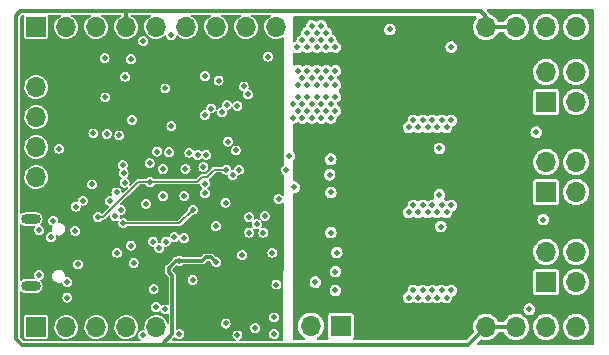
<source format=gbr>
%TF.GenerationSoftware,KiCad,Pcbnew,6.0.5+dfsg-1~bpo11+1*%
%TF.CreationDate,2022-07-20T16:46:58+00:00*%
%TF.ProjectId,xESC2,78455343-322e-46b6-9963-61645f706362,rev?*%
%TF.SameCoordinates,Original*%
%TF.FileFunction,Copper,L3,Inr*%
%TF.FilePolarity,Positive*%
%FSLAX46Y46*%
G04 Gerber Fmt 4.6, Leading zero omitted, Abs format (unit mm)*
G04 Created by KiCad (PCBNEW 6.0.5+dfsg-1~bpo11+1) date 2022-07-20 16:46:58*
%MOMM*%
%LPD*%
G01*
G04 APERTURE LIST*
%TA.AperFunction,ComponentPad*%
%ADD10R,1.700000X1.700000*%
%TD*%
%TA.AperFunction,ComponentPad*%
%ADD11O,1.700000X1.700000*%
%TD*%
%TA.AperFunction,ComponentPad*%
%ADD12O,1.700000X0.850000*%
%TD*%
%TA.AperFunction,ViaPad*%
%ADD13C,0.480000*%
%TD*%
%TA.AperFunction,Conductor*%
%ADD14C,0.152500*%
%TD*%
%TA.AperFunction,Conductor*%
%ADD15C,0.300000*%
%TD*%
G04 APERTURE END LIST*
D10*
%TO.N,+3V3*%
%TO.C,J3*%
X231060000Y-108240000D03*
D11*
%TO.N,/MCU/SWDCLK*%
X231060000Y-110780000D03*
%TO.N,GND*%
X231060000Y-113320000D03*
%TO.N,/MCU/SWDIO*%
X231060000Y-115860000D03*
%TO.N,/MCU/Reset*%
X231060000Y-118400000D03*
%TD*%
D12*
%TO.N,GND*%
%TO.C,J2*%
X230600000Y-121975000D03*
X230600000Y-127625000D03*
%TD*%
D10*
%TO.N,GND*%
%TO.C,J5*%
X256850000Y-131000000D03*
D11*
%TO.N,Net-(J5-Pad2)*%
X254310000Y-131000000D03*
%TD*%
D10*
%TO.N,/MCU/SHUTDOWN*%
%TO.C,J4*%
X231060000Y-131100000D03*
D11*
%TO.N,/MCU/UART_TX*%
X233600000Y-131100000D03*
%TO.N,unconnected-(J4-Pad3)*%
X236140000Y-131100000D03*
%TO.N,/MCU/UART_RX*%
X238680000Y-131100000D03*
%TO.N,GND*%
X241220000Y-131100000D03*
%TD*%
D10*
%TO.N,/VM*%
%TO.C,J7*%
X264080000Y-105700000D03*
D11*
X266620000Y-105700000D03*
%TO.N,+5V*%
X269160000Y-105700000D03*
X271700000Y-105700000D03*
%TO.N,GND*%
X274240000Y-105700000D03*
X276780000Y-105700000D03*
%TD*%
D10*
%TO.N,/VM*%
%TO.C,J8*%
X264080000Y-131100000D03*
D11*
X266620000Y-131100000D03*
%TO.N,+5V*%
X269160000Y-131100000D03*
X271700000Y-131100000D03*
%TO.N,GND*%
X274240000Y-131100000D03*
X276780000Y-131100000D03*
%TD*%
D10*
%TO.N,/Power/DRV_W*%
%TO.C,J10*%
X274240000Y-112050000D03*
D11*
X276780000Y-112050000D03*
X274240000Y-109510000D03*
X276780000Y-109510000D03*
%TD*%
D10*
%TO.N,/Power/DRV_V*%
%TO.C,J9*%
X274240000Y-119670000D03*
D11*
X276780000Y-119670000D03*
X274240000Y-117130000D03*
X276780000Y-117130000D03*
%TD*%
D10*
%TO.N,/Power/DRV_U*%
%TO.C,J6*%
X274240000Y-127290000D03*
D11*
X276780000Y-127290000D03*
X274240000Y-124750000D03*
X276780000Y-124750000D03*
%TD*%
D10*
%TO.N,GND*%
%TO.C,J1*%
X231050000Y-105700000D03*
D11*
%TO.N,/CAN_N*%
X233590000Y-105700000D03*
%TO.N,/CAN_P*%
X236130000Y-105700000D03*
%TO.N,+5V*%
X238670000Y-105700000D03*
%TO.N,/TEMP_MOTOR*%
X241210000Y-105700000D03*
%TO.N,/HALL1*%
X243750000Y-105700000D03*
%TO.N,/HALL2*%
X246290000Y-105700000D03*
%TO.N,/HALL3*%
X248830000Y-105700000D03*
%TO.N,GND*%
X251370000Y-105700000D03*
%TD*%
D13*
%TO.N,Net-(Q1-Pad4)*%
X265300000Y-122600000D03*
X256000000Y-123100000D03*
%TO.N,GND*%
X256000000Y-110000000D03*
X241800000Y-120000000D03*
X252500000Y-116600000D03*
X253600000Y-106800000D03*
X244300000Y-127100000D03*
X253200000Y-110600000D03*
X249100000Y-121800000D03*
X249741420Y-122400000D03*
X256000000Y-106800000D03*
X254800000Y-110600000D03*
X254800000Y-109400000D03*
X254800000Y-107400000D03*
X254400000Y-110000000D03*
X243700000Y-117700000D03*
X255600000Y-110600000D03*
X255200000Y-106800000D03*
X233700000Y-128600000D03*
X232500000Y-122100000D03*
X256400000Y-109400000D03*
X245354178Y-109826709D03*
X253997866Y-110595594D03*
X237900000Y-124800000D03*
X254400000Y-106800000D03*
X236910000Y-111650000D03*
X254800000Y-106200000D03*
X250700000Y-108200000D03*
X231300000Y-126700000D03*
X245330000Y-113140000D03*
X253200000Y-109400000D03*
X255600000Y-109400000D03*
X242000000Y-110900000D03*
X253162850Y-107402137D03*
X248100000Y-131800000D03*
X256400000Y-110600000D03*
X243600000Y-120000000D03*
X254000000Y-107400000D03*
X254000000Y-109400000D03*
X246780000Y-112930000D03*
X255200000Y-105600000D03*
X249100000Y-123100000D03*
X251400000Y-127500000D03*
X255600000Y-107400000D03*
X242500000Y-114100000D03*
X237860000Y-119700000D03*
X254000000Y-106200000D03*
X253600000Y-110000000D03*
X256400000Y-107400000D03*
X233700000Y-127300000D03*
X255196209Y-109996423D03*
X231300000Y-122900000D03*
X255597782Y-106197419D03*
X254400000Y-105600000D03*
X241800000Y-117700000D03*
X251050000Y-124800000D03*
X250300000Y-123100000D03*
X250400000Y-121700000D03*
X248500000Y-125000000D03*
%TO.N,Net-(Q2-Pad4)*%
X256400000Y-128000000D03*
X272800000Y-129600000D03*
%TO.N,Net-(Q3-Pad4)*%
X265200000Y-115978011D03*
X255900000Y-118200000D03*
%TO.N,Net-(Q4-Pad4)*%
X274000000Y-122000000D03*
X256400000Y-126400000D03*
%TO.N,Net-(Q5-Pad4)*%
X266200000Y-107400000D03*
X252220000Y-117800000D03*
%TO.N,Net-(Q6-Pad4)*%
X273400000Y-114600000D03*
X256500000Y-124800000D03*
%TO.N,/Power/HSV*%
X251575181Y-120281274D03*
X252890000Y-119260000D03*
%TO.N,/MCU/Xin*%
X248100000Y-112400000D03*
X245350000Y-119750000D03*
%TO.N,/MCU/1.1V*%
X240700000Y-118800000D03*
X248220000Y-117780000D03*
X236300000Y-121800000D03*
X247168500Y-117768500D03*
%TO.N,Net-(D2-Pad2)*%
X251200000Y-130285000D03*
X251200000Y-131700000D03*
%TO.N,+3V3*%
X243020000Y-116210000D03*
X244100000Y-129700000D03*
X251100000Y-115800000D03*
X249800000Y-127300000D03*
X237880000Y-123530000D03*
X238600000Y-116400000D03*
X238680000Y-112890000D03*
X243240000Y-126480000D03*
X235600000Y-108000000D03*
X247107806Y-116133371D03*
X243800000Y-113090000D03*
X261000000Y-105900000D03*
X240040000Y-123150000D03*
X244810000Y-124110000D03*
X232900000Y-114400000D03*
X240870000Y-125940000D03*
X240200000Y-118200000D03*
X247010000Y-118620000D03*
X249700000Y-107200000D03*
%TO.N,+5V*%
X246300000Y-125600000D03*
X243185000Y-125500000D03*
%TO.N,/MCU/Reset*%
X244750000Y-116520000D03*
X234370000Y-122960000D03*
X240941622Y-123859073D03*
%TO.N,/MCU/SWDCLK*%
X240680000Y-117220000D03*
%TO.N,/MCU/SWDIO*%
X244330000Y-121160000D03*
X245220000Y-117560000D03*
X233000000Y-116000000D03*
X238430000Y-122310000D03*
%TO.N,/TEMP_MOTOR*%
X236850000Y-108330000D03*
%TO.N,/HALL1*%
X238600000Y-109900000D03*
%TO.N,/HALL2*%
X239090000Y-108420000D03*
%TO.N,/HALL3*%
X246500000Y-110230000D03*
X248620000Y-110730000D03*
%TO.N,/USB_DM*%
X238400000Y-117400000D03*
X239310000Y-125660000D03*
%TO.N,/USB_DP*%
X239100000Y-124200000D03*
X238460000Y-118070000D03*
%TO.N,/LED_GREEN*%
X243570000Y-123580000D03*
X249600000Y-131200000D03*
%TO.N,/LED_RED*%
X243185000Y-131700000D03*
X242760000Y-123500000D03*
%TO.N,/VM*%
X260400000Y-120800000D03*
X259200000Y-120200000D03*
X258400000Y-113000000D03*
X261200000Y-113600000D03*
X258400000Y-120200000D03*
X258000000Y-113600000D03*
X258000000Y-120800000D03*
X257600000Y-121400000D03*
X260800000Y-121400000D03*
X258400000Y-127400000D03*
X257600000Y-127400000D03*
X259200000Y-127400000D03*
X259600000Y-113600000D03*
X257600000Y-120200000D03*
X260400000Y-113600000D03*
X260800000Y-128600000D03*
X258800000Y-120800000D03*
X258400000Y-121400000D03*
X261200000Y-120800000D03*
X259200000Y-113000000D03*
X259200000Y-114200000D03*
X259200000Y-121400000D03*
X258400000Y-114200000D03*
X260000000Y-128600000D03*
X257600000Y-114200000D03*
X260000000Y-121400000D03*
X258000000Y-128000000D03*
X256100000Y-105100000D03*
X259200000Y-128600000D03*
X257600000Y-128600000D03*
X260000000Y-114200000D03*
X260400000Y-128000000D03*
X258800000Y-128000000D03*
X261200000Y-128000000D03*
X260800000Y-114200000D03*
X258800000Y-113600000D03*
X258400000Y-128600000D03*
X259600000Y-120800000D03*
X257600000Y-113000000D03*
X259600000Y-128000000D03*
%TO.N,/V_M_FILTERED*%
X240115235Y-106889862D03*
X239190000Y-113560000D03*
%TO.N,/PCB_TEMP*%
X242300000Y-116300000D03*
X242500000Y-106400000D03*
%TO.N,Net-(D1-Pad2)*%
X232300000Y-123500000D03*
X234600000Y-125800000D03*
%TO.N,/MCU/Xout*%
X247200000Y-112300000D03*
X245340000Y-118950000D03*
%TO.N,/MCU/QSPI_SD1*%
X238210000Y-121170000D03*
X235000000Y-120400000D03*
%TO.N,/MCU/QSPI_SD0*%
X237330000Y-120430000D03*
X237040000Y-114740000D03*
%TO.N,/MCU/QSPI_SD3*%
X238102670Y-114880000D03*
X238540000Y-118870000D03*
%TO.N,/MCU/CURRENT_SENSE*%
X249000000Y-111400000D03*
X241300000Y-116240000D03*
%TO.N,/Power/DRV_U*%
X254700000Y-127300000D03*
%TO.N,/Power/DRV_V*%
X265200000Y-119900000D03*
X256000000Y-119700000D03*
%TO.N,/Power/DRV_W*%
X256000000Y-116900000D03*
%TO.N,/MCU/SHUTDOWN*%
X240100000Y-131800000D03*
X247089212Y-120576111D03*
X247100000Y-130800000D03*
%TO.N,/MCU/UART_TX*%
X241208461Y-129408461D03*
X241480000Y-124410000D03*
%TO.N,/MCU/UART_RX*%
X242000000Y-129600000D03*
X242060000Y-123860000D03*
%TO.N,/Power/MOSFET/MOSFET_GND*%
X265000000Y-128600000D03*
X256000000Y-112200000D03*
X262600000Y-128600000D03*
X254400000Y-112200000D03*
X265800000Y-114200000D03*
X263800000Y-113600000D03*
X264200000Y-128600000D03*
X254800000Y-111600000D03*
X252800000Y-112200000D03*
X254000000Y-111600000D03*
X264200000Y-114200000D03*
X254000000Y-112800000D03*
X254400000Y-113400000D03*
X254800000Y-112800000D03*
X265400000Y-120800000D03*
X264600000Y-120800000D03*
X253200000Y-111600000D03*
X265000000Y-114200000D03*
X256000000Y-113400000D03*
X255600000Y-112800000D03*
X265000000Y-121400000D03*
X262600000Y-121400000D03*
X253600000Y-112200000D03*
X265400000Y-128000000D03*
X263800000Y-128000000D03*
X263400000Y-114200000D03*
X264600000Y-113600000D03*
X263400000Y-128600000D03*
X253600000Y-113400000D03*
X263800000Y-120800000D03*
X263000000Y-113600000D03*
X262600000Y-114200000D03*
X255200000Y-113400000D03*
X266200000Y-113600000D03*
X266200000Y-120800000D03*
X253200000Y-112800000D03*
X255200000Y-112200000D03*
X264200000Y-121400000D03*
X263000000Y-128000000D03*
X266200000Y-128000000D03*
X265400000Y-113600000D03*
X256400000Y-112800000D03*
X265800000Y-121400000D03*
X263000000Y-120800000D03*
X252800000Y-113400000D03*
X256400000Y-111600000D03*
X263400000Y-121400000D03*
X255600000Y-111600000D03*
X264600000Y-128000000D03*
X265800000Y-128600000D03*
%TO.N,/CAN/SCK*%
X247294650Y-115394650D03*
%TO.N,/CAN/MOSI*%
X245880000Y-112600000D03*
%TO.N,/CAN/MISO*%
X245440000Y-116510000D03*
%TO.N,/CAN/~{CS}*%
X244030000Y-116340000D03*
%TO.N,/CAN/INT*%
X247690000Y-118230000D03*
X247960000Y-116150000D03*
X246275000Y-122550000D03*
%TO.N,Net-(R13-Pad2)*%
X240350000Y-120670000D03*
X234400000Y-120900000D03*
X237740000Y-121710000D03*
X241000000Y-127900000D03*
%TO.N,Net-(U1-Pad52)*%
X235900000Y-114700000D03*
X235780000Y-119030000D03*
%TD*%
D14*
%TO.N,/MCU/1.1V*%
X246131500Y-117768500D02*
X247168500Y-117768500D01*
X244700000Y-118800000D02*
X245100000Y-118400000D01*
X240700000Y-118800000D02*
X244700000Y-118800000D01*
X239686901Y-118800000D02*
X236740000Y-121746901D01*
X236690000Y-121800000D02*
X236300000Y-121800000D01*
X236740000Y-121746901D02*
X236740000Y-121750000D01*
X236740000Y-121750000D02*
X236690000Y-121800000D01*
X240700000Y-118800000D02*
X239686901Y-118800000D01*
X245100000Y-118400000D02*
X245500000Y-118400000D01*
X245500000Y-118400000D02*
X246131500Y-117768500D01*
D15*
%TO.N,+5V*%
X267660000Y-132600000D02*
X269160000Y-131100000D01*
X269160000Y-105700000D02*
X271700000Y-105700000D01*
X245900000Y-125200000D02*
X246300000Y-125600000D01*
X242870000Y-125500000D02*
X243185000Y-125500000D01*
X268680000Y-104380000D02*
X269160000Y-104860000D01*
X229373489Y-104726511D02*
X229373489Y-132073489D01*
X245100000Y-125500000D02*
X245400000Y-125200000D01*
X241800000Y-132500000D02*
X241900000Y-132600000D01*
X269160000Y-131100000D02*
X271700000Y-131100000D01*
X242280000Y-126470000D02*
X242280000Y-126090000D01*
X269160000Y-104860000D02*
X269160000Y-105700000D01*
X242280000Y-126090000D02*
X242870000Y-125500000D01*
X238680000Y-104380000D02*
X268680000Y-104380000D01*
X229900000Y-132600000D02*
X241700000Y-132600000D01*
X238680000Y-105700000D02*
X238680000Y-104380000D01*
X229720000Y-104380000D02*
X229373489Y-104726511D01*
X241900000Y-132600000D02*
X267660000Y-132600000D01*
X242598499Y-126788499D02*
X242280000Y-126470000D01*
X245400000Y-125200000D02*
X245900000Y-125200000D01*
X243185000Y-125500000D02*
X245100000Y-125500000D01*
X229373489Y-132073489D02*
X229900000Y-132600000D01*
X241800000Y-132500000D02*
X242598499Y-131701501D01*
X242598499Y-131701501D02*
X242598499Y-126788499D01*
X238680000Y-104380000D02*
X229720000Y-104380000D01*
X241700000Y-132600000D02*
X241800000Y-132500000D01*
D14*
%TO.N,/MCU/SWDIO*%
X243180000Y-122310000D02*
X244330000Y-121160000D01*
X238430000Y-122310000D02*
X243180000Y-122310000D01*
%TD*%
%TA.AperFunction,Conductor*%
%TO.N,+3V3*%
G36*
X230054840Y-104701306D02*
G01*
X230073146Y-104745500D01*
X230062613Y-104780223D01*
X230059297Y-104785185D01*
X230059296Y-104785187D01*
X230055878Y-104790303D01*
X230047000Y-104834934D01*
X230047000Y-106565066D01*
X230055878Y-106609697D01*
X230059296Y-106614813D01*
X230059297Y-106614815D01*
X230082970Y-106650245D01*
X230089693Y-106660307D01*
X230094810Y-106663726D01*
X230135185Y-106690703D01*
X230135187Y-106690704D01*
X230140303Y-106694122D01*
X230146339Y-106695323D01*
X230146340Y-106695323D01*
X230171182Y-106700264D01*
X230184934Y-106703000D01*
X231915066Y-106703000D01*
X231928818Y-106700264D01*
X231953660Y-106695323D01*
X231953661Y-106695323D01*
X231959697Y-106694122D01*
X231964813Y-106690704D01*
X231964815Y-106690703D01*
X232005190Y-106663726D01*
X232010307Y-106660307D01*
X232017030Y-106650245D01*
X232040703Y-106614815D01*
X232040704Y-106614813D01*
X232044122Y-106609697D01*
X232053000Y-106565066D01*
X232053000Y-104834934D01*
X232044122Y-104790303D01*
X232040704Y-104785187D01*
X232040703Y-104785185D01*
X232037387Y-104780223D01*
X232028055Y-104733307D01*
X232054631Y-104693533D01*
X232089354Y-104683000D01*
X233115872Y-104683000D01*
X233160066Y-104701306D01*
X233178372Y-104745500D01*
X233160066Y-104789694D01*
X233144828Y-104800888D01*
X233038137Y-104856665D01*
X232884842Y-104979917D01*
X232758407Y-105130596D01*
X232663647Y-105302964D01*
X232604171Y-105490456D01*
X232582245Y-105685928D01*
X232598705Y-105881937D01*
X232652922Y-106071015D01*
X232742832Y-106245962D01*
X232865011Y-106400114D01*
X233014805Y-106527598D01*
X233186507Y-106623559D01*
X233189411Y-106624503D01*
X233189412Y-106624503D01*
X233370665Y-106683396D01*
X233370670Y-106683397D01*
X233373578Y-106684342D01*
X233568893Y-106707632D01*
X233571935Y-106707398D01*
X233571938Y-106707398D01*
X233761963Y-106692776D01*
X233761967Y-106692775D01*
X233765012Y-106692541D01*
X233776237Y-106689407D01*
X233951525Y-106640466D01*
X233951529Y-106640465D01*
X233954464Y-106639645D01*
X234027979Y-106602510D01*
X234127315Y-106552332D01*
X234130035Y-106550958D01*
X234132433Y-106549085D01*
X234132437Y-106549082D01*
X234215498Y-106484187D01*
X234285035Y-106429859D01*
X234308999Y-106402097D01*
X234411568Y-106283270D01*
X234411572Y-106283265D01*
X234413562Y-106280959D01*
X234420675Y-106268438D01*
X234509209Y-106112592D01*
X234509211Y-106112587D01*
X234510720Y-106109931D01*
X234572807Y-105923288D01*
X234578416Y-105878894D01*
X234597240Y-105729883D01*
X234597240Y-105729882D01*
X234597460Y-105728141D01*
X234597853Y-105700000D01*
X234596474Y-105685928D01*
X234578957Y-105507280D01*
X234578659Y-105504240D01*
X234521806Y-105315937D01*
X234429462Y-105142263D01*
X234305143Y-104989832D01*
X234153584Y-104864452D01*
X234150900Y-104863001D01*
X234150896Y-104862998D01*
X234070859Y-104819722D01*
X234035267Y-104800478D01*
X234005099Y-104763355D01*
X234010016Y-104715773D01*
X234047139Y-104685605D01*
X234064994Y-104683000D01*
X235655872Y-104683000D01*
X235700066Y-104701306D01*
X235718372Y-104745500D01*
X235700066Y-104789694D01*
X235684828Y-104800888D01*
X235578137Y-104856665D01*
X235424842Y-104979917D01*
X235298407Y-105130596D01*
X235203647Y-105302964D01*
X235144171Y-105490456D01*
X235122245Y-105685928D01*
X235138705Y-105881937D01*
X235192922Y-106071015D01*
X235282832Y-106245962D01*
X235405011Y-106400114D01*
X235554805Y-106527598D01*
X235726507Y-106623559D01*
X235729411Y-106624503D01*
X235729412Y-106624503D01*
X235910665Y-106683396D01*
X235910670Y-106683397D01*
X235913578Y-106684342D01*
X236108893Y-106707632D01*
X236111935Y-106707398D01*
X236111938Y-106707398D01*
X236301963Y-106692776D01*
X236301967Y-106692775D01*
X236305012Y-106692541D01*
X236316237Y-106689407D01*
X236491525Y-106640466D01*
X236491529Y-106640465D01*
X236494464Y-106639645D01*
X236567979Y-106602510D01*
X236667315Y-106552332D01*
X236670035Y-106550958D01*
X236672433Y-106549085D01*
X236672437Y-106549082D01*
X236755498Y-106484187D01*
X236825035Y-106429859D01*
X236848999Y-106402097D01*
X236951568Y-106283270D01*
X236951572Y-106283265D01*
X236953562Y-106280959D01*
X236960675Y-106268438D01*
X237049209Y-106112592D01*
X237049211Y-106112587D01*
X237050720Y-106109931D01*
X237112807Y-105923288D01*
X237118416Y-105878894D01*
X237137240Y-105729883D01*
X237137240Y-105729882D01*
X237137460Y-105728141D01*
X237137853Y-105700000D01*
X237136474Y-105685928D01*
X237118957Y-105507280D01*
X237118659Y-105504240D01*
X237061806Y-105315937D01*
X236969462Y-105142263D01*
X236845143Y-104989832D01*
X236693584Y-104864452D01*
X236690900Y-104863001D01*
X236690896Y-104862998D01*
X236610859Y-104819722D01*
X236575267Y-104800478D01*
X236545099Y-104763355D01*
X236550016Y-104715773D01*
X236587139Y-104685605D01*
X236604994Y-104683000D01*
X238195872Y-104683000D01*
X238240066Y-104701306D01*
X238258372Y-104745500D01*
X238240066Y-104789694D01*
X238224828Y-104800888D01*
X238118137Y-104856665D01*
X237964842Y-104979917D01*
X237838407Y-105130596D01*
X237743647Y-105302964D01*
X237684171Y-105490456D01*
X237662245Y-105685928D01*
X237678705Y-105881937D01*
X237732922Y-106071015D01*
X237822832Y-106245962D01*
X237945011Y-106400114D01*
X238094805Y-106527598D01*
X238266507Y-106623559D01*
X238269411Y-106624503D01*
X238269412Y-106624503D01*
X238450665Y-106683396D01*
X238450670Y-106683397D01*
X238453578Y-106684342D01*
X238648893Y-106707632D01*
X238651935Y-106707398D01*
X238651938Y-106707398D01*
X238841963Y-106692776D01*
X238841967Y-106692775D01*
X238845012Y-106692541D01*
X238856237Y-106689407D01*
X239031525Y-106640466D01*
X239031529Y-106640465D01*
X239034464Y-106639645D01*
X239107979Y-106602510D01*
X239207315Y-106552332D01*
X239210035Y-106550958D01*
X239212433Y-106549085D01*
X239212437Y-106549082D01*
X239295498Y-106484187D01*
X239365035Y-106429859D01*
X239388999Y-106402097D01*
X239491568Y-106283270D01*
X239491572Y-106283265D01*
X239493562Y-106280959D01*
X239500675Y-106268438D01*
X239589209Y-106112592D01*
X239589211Y-106112587D01*
X239590720Y-106109931D01*
X239652807Y-105923288D01*
X239658416Y-105878894D01*
X239677240Y-105729883D01*
X239677240Y-105729882D01*
X239677460Y-105728141D01*
X239677853Y-105700000D01*
X239676474Y-105685928D01*
X239658957Y-105507280D01*
X239658659Y-105504240D01*
X239601806Y-105315937D01*
X239509462Y-105142263D01*
X239385143Y-104989832D01*
X239233584Y-104864452D01*
X239230900Y-104863001D01*
X239230896Y-104862998D01*
X239150859Y-104819722D01*
X239115267Y-104800478D01*
X239085099Y-104763355D01*
X239090016Y-104715773D01*
X239127139Y-104685605D01*
X239144994Y-104683000D01*
X240735872Y-104683000D01*
X240780066Y-104701306D01*
X240798372Y-104745500D01*
X240780066Y-104789694D01*
X240764828Y-104800888D01*
X240658137Y-104856665D01*
X240504842Y-104979917D01*
X240378407Y-105130596D01*
X240283647Y-105302964D01*
X240224171Y-105490456D01*
X240202245Y-105685928D01*
X240218705Y-105881937D01*
X240272922Y-106071015D01*
X240362832Y-106245962D01*
X240485011Y-106400114D01*
X240634805Y-106527598D01*
X240806507Y-106623559D01*
X240809411Y-106624503D01*
X240809412Y-106624503D01*
X240990665Y-106683396D01*
X240990670Y-106683397D01*
X240993578Y-106684342D01*
X241188893Y-106707632D01*
X241191935Y-106707398D01*
X241191938Y-106707398D01*
X241381963Y-106692776D01*
X241381967Y-106692775D01*
X241385012Y-106692541D01*
X241396237Y-106689407D01*
X241571525Y-106640466D01*
X241571529Y-106640465D01*
X241574464Y-106639645D01*
X241647979Y-106602510D01*
X241747315Y-106552332D01*
X241750035Y-106550958D01*
X241752433Y-106549085D01*
X241752437Y-106549082D01*
X241835498Y-106484187D01*
X241905035Y-106429859D01*
X241929442Y-106401584D01*
X241965215Y-106360140D01*
X242007950Y-106338647D01*
X242053366Y-106353667D01*
X242074340Y-106399479D01*
X242074258Y-106400000D01*
X242075027Y-106404855D01*
X242087714Y-106484957D01*
X242095095Y-106531562D01*
X242097329Y-106535946D01*
X242097329Y-106535947D01*
X242103933Y-106548907D01*
X242155567Y-106650245D01*
X242249755Y-106744433D01*
X242276971Y-106758300D01*
X242364053Y-106802671D01*
X242364054Y-106802671D01*
X242368438Y-106804905D01*
X242373294Y-106805674D01*
X242373297Y-106805675D01*
X242495145Y-106824973D01*
X242500000Y-106825742D01*
X242504855Y-106824973D01*
X242626703Y-106805675D01*
X242626706Y-106805674D01*
X242631562Y-106804905D01*
X242635946Y-106802671D01*
X242635947Y-106802671D01*
X242723029Y-106758300D01*
X242750245Y-106744433D01*
X242844433Y-106650245D01*
X242896067Y-106548907D01*
X242902671Y-106535947D01*
X242902671Y-106535946D01*
X242904905Y-106531562D01*
X242912287Y-106484957D01*
X242920162Y-106435230D01*
X242945156Y-106394444D01*
X242991670Y-106383276D01*
X243024707Y-106400471D01*
X243025011Y-106400114D01*
X243174805Y-106527598D01*
X243346507Y-106623559D01*
X243349411Y-106624503D01*
X243349412Y-106624503D01*
X243530665Y-106683396D01*
X243530670Y-106683397D01*
X243533578Y-106684342D01*
X243728893Y-106707632D01*
X243731935Y-106707398D01*
X243731938Y-106707398D01*
X243921963Y-106692776D01*
X243921967Y-106692775D01*
X243925012Y-106692541D01*
X243936237Y-106689407D01*
X244111525Y-106640466D01*
X244111529Y-106640465D01*
X244114464Y-106639645D01*
X244187979Y-106602510D01*
X244287315Y-106552332D01*
X244290035Y-106550958D01*
X244292433Y-106549085D01*
X244292437Y-106549082D01*
X244375498Y-106484187D01*
X244445035Y-106429859D01*
X244468999Y-106402097D01*
X244571568Y-106283270D01*
X244571572Y-106283265D01*
X244573562Y-106280959D01*
X244580675Y-106268438D01*
X244669209Y-106112592D01*
X244669211Y-106112587D01*
X244670720Y-106109931D01*
X244732807Y-105923288D01*
X244738416Y-105878894D01*
X244757240Y-105729883D01*
X244757240Y-105729882D01*
X244757460Y-105728141D01*
X244757853Y-105700000D01*
X244756474Y-105685928D01*
X244738957Y-105507280D01*
X244738659Y-105504240D01*
X244681806Y-105315937D01*
X244589462Y-105142263D01*
X244465143Y-104989832D01*
X244313584Y-104864452D01*
X244310900Y-104863001D01*
X244310896Y-104862998D01*
X244230859Y-104819722D01*
X244195267Y-104800478D01*
X244165099Y-104763355D01*
X244170016Y-104715773D01*
X244207139Y-104685605D01*
X244224994Y-104683000D01*
X245815872Y-104683000D01*
X245860066Y-104701306D01*
X245878372Y-104745500D01*
X245860066Y-104789694D01*
X245844828Y-104800888D01*
X245738137Y-104856665D01*
X245584842Y-104979917D01*
X245458407Y-105130596D01*
X245363647Y-105302964D01*
X245304171Y-105490456D01*
X245282245Y-105685928D01*
X245298705Y-105881937D01*
X245352922Y-106071015D01*
X245442832Y-106245962D01*
X245565011Y-106400114D01*
X245714805Y-106527598D01*
X245886507Y-106623559D01*
X245889411Y-106624503D01*
X245889412Y-106624503D01*
X246070665Y-106683396D01*
X246070670Y-106683397D01*
X246073578Y-106684342D01*
X246268893Y-106707632D01*
X246271935Y-106707398D01*
X246271938Y-106707398D01*
X246461963Y-106692776D01*
X246461967Y-106692775D01*
X246465012Y-106692541D01*
X246476237Y-106689407D01*
X246651525Y-106640466D01*
X246651529Y-106640465D01*
X246654464Y-106639645D01*
X246727979Y-106602510D01*
X246827315Y-106552332D01*
X246830035Y-106550958D01*
X246832433Y-106549085D01*
X246832437Y-106549082D01*
X246915498Y-106484187D01*
X246985035Y-106429859D01*
X247008999Y-106402097D01*
X247111568Y-106283270D01*
X247111572Y-106283265D01*
X247113562Y-106280959D01*
X247120675Y-106268438D01*
X247209209Y-106112592D01*
X247209211Y-106112587D01*
X247210720Y-106109931D01*
X247272807Y-105923288D01*
X247278416Y-105878894D01*
X247297240Y-105729883D01*
X247297240Y-105729882D01*
X247297460Y-105728141D01*
X247297853Y-105700000D01*
X247296474Y-105685928D01*
X247278957Y-105507280D01*
X247278659Y-105504240D01*
X247221806Y-105315937D01*
X247129462Y-105142263D01*
X247005143Y-104989832D01*
X246853584Y-104864452D01*
X246850900Y-104863001D01*
X246850896Y-104862998D01*
X246770859Y-104819722D01*
X246735267Y-104800478D01*
X246705099Y-104763355D01*
X246710016Y-104715773D01*
X246747139Y-104685605D01*
X246764994Y-104683000D01*
X248355872Y-104683000D01*
X248400066Y-104701306D01*
X248418372Y-104745500D01*
X248400066Y-104789694D01*
X248384828Y-104800888D01*
X248278137Y-104856665D01*
X248124842Y-104979917D01*
X247998407Y-105130596D01*
X247903647Y-105302964D01*
X247844171Y-105490456D01*
X247822245Y-105685928D01*
X247838705Y-105881937D01*
X247892922Y-106071015D01*
X247982832Y-106245962D01*
X248105011Y-106400114D01*
X248254805Y-106527598D01*
X248426507Y-106623559D01*
X248429411Y-106624503D01*
X248429412Y-106624503D01*
X248610665Y-106683396D01*
X248610670Y-106683397D01*
X248613578Y-106684342D01*
X248808893Y-106707632D01*
X248811935Y-106707398D01*
X248811938Y-106707398D01*
X249001963Y-106692776D01*
X249001967Y-106692775D01*
X249005012Y-106692541D01*
X249016237Y-106689407D01*
X249191525Y-106640466D01*
X249191529Y-106640465D01*
X249194464Y-106639645D01*
X249267979Y-106602510D01*
X249367315Y-106552332D01*
X249370035Y-106550958D01*
X249372433Y-106549085D01*
X249372437Y-106549082D01*
X249455498Y-106484187D01*
X249525035Y-106429859D01*
X249548999Y-106402097D01*
X249651568Y-106283270D01*
X249651572Y-106283265D01*
X249653562Y-106280959D01*
X249660675Y-106268438D01*
X249749209Y-106112592D01*
X249749211Y-106112587D01*
X249750720Y-106109931D01*
X249812807Y-105923288D01*
X249818416Y-105878894D01*
X249837240Y-105729883D01*
X249837240Y-105729882D01*
X249837460Y-105728141D01*
X249837853Y-105700000D01*
X249836474Y-105685928D01*
X249818957Y-105507280D01*
X249818659Y-105504240D01*
X249761806Y-105315937D01*
X249669462Y-105142263D01*
X249545143Y-104989832D01*
X249393584Y-104864452D01*
X249390900Y-104863001D01*
X249390896Y-104862998D01*
X249310859Y-104819722D01*
X249275267Y-104800478D01*
X249245099Y-104763355D01*
X249250016Y-104715773D01*
X249287139Y-104685605D01*
X249304994Y-104683000D01*
X250895872Y-104683000D01*
X250940066Y-104701306D01*
X250958372Y-104745500D01*
X250940066Y-104789694D01*
X250924828Y-104800888D01*
X250818137Y-104856665D01*
X250664842Y-104979917D01*
X250538407Y-105130596D01*
X250443647Y-105302964D01*
X250384171Y-105490456D01*
X250362245Y-105685928D01*
X250378705Y-105881937D01*
X250432922Y-106071015D01*
X250522832Y-106245962D01*
X250645011Y-106400114D01*
X250794805Y-106527598D01*
X250966507Y-106623559D01*
X250969411Y-106624503D01*
X250969412Y-106624503D01*
X251150665Y-106683396D01*
X251150670Y-106683397D01*
X251153578Y-106684342D01*
X251348893Y-106707632D01*
X251351935Y-106707398D01*
X251351938Y-106707398D01*
X251541963Y-106692776D01*
X251541967Y-106692775D01*
X251545012Y-106692541D01*
X251556237Y-106689407D01*
X251731525Y-106640466D01*
X251731529Y-106640465D01*
X251734464Y-106639645D01*
X251807979Y-106602510D01*
X251907315Y-106552332D01*
X251910035Y-106550958D01*
X251911693Y-106549663D01*
X251958579Y-106541479D01*
X251997715Y-106568985D01*
X252007445Y-106602510D01*
X252001186Y-117362825D01*
X252001163Y-117401890D01*
X251982831Y-117446074D01*
X251975399Y-117452418D01*
X251974140Y-117453333D01*
X251969755Y-117455567D01*
X251875567Y-117549755D01*
X251866048Y-117568438D01*
X251818984Y-117660806D01*
X251815095Y-117668438D01*
X251814326Y-117673294D01*
X251814325Y-117673297D01*
X251811331Y-117692201D01*
X251794258Y-117800000D01*
X251795027Y-117804855D01*
X251812622Y-117915947D01*
X251815095Y-117931562D01*
X251817329Y-117935946D01*
X251817329Y-117935947D01*
X251830946Y-117962671D01*
X251875567Y-118050245D01*
X251969755Y-118144433D01*
X251974139Y-118146667D01*
X251974935Y-118147245D01*
X251999929Y-118188032D01*
X252000699Y-118197845D01*
X251999674Y-119960237D01*
X251981342Y-120004421D01*
X251937138Y-120022701D01*
X251892980Y-120004395D01*
X251825426Y-119936841D01*
X251716935Y-119881562D01*
X251711128Y-119878603D01*
X251711127Y-119878603D01*
X251706743Y-119876369D01*
X251701887Y-119875600D01*
X251701884Y-119875599D01*
X251580036Y-119856301D01*
X251575181Y-119855532D01*
X251570326Y-119856301D01*
X251448478Y-119875599D01*
X251448475Y-119875600D01*
X251443619Y-119876369D01*
X251439235Y-119878603D01*
X251439234Y-119878603D01*
X251433427Y-119881562D01*
X251324936Y-119936841D01*
X251230748Y-120031029D01*
X251219383Y-120053334D01*
X251177290Y-120135947D01*
X251170276Y-120149712D01*
X251169507Y-120154568D01*
X251169506Y-120154571D01*
X251157804Y-120228457D01*
X251149439Y-120281274D01*
X251150208Y-120286129D01*
X251169142Y-120405675D01*
X251170276Y-120412836D01*
X251172510Y-120417220D01*
X251172510Y-120417221D01*
X251188910Y-120449408D01*
X251230748Y-120531519D01*
X251324936Y-120625707D01*
X251365307Y-120646277D01*
X251439234Y-120683945D01*
X251439235Y-120683945D01*
X251443619Y-120686179D01*
X251448475Y-120686948D01*
X251448478Y-120686949D01*
X251570326Y-120706247D01*
X251575181Y-120707016D01*
X251580036Y-120706247D01*
X251701884Y-120686949D01*
X251701887Y-120686948D01*
X251706743Y-120686179D01*
X251711127Y-120683945D01*
X251711128Y-120683945D01*
X251785055Y-120646277D01*
X251825426Y-120625707D01*
X251892606Y-120558527D01*
X251936800Y-120540221D01*
X251980994Y-120558527D01*
X251999300Y-120602757D01*
X251992534Y-132234536D01*
X251974202Y-132278720D01*
X251930034Y-132297000D01*
X248311146Y-132297000D01*
X248266952Y-132278694D01*
X248248646Y-132234500D01*
X248266952Y-132190306D01*
X248282772Y-132178812D01*
X248345862Y-132146666D01*
X248350245Y-132144433D01*
X248444433Y-132050245D01*
X248490684Y-131959472D01*
X248502671Y-131935947D01*
X248502672Y-131935945D01*
X248504905Y-131931562D01*
X248506405Y-131922095D01*
X248524973Y-131804855D01*
X248525742Y-131800000D01*
X248509904Y-131700000D01*
X250774258Y-131700000D01*
X250795095Y-131831562D01*
X250855567Y-131950245D01*
X250949755Y-132044433D01*
X250987620Y-132063726D01*
X251064053Y-132102671D01*
X251064054Y-132102671D01*
X251068438Y-132104905D01*
X251073294Y-132105674D01*
X251073297Y-132105675D01*
X251195145Y-132124973D01*
X251200000Y-132125742D01*
X251204855Y-132124973D01*
X251326703Y-132105675D01*
X251326706Y-132105674D01*
X251331562Y-132104905D01*
X251335946Y-132102671D01*
X251335947Y-132102671D01*
X251412380Y-132063726D01*
X251450245Y-132044433D01*
X251544433Y-131950245D01*
X251604905Y-131831562D01*
X251625742Y-131700000D01*
X251620049Y-131664053D01*
X251605675Y-131573297D01*
X251605674Y-131573294D01*
X251604905Y-131568438D01*
X251595565Y-131550106D01*
X251556648Y-131473729D01*
X251544433Y-131449755D01*
X251450245Y-131355567D01*
X251380949Y-131320259D01*
X251335947Y-131297329D01*
X251335946Y-131297329D01*
X251331562Y-131295095D01*
X251326706Y-131294326D01*
X251326703Y-131294325D01*
X251204855Y-131275027D01*
X251200000Y-131274258D01*
X251195145Y-131275027D01*
X251073297Y-131294325D01*
X251073294Y-131294326D01*
X251068438Y-131295095D01*
X251064054Y-131297329D01*
X251064053Y-131297329D01*
X251019051Y-131320259D01*
X250949755Y-131355567D01*
X250855567Y-131449755D01*
X250843352Y-131473729D01*
X250804436Y-131550106D01*
X250795095Y-131568438D01*
X250794326Y-131573294D01*
X250794325Y-131573297D01*
X250779951Y-131664053D01*
X250774258Y-131700000D01*
X248509904Y-131700000D01*
X248509012Y-131694368D01*
X248505675Y-131673297D01*
X248505674Y-131673294D01*
X248504905Y-131668438D01*
X248482759Y-131624973D01*
X248446666Y-131554138D01*
X248444433Y-131549755D01*
X248350245Y-131455567D01*
X248262397Y-131410806D01*
X248235947Y-131397329D01*
X248235946Y-131397329D01*
X248231562Y-131395095D01*
X248226706Y-131394326D01*
X248226703Y-131394325D01*
X248104855Y-131375027D01*
X248100000Y-131374258D01*
X248095145Y-131375027D01*
X247973297Y-131394325D01*
X247973294Y-131394326D01*
X247968438Y-131395095D01*
X247964054Y-131397329D01*
X247964053Y-131397329D01*
X247937603Y-131410806D01*
X247849755Y-131455567D01*
X247755567Y-131549755D01*
X247753334Y-131554138D01*
X247717242Y-131624973D01*
X247695095Y-131668438D01*
X247694326Y-131673294D01*
X247694325Y-131673297D01*
X247690988Y-131694368D01*
X247674258Y-131800000D01*
X247675027Y-131804855D01*
X247693596Y-131922095D01*
X247695095Y-131931562D01*
X247697328Y-131935945D01*
X247697329Y-131935947D01*
X247709316Y-131959472D01*
X247755567Y-132050245D01*
X247849755Y-132144433D01*
X247854138Y-132146666D01*
X247917228Y-132178812D01*
X247948295Y-132215186D01*
X247944542Y-132262874D01*
X247908168Y-132293941D01*
X247888854Y-132297000D01*
X242582394Y-132297000D01*
X242538200Y-132278694D01*
X242519894Y-132234500D01*
X242538200Y-132190306D01*
X242765220Y-131963286D01*
X242809414Y-131944980D01*
X242853608Y-131963286D01*
X242934755Y-132044433D01*
X242972620Y-132063726D01*
X243049053Y-132102671D01*
X243049054Y-132102671D01*
X243053438Y-132104905D01*
X243058294Y-132105674D01*
X243058297Y-132105675D01*
X243180145Y-132124973D01*
X243185000Y-132125742D01*
X243189855Y-132124973D01*
X243311703Y-132105675D01*
X243311706Y-132105674D01*
X243316562Y-132104905D01*
X243320946Y-132102671D01*
X243320947Y-132102671D01*
X243397380Y-132063726D01*
X243435245Y-132044433D01*
X243529433Y-131950245D01*
X243589905Y-131831562D01*
X243610742Y-131700000D01*
X243605049Y-131664053D01*
X243590675Y-131573297D01*
X243590674Y-131573294D01*
X243589905Y-131568438D01*
X243580565Y-131550106D01*
X243541648Y-131473729D01*
X243529433Y-131449755D01*
X243435245Y-131355567D01*
X243365949Y-131320259D01*
X243320947Y-131297329D01*
X243320946Y-131297329D01*
X243316562Y-131295095D01*
X243311706Y-131294326D01*
X243311703Y-131294325D01*
X243189855Y-131275027D01*
X243185000Y-131274258D01*
X243180145Y-131275027D01*
X243058297Y-131294325D01*
X243058294Y-131294326D01*
X243053438Y-131295095D01*
X243049054Y-131297329D01*
X243049053Y-131297329D01*
X242992373Y-131326209D01*
X242944685Y-131329962D01*
X242908311Y-131298895D01*
X242901499Y-131270521D01*
X242901499Y-130800000D01*
X246674258Y-130800000D01*
X246675027Y-130804855D01*
X246690768Y-130904240D01*
X246695095Y-130931562D01*
X246697329Y-130935946D01*
X246697329Y-130935947D01*
X246704365Y-130949755D01*
X246755567Y-131050245D01*
X246849755Y-131144433D01*
X246854138Y-131146666D01*
X246964053Y-131202671D01*
X246964054Y-131202671D01*
X246968438Y-131204905D01*
X246973294Y-131205674D01*
X246973297Y-131205675D01*
X247095145Y-131224973D01*
X247100000Y-131225742D01*
X247104855Y-131224973D01*
X247226703Y-131205675D01*
X247226706Y-131205674D01*
X247231562Y-131204905D01*
X247235946Y-131202671D01*
X247235947Y-131202671D01*
X247241189Y-131200000D01*
X249174258Y-131200000D01*
X249175027Y-131204855D01*
X249193785Y-131323288D01*
X249195095Y-131331562D01*
X249197329Y-131335946D01*
X249197329Y-131335947D01*
X249221307Y-131383006D01*
X249255567Y-131450245D01*
X249349755Y-131544433D01*
X249406404Y-131573297D01*
X249464053Y-131602671D01*
X249464054Y-131602671D01*
X249468438Y-131604905D01*
X249473294Y-131605674D01*
X249473297Y-131605675D01*
X249595145Y-131624973D01*
X249600000Y-131625742D01*
X249604855Y-131624973D01*
X249726703Y-131605675D01*
X249726706Y-131605674D01*
X249731562Y-131604905D01*
X249735946Y-131602671D01*
X249735947Y-131602671D01*
X249793596Y-131573297D01*
X249850245Y-131544433D01*
X249944433Y-131450245D01*
X249978693Y-131383006D01*
X250002671Y-131335947D01*
X250002671Y-131335946D01*
X250004905Y-131331562D01*
X250006216Y-131323288D01*
X250024973Y-131204855D01*
X250025742Y-131200000D01*
X250016941Y-131144433D01*
X250005675Y-131073297D01*
X250005674Y-131073294D01*
X250004905Y-131068438D01*
X249997408Y-131053723D01*
X249946666Y-130954138D01*
X249944433Y-130949755D01*
X249850245Y-130855567D01*
X249792924Y-130826360D01*
X249735947Y-130797329D01*
X249735946Y-130797329D01*
X249731562Y-130795095D01*
X249726706Y-130794326D01*
X249726703Y-130794325D01*
X249604855Y-130775027D01*
X249600000Y-130774258D01*
X249595145Y-130775027D01*
X249473297Y-130794325D01*
X249473294Y-130794326D01*
X249468438Y-130795095D01*
X249464054Y-130797329D01*
X249464053Y-130797329D01*
X249407076Y-130826360D01*
X249349755Y-130855567D01*
X249255567Y-130949755D01*
X249253334Y-130954138D01*
X249202593Y-131053723D01*
X249195095Y-131068438D01*
X249194326Y-131073294D01*
X249194325Y-131073297D01*
X249183059Y-131144433D01*
X249174258Y-131200000D01*
X247241189Y-131200000D01*
X247345862Y-131146666D01*
X247350245Y-131144433D01*
X247444433Y-131050245D01*
X247495635Y-130949755D01*
X247502671Y-130935947D01*
X247502671Y-130935946D01*
X247504905Y-130931562D01*
X247509233Y-130904240D01*
X247524973Y-130804855D01*
X247525742Y-130800000D01*
X247512428Y-130715937D01*
X247505675Y-130673297D01*
X247505674Y-130673294D01*
X247504905Y-130668438D01*
X247444433Y-130549755D01*
X247350245Y-130455567D01*
X247292924Y-130426360D01*
X247235947Y-130397329D01*
X247235946Y-130397329D01*
X247231562Y-130395095D01*
X247226706Y-130394326D01*
X247226703Y-130394325D01*
X247104855Y-130375027D01*
X247100000Y-130374258D01*
X247095145Y-130375027D01*
X246973297Y-130394325D01*
X246973294Y-130394326D01*
X246968438Y-130395095D01*
X246964054Y-130397329D01*
X246964053Y-130397329D01*
X246907076Y-130426360D01*
X246849755Y-130455567D01*
X246755567Y-130549755D01*
X246695095Y-130668438D01*
X246694326Y-130673294D01*
X246694325Y-130673297D01*
X246687572Y-130715937D01*
X246674258Y-130800000D01*
X242901499Y-130800000D01*
X242901499Y-130285000D01*
X250774258Y-130285000D01*
X250775027Y-130289855D01*
X250792049Y-130397329D01*
X250795095Y-130416562D01*
X250855567Y-130535245D01*
X250949755Y-130629433D01*
X250954138Y-130631666D01*
X251064053Y-130687671D01*
X251064054Y-130687671D01*
X251068438Y-130689905D01*
X251073294Y-130690674D01*
X251073297Y-130690675D01*
X251195145Y-130709973D01*
X251200000Y-130710742D01*
X251204855Y-130709973D01*
X251326703Y-130690675D01*
X251326706Y-130690674D01*
X251331562Y-130689905D01*
X251335946Y-130687671D01*
X251335947Y-130687671D01*
X251445862Y-130631666D01*
X251450245Y-130629433D01*
X251544433Y-130535245D01*
X251604905Y-130416562D01*
X251607952Y-130397329D01*
X251624973Y-130289855D01*
X251625742Y-130285000D01*
X251618299Y-130238004D01*
X251605675Y-130158297D01*
X251605674Y-130158294D01*
X251604905Y-130153438D01*
X251544433Y-130034755D01*
X251450245Y-129940567D01*
X251392924Y-129911360D01*
X251335947Y-129882329D01*
X251335946Y-129882329D01*
X251331562Y-129880095D01*
X251326706Y-129879326D01*
X251326703Y-129879325D01*
X251204855Y-129860027D01*
X251200000Y-129859258D01*
X251195145Y-129860027D01*
X251073297Y-129879325D01*
X251073294Y-129879326D01*
X251068438Y-129880095D01*
X251064054Y-129882329D01*
X251064053Y-129882329D01*
X251007076Y-129911360D01*
X250949755Y-129940567D01*
X250855567Y-130034755D01*
X250795095Y-130153438D01*
X250794326Y-130158294D01*
X250794325Y-130158297D01*
X250781701Y-130238004D01*
X250774258Y-130285000D01*
X242901499Y-130285000D01*
X242901499Y-127100000D01*
X243874258Y-127100000D01*
X243875027Y-127104855D01*
X243894059Y-127225020D01*
X243895095Y-127231562D01*
X243897329Y-127235946D01*
X243897329Y-127235947D01*
X243904365Y-127249755D01*
X243955567Y-127350245D01*
X244049755Y-127444433D01*
X244054138Y-127446666D01*
X244164053Y-127502671D01*
X244164054Y-127502671D01*
X244168438Y-127504905D01*
X244173294Y-127505674D01*
X244173297Y-127505675D01*
X244295145Y-127524973D01*
X244300000Y-127525742D01*
X244304855Y-127524973D01*
X244426703Y-127505675D01*
X244426706Y-127505674D01*
X244431562Y-127504905D01*
X244435946Y-127502671D01*
X244435947Y-127502671D01*
X244441189Y-127500000D01*
X250974258Y-127500000D01*
X250975027Y-127504855D01*
X250994056Y-127625000D01*
X250995095Y-127631562D01*
X250997329Y-127635946D01*
X250997329Y-127635947D01*
X251002791Y-127646666D01*
X251055567Y-127750245D01*
X251149755Y-127844433D01*
X251154138Y-127846666D01*
X251264053Y-127902671D01*
X251264054Y-127902671D01*
X251268438Y-127904905D01*
X251273294Y-127905674D01*
X251273297Y-127905675D01*
X251362123Y-127919743D01*
X251394034Y-127924797D01*
X251395145Y-127924973D01*
X251400000Y-127925742D01*
X251404855Y-127924973D01*
X251405967Y-127924797D01*
X251437877Y-127919743D01*
X251526703Y-127905675D01*
X251526706Y-127905674D01*
X251531562Y-127904905D01*
X251535946Y-127902671D01*
X251535947Y-127902671D01*
X251645862Y-127846666D01*
X251650245Y-127844433D01*
X251744433Y-127750245D01*
X251797209Y-127646666D01*
X251802671Y-127635947D01*
X251802671Y-127635946D01*
X251804905Y-127631562D01*
X251805945Y-127625000D01*
X251824973Y-127504855D01*
X251825742Y-127500000D01*
X251816941Y-127444433D01*
X251805675Y-127373297D01*
X251805674Y-127373294D01*
X251804905Y-127368438D01*
X251797408Y-127353723D01*
X251746666Y-127254138D01*
X251744433Y-127249755D01*
X251650245Y-127155567D01*
X251580965Y-127120267D01*
X251535947Y-127097329D01*
X251535946Y-127097329D01*
X251531562Y-127095095D01*
X251526706Y-127094326D01*
X251526703Y-127094325D01*
X251404855Y-127075027D01*
X251400000Y-127074258D01*
X251395145Y-127075027D01*
X251273297Y-127094325D01*
X251273294Y-127094326D01*
X251268438Y-127095095D01*
X251264054Y-127097329D01*
X251264053Y-127097329D01*
X251219035Y-127120267D01*
X251149755Y-127155567D01*
X251055567Y-127249755D01*
X251053334Y-127254138D01*
X251002593Y-127353723D01*
X250995095Y-127368438D01*
X250994326Y-127373294D01*
X250994325Y-127373297D01*
X250983059Y-127444433D01*
X250974258Y-127500000D01*
X244441189Y-127500000D01*
X244545862Y-127446666D01*
X244550245Y-127444433D01*
X244644433Y-127350245D01*
X244695635Y-127249755D01*
X244702671Y-127235947D01*
X244702671Y-127235946D01*
X244704905Y-127231562D01*
X244705942Y-127225020D01*
X244724973Y-127104855D01*
X244725742Y-127100000D01*
X244716941Y-127044433D01*
X244705675Y-126973297D01*
X244705674Y-126973294D01*
X244704905Y-126968438D01*
X244697408Y-126953723D01*
X244667243Y-126894522D01*
X244644433Y-126849755D01*
X244550245Y-126755567D01*
X244492924Y-126726360D01*
X244435947Y-126697329D01*
X244435946Y-126697329D01*
X244431562Y-126695095D01*
X244426706Y-126694326D01*
X244426703Y-126694325D01*
X244319375Y-126677327D01*
X244300000Y-126674258D01*
X244280625Y-126677327D01*
X244173297Y-126694325D01*
X244173294Y-126694326D01*
X244168438Y-126695095D01*
X244164054Y-126697329D01*
X244164053Y-126697329D01*
X244107076Y-126726360D01*
X244049755Y-126755567D01*
X243955567Y-126849755D01*
X243932757Y-126894522D01*
X243902593Y-126953723D01*
X243895095Y-126968438D01*
X243894326Y-126973294D01*
X243894325Y-126973297D01*
X243883059Y-127044433D01*
X243874258Y-127100000D01*
X242901499Y-127100000D01*
X242901499Y-126844045D01*
X242901952Y-126837868D01*
X242903442Y-126833529D01*
X242901543Y-126782950D01*
X242901499Y-126780605D01*
X242901499Y-126760315D01*
X242900973Y-126757491D01*
X242900708Y-126754618D01*
X242900796Y-126754610D01*
X242900318Y-126750311D01*
X242899424Y-126726500D01*
X242899424Y-126726498D01*
X242899207Y-126720732D01*
X242892983Y-126706245D01*
X242888968Y-126693030D01*
X242886081Y-126677530D01*
X242870546Y-126652327D01*
X242866332Y-126644214D01*
X242856392Y-126621078D01*
X242856391Y-126621076D01*
X242854649Y-126617022D01*
X242850604Y-126612097D01*
X242843115Y-126604608D01*
X242834105Y-126593210D01*
X242829879Y-126586355D01*
X242826851Y-126581442D01*
X242801409Y-126562095D01*
X242795046Y-126556539D01*
X242714056Y-126475549D01*
X242601306Y-126362800D01*
X242583000Y-126318606D01*
X242583000Y-126241395D01*
X242601306Y-126197201D01*
X242915444Y-125883063D01*
X242959638Y-125864757D01*
X242988012Y-125871569D01*
X243049053Y-125902671D01*
X243049054Y-125902671D01*
X243053438Y-125904905D01*
X243058294Y-125905674D01*
X243058297Y-125905675D01*
X243180145Y-125924973D01*
X243185000Y-125925742D01*
X243189855Y-125924973D01*
X243311703Y-125905675D01*
X243311706Y-125905674D01*
X243316562Y-125904905D01*
X243320946Y-125902671D01*
X243320947Y-125902671D01*
X243417012Y-125853723D01*
X243435245Y-125844433D01*
X243458372Y-125821306D01*
X243502566Y-125803000D01*
X245044454Y-125803000D01*
X245050631Y-125803453D01*
X245054970Y-125804943D01*
X245105549Y-125803044D01*
X245107894Y-125803000D01*
X245128184Y-125803000D01*
X245131008Y-125802474D01*
X245133881Y-125802209D01*
X245133889Y-125802297D01*
X245138188Y-125801819D01*
X245161999Y-125800925D01*
X245162001Y-125800925D01*
X245167767Y-125800708D01*
X245182254Y-125794484D01*
X245195469Y-125790469D01*
X245210969Y-125787582D01*
X245236172Y-125772047D01*
X245244285Y-125767833D01*
X245267421Y-125757893D01*
X245267423Y-125757892D01*
X245271477Y-125756150D01*
X245276402Y-125752105D01*
X245283891Y-125744616D01*
X245295289Y-125735606D01*
X245301849Y-125731562D01*
X245307057Y-125728352D01*
X245326404Y-125702910D01*
X245331960Y-125696547D01*
X245405165Y-125623342D01*
X245507200Y-125521306D01*
X245551394Y-125503000D01*
X245748605Y-125503000D01*
X245792799Y-125521306D01*
X245860418Y-125588925D01*
X245877955Y-125623342D01*
X245890024Y-125699542D01*
X245895095Y-125731562D01*
X245897329Y-125735946D01*
X245897329Y-125735947D01*
X245907623Y-125756150D01*
X245955567Y-125850245D01*
X246049755Y-125944433D01*
X246054138Y-125946666D01*
X246164053Y-126002671D01*
X246164054Y-126002671D01*
X246168438Y-126004905D01*
X246173294Y-126005674D01*
X246173297Y-126005675D01*
X246295145Y-126024973D01*
X246300000Y-126025742D01*
X246304855Y-126024973D01*
X246426703Y-126005675D01*
X246426706Y-126005674D01*
X246431562Y-126004905D01*
X246435946Y-126002671D01*
X246435947Y-126002671D01*
X246545862Y-125946666D01*
X246550245Y-125944433D01*
X246644433Y-125850245D01*
X246692377Y-125756150D01*
X246702671Y-125735947D01*
X246702671Y-125735946D01*
X246704905Y-125731562D01*
X246709977Y-125699542D01*
X246724973Y-125604855D01*
X246725742Y-125600000D01*
X246717233Y-125546277D01*
X246705675Y-125473297D01*
X246705674Y-125473294D01*
X246704905Y-125468438D01*
X246682759Y-125424973D01*
X246667535Y-125395095D01*
X246644433Y-125349755D01*
X246550245Y-125255567D01*
X246471507Y-125215448D01*
X246435947Y-125197329D01*
X246435946Y-125197329D01*
X246431562Y-125195095D01*
X246426706Y-125194326D01*
X246426703Y-125194325D01*
X246368149Y-125185051D01*
X246323340Y-125177955D01*
X246288924Y-125160418D01*
X246153531Y-125025025D01*
X246149482Y-125020335D01*
X246147468Y-125016214D01*
X246133712Y-125003453D01*
X246129990Y-125000000D01*
X248074258Y-125000000D01*
X248095095Y-125131562D01*
X248155567Y-125250245D01*
X248249755Y-125344433D01*
X248254138Y-125346666D01*
X248364053Y-125402671D01*
X248364054Y-125402671D01*
X248368438Y-125404905D01*
X248373294Y-125405674D01*
X248373297Y-125405675D01*
X248495145Y-125424973D01*
X248500000Y-125425742D01*
X248504855Y-125424973D01*
X248626703Y-125405675D01*
X248626706Y-125405674D01*
X248631562Y-125404905D01*
X248635946Y-125402671D01*
X248635947Y-125402671D01*
X248745862Y-125346666D01*
X248750245Y-125344433D01*
X248844433Y-125250245D01*
X248904905Y-125131562D01*
X248925742Y-125000000D01*
X248916849Y-124943850D01*
X248905675Y-124873297D01*
X248905674Y-124873294D01*
X248904905Y-124868438D01*
X248870034Y-124800000D01*
X250624258Y-124800000D01*
X250625027Y-124804855D01*
X250642976Y-124918182D01*
X250645095Y-124931562D01*
X250647329Y-124935946D01*
X250647329Y-124935947D01*
X250661824Y-124964394D01*
X250705567Y-125050245D01*
X250799755Y-125144433D01*
X250857076Y-125173640D01*
X250914053Y-125202671D01*
X250914054Y-125202671D01*
X250918438Y-125204905D01*
X250923294Y-125205674D01*
X250923297Y-125205675D01*
X251045145Y-125224973D01*
X251050000Y-125225742D01*
X251054855Y-125224973D01*
X251176703Y-125205675D01*
X251176706Y-125205674D01*
X251181562Y-125204905D01*
X251185946Y-125202671D01*
X251185947Y-125202671D01*
X251242924Y-125173640D01*
X251300245Y-125144433D01*
X251394433Y-125050245D01*
X251438176Y-124964394D01*
X251452671Y-124935947D01*
X251452671Y-124935946D01*
X251454905Y-124931562D01*
X251457025Y-124918182D01*
X251474973Y-124804855D01*
X251475742Y-124800000D01*
X251454905Y-124668438D01*
X251450731Y-124660245D01*
X251417535Y-124595095D01*
X251394433Y-124549755D01*
X251300245Y-124455567D01*
X251210815Y-124410000D01*
X251185947Y-124397329D01*
X251185946Y-124397329D01*
X251181562Y-124395095D01*
X251176706Y-124394326D01*
X251176703Y-124394325D01*
X251054855Y-124375027D01*
X251050000Y-124374258D01*
X251045145Y-124375027D01*
X250923297Y-124394325D01*
X250923294Y-124394326D01*
X250918438Y-124395095D01*
X250914054Y-124397329D01*
X250914053Y-124397329D01*
X250889185Y-124410000D01*
X250799755Y-124455567D01*
X250705567Y-124549755D01*
X250682465Y-124595095D01*
X250649270Y-124660245D01*
X250645095Y-124668438D01*
X250624258Y-124800000D01*
X248870034Y-124800000D01*
X248844433Y-124749755D01*
X248750245Y-124655567D01*
X248690201Y-124624973D01*
X248635947Y-124597329D01*
X248635946Y-124597329D01*
X248631562Y-124595095D01*
X248626706Y-124594326D01*
X248626703Y-124594325D01*
X248504855Y-124575027D01*
X248500000Y-124574258D01*
X248495145Y-124575027D01*
X248373297Y-124594325D01*
X248373294Y-124594326D01*
X248368438Y-124595095D01*
X248364054Y-124597329D01*
X248364053Y-124597329D01*
X248309799Y-124624973D01*
X248249755Y-124655567D01*
X248155567Y-124749755D01*
X248095095Y-124868438D01*
X248094326Y-124873294D01*
X248094325Y-124873297D01*
X248083151Y-124943850D01*
X248074258Y-125000000D01*
X246129990Y-125000000D01*
X246110354Y-124981786D01*
X246108665Y-124980159D01*
X246094324Y-124965818D01*
X246091948Y-124964188D01*
X246089734Y-124962348D01*
X246089791Y-124962280D01*
X246086414Y-124959578D01*
X246068945Y-124943374D01*
X246068946Y-124943374D01*
X246064714Y-124939449D01*
X246059356Y-124937311D01*
X246059354Y-124937310D01*
X246050074Y-124933608D01*
X246037880Y-124927097D01*
X246029645Y-124921448D01*
X246024884Y-124918182D01*
X245996089Y-124911349D01*
X245987360Y-124908588D01*
X245963977Y-124899259D01*
X245963975Y-124899258D01*
X245959873Y-124897622D01*
X245955483Y-124897192D01*
X245955481Y-124897191D01*
X245955054Y-124897149D01*
X245955045Y-124897149D01*
X245953530Y-124897000D01*
X245942940Y-124897000D01*
X245928509Y-124895311D01*
X245920671Y-124893451D01*
X245915058Y-124892119D01*
X245883388Y-124896429D01*
X245874962Y-124897000D01*
X245455546Y-124897000D01*
X245449369Y-124896547D01*
X245445030Y-124895057D01*
X245394451Y-124896956D01*
X245392106Y-124897000D01*
X245371816Y-124897000D01*
X245368992Y-124897526D01*
X245366119Y-124897791D01*
X245366111Y-124897703D01*
X245361812Y-124898181D01*
X245338001Y-124899075D01*
X245337999Y-124899075D01*
X245332233Y-124899292D01*
X245317746Y-124905516D01*
X245304531Y-124909531D01*
X245289031Y-124912418D01*
X245263828Y-124927953D01*
X245255715Y-124932167D01*
X245232579Y-124942107D01*
X245232577Y-124942108D01*
X245228523Y-124943850D01*
X245223598Y-124947895D01*
X245216109Y-124955384D01*
X245204711Y-124964394D01*
X245192943Y-124971648D01*
X245185234Y-124981786D01*
X245173596Y-124997090D01*
X245168040Y-125003453D01*
X245074165Y-125097329D01*
X244992800Y-125178694D01*
X244948606Y-125197000D01*
X243502566Y-125197000D01*
X243458372Y-125178694D01*
X243435245Y-125155567D01*
X243377924Y-125126360D01*
X243320947Y-125097329D01*
X243320946Y-125097329D01*
X243316562Y-125095095D01*
X243311706Y-125094326D01*
X243311703Y-125094325D01*
X243189855Y-125075027D01*
X243185000Y-125074258D01*
X243180145Y-125075027D01*
X243058297Y-125094325D01*
X243058294Y-125094326D01*
X243053438Y-125095095D01*
X243049054Y-125097329D01*
X243049053Y-125097329D01*
X242992076Y-125126360D01*
X242934755Y-125155567D01*
X242911836Y-125178486D01*
X242869989Y-125196748D01*
X242867470Y-125196843D01*
X242864449Y-125196956D01*
X242862106Y-125197000D01*
X242841816Y-125197000D01*
X242838992Y-125197526D01*
X242836119Y-125197791D01*
X242836111Y-125197703D01*
X242831812Y-125198181D01*
X242808001Y-125199075D01*
X242807999Y-125199075D01*
X242802233Y-125199292D01*
X242787746Y-125205516D01*
X242774531Y-125209531D01*
X242759031Y-125212418D01*
X242733828Y-125227953D01*
X242725715Y-125232167D01*
X242702579Y-125242107D01*
X242702577Y-125242108D01*
X242698523Y-125243850D01*
X242693598Y-125247895D01*
X242686109Y-125255384D01*
X242674711Y-125264394D01*
X242662943Y-125271648D01*
X242659450Y-125276242D01*
X242643597Y-125297089D01*
X242638041Y-125303452D01*
X242105025Y-125836469D01*
X242100335Y-125840518D01*
X242096214Y-125842532D01*
X242092290Y-125846762D01*
X242061786Y-125879646D01*
X242060159Y-125881335D01*
X242045818Y-125895676D01*
X242044188Y-125898052D01*
X242042348Y-125900266D01*
X242042280Y-125900209D01*
X242039578Y-125903586D01*
X242037467Y-125905862D01*
X242019449Y-125925286D01*
X242017311Y-125930644D01*
X242017310Y-125930646D01*
X242013608Y-125939926D01*
X242007097Y-125952120D01*
X241998182Y-125965116D01*
X241996849Y-125970734D01*
X241991349Y-125993911D01*
X241988588Y-126002640D01*
X241986982Y-126006666D01*
X241977622Y-126030127D01*
X241977000Y-126036470D01*
X241977000Y-126047060D01*
X241975311Y-126061491D01*
X241972119Y-126074942D01*
X241972897Y-126080657D01*
X241976429Y-126106609D01*
X241977000Y-126115038D01*
X241977000Y-126414454D01*
X241976547Y-126420631D01*
X241975057Y-126424970D01*
X241975274Y-126430738D01*
X241976956Y-126475549D01*
X241977000Y-126477894D01*
X241977000Y-126498184D01*
X241977526Y-126501008D01*
X241977791Y-126503881D01*
X241977703Y-126503889D01*
X241978181Y-126508188D01*
X241979292Y-126537767D01*
X241985516Y-126552254D01*
X241989531Y-126565469D01*
X241992418Y-126580969D01*
X242007953Y-126606172D01*
X242012167Y-126614285D01*
X242023850Y-126641477D01*
X242027895Y-126646402D01*
X242035384Y-126653891D01*
X242044394Y-126665289D01*
X242051648Y-126677057D01*
X242056242Y-126680550D01*
X242077089Y-126696403D01*
X242083452Y-126701959D01*
X242277193Y-126895700D01*
X242295499Y-126939894D01*
X242295499Y-129176634D01*
X242277193Y-129220828D01*
X242232999Y-129239134D01*
X242204625Y-129232322D01*
X242135947Y-129197329D01*
X242135946Y-129197329D01*
X242131562Y-129195095D01*
X242126706Y-129194326D01*
X242126703Y-129194325D01*
X242004855Y-129175027D01*
X242000000Y-129174258D01*
X241995145Y-129175027D01*
X241873297Y-129194325D01*
X241873294Y-129194326D01*
X241868438Y-129195095D01*
X241864054Y-129197329D01*
X241864053Y-129197329D01*
X241817934Y-129220828D01*
X241749755Y-129255567D01*
X241713030Y-129292292D01*
X241668836Y-129310598D01*
X241624642Y-129292292D01*
X241613148Y-129276472D01*
X241611132Y-129272514D01*
X241552894Y-129158216D01*
X241458706Y-129064028D01*
X241401385Y-129034821D01*
X241344408Y-129005790D01*
X241344407Y-129005790D01*
X241340023Y-129003556D01*
X241335167Y-129002787D01*
X241335164Y-129002786D01*
X241213316Y-128983488D01*
X241208461Y-128982719D01*
X241203606Y-128983488D01*
X241081758Y-129002786D01*
X241081755Y-129002787D01*
X241076899Y-129003556D01*
X241072515Y-129005790D01*
X241072514Y-129005790D01*
X241015537Y-129034821D01*
X240958216Y-129064028D01*
X240864028Y-129158216D01*
X240803556Y-129276899D01*
X240802787Y-129281755D01*
X240802786Y-129281758D01*
X240792017Y-129349755D01*
X240782719Y-129408461D01*
X240803556Y-129540023D01*
X240864028Y-129658706D01*
X240958216Y-129752894D01*
X240962599Y-129755127D01*
X241072514Y-129811132D01*
X241072515Y-129811132D01*
X241076899Y-129813366D01*
X241081755Y-129814135D01*
X241081758Y-129814136D01*
X241203606Y-129833434D01*
X241208461Y-129834203D01*
X241213316Y-129833434D01*
X241335164Y-129814136D01*
X241335167Y-129814135D01*
X241340023Y-129813366D01*
X241344407Y-129811132D01*
X241344408Y-129811132D01*
X241454323Y-129755127D01*
X241458706Y-129752894D01*
X241495431Y-129716169D01*
X241539625Y-129697863D01*
X241583819Y-129716169D01*
X241595312Y-129731987D01*
X241655567Y-129850245D01*
X241749755Y-129944433D01*
X241754138Y-129946666D01*
X241864053Y-130002671D01*
X241864054Y-130002671D01*
X241868438Y-130004905D01*
X241873294Y-130005674D01*
X241873297Y-130005675D01*
X241995145Y-130024973D01*
X242000000Y-130025742D01*
X242004855Y-130024973D01*
X242126703Y-130005675D01*
X242126706Y-130005674D01*
X242131562Y-130004905D01*
X242135946Y-130002671D01*
X242135947Y-130002671D01*
X242204625Y-129967678D01*
X242252313Y-129963925D01*
X242288687Y-129994992D01*
X242295499Y-130023366D01*
X242295499Y-130768622D01*
X242277193Y-130812816D01*
X242232999Y-130831122D01*
X242188805Y-130812816D01*
X242173167Y-130786687D01*
X242152690Y-130718865D01*
X242151806Y-130715937D01*
X242063446Y-130549755D01*
X242060897Y-130544961D01*
X242060895Y-130544958D01*
X242059462Y-130542263D01*
X241935143Y-130389832D01*
X241783584Y-130264452D01*
X241780900Y-130263001D01*
X241780896Y-130262998D01*
X241613244Y-130172349D01*
X241610559Y-130170897D01*
X241516608Y-130141814D01*
X241425572Y-130113634D01*
X241425569Y-130113633D01*
X241422657Y-130112732D01*
X241419626Y-130112413D01*
X241419624Y-130112413D01*
X241342593Y-130104317D01*
X241227036Y-130092172D01*
X241224003Y-130092448D01*
X241223999Y-130092448D01*
X241116510Y-130102230D01*
X241031147Y-130109999D01*
X241028214Y-130110862D01*
X241028210Y-130110863D01*
X240912869Y-130144810D01*
X240842452Y-130165535D01*
X240668137Y-130256665D01*
X240514842Y-130379917D01*
X240388407Y-130530596D01*
X240375465Y-130554138D01*
X240309957Y-130673297D01*
X240293647Y-130702964D01*
X240234171Y-130890456D01*
X240233830Y-130893494D01*
X240233830Y-130893495D01*
X240214699Y-131064053D01*
X240212245Y-131085928D01*
X240212501Y-131088975D01*
X240228125Y-131275027D01*
X240228705Y-131281937D01*
X240229547Y-131284873D01*
X240235519Y-131305700D01*
X240230104Y-131353227D01*
X240192667Y-131383006D01*
X240165664Y-131384658D01*
X240100000Y-131374258D01*
X240095145Y-131375027D01*
X239973297Y-131394325D01*
X239973294Y-131394326D01*
X239968438Y-131395095D01*
X239964054Y-131397329D01*
X239964053Y-131397329D01*
X239937603Y-131410806D01*
X239849755Y-131455567D01*
X239755567Y-131549755D01*
X239753334Y-131554138D01*
X239717242Y-131624973D01*
X239695095Y-131668438D01*
X239694326Y-131673294D01*
X239694325Y-131673297D01*
X239690988Y-131694368D01*
X239674258Y-131800000D01*
X239675027Y-131804855D01*
X239693596Y-131922095D01*
X239695095Y-131931562D01*
X239697328Y-131935945D01*
X239697329Y-131935947D01*
X239709316Y-131959472D01*
X239755567Y-132050245D01*
X239849755Y-132144433D01*
X239854138Y-132146666D01*
X239917228Y-132178812D01*
X239948295Y-132215186D01*
X239944542Y-132262874D01*
X239908168Y-132293941D01*
X239888854Y-132297000D01*
X230051395Y-132297000D01*
X230007201Y-132278694D01*
X229694795Y-131966289D01*
X229694288Y-131965066D01*
X230057000Y-131965066D01*
X230065878Y-132009697D01*
X230069296Y-132014813D01*
X230069297Y-132014815D01*
X230090579Y-132046666D01*
X230099693Y-132060307D01*
X230104810Y-132063726D01*
X230145185Y-132090703D01*
X230145187Y-132090704D01*
X230150303Y-132094122D01*
X230156339Y-132095323D01*
X230156340Y-132095323D01*
X230181182Y-132100264D01*
X230194934Y-132103000D01*
X231925066Y-132103000D01*
X231938818Y-132100264D01*
X231963660Y-132095323D01*
X231963661Y-132095323D01*
X231969697Y-132094122D01*
X231974813Y-132090704D01*
X231974815Y-132090703D01*
X232015190Y-132063726D01*
X232020307Y-132060307D01*
X232029421Y-132046666D01*
X232050703Y-132014815D01*
X232050704Y-132014813D01*
X232054122Y-132009697D01*
X232063000Y-131965066D01*
X232063000Y-131085928D01*
X232592245Y-131085928D01*
X232592501Y-131088975D01*
X232608125Y-131275027D01*
X232608705Y-131281937D01*
X232662922Y-131471015D01*
X232752832Y-131645962D01*
X232875011Y-131800114D01*
X233024805Y-131927598D01*
X233196507Y-132023559D01*
X233199411Y-132024503D01*
X233199412Y-132024503D01*
X233380665Y-132083396D01*
X233380670Y-132083397D01*
X233383578Y-132084342D01*
X233578893Y-132107632D01*
X233581935Y-132107398D01*
X233581938Y-132107398D01*
X233771963Y-132092776D01*
X233771967Y-132092775D01*
X233775012Y-132092541D01*
X233786237Y-132089407D01*
X233961525Y-132040466D01*
X233961529Y-132040465D01*
X233964464Y-132039645D01*
X234140035Y-131950958D01*
X234142433Y-131949085D01*
X234142437Y-131949082D01*
X234226621Y-131883310D01*
X234295035Y-131829859D01*
X234297032Y-131827546D01*
X234421568Y-131683270D01*
X234421572Y-131683265D01*
X234423562Y-131680959D01*
X234433166Y-131664053D01*
X234519209Y-131512592D01*
X234519211Y-131512587D01*
X234520720Y-131509931D01*
X234582807Y-131323288D01*
X234586087Y-131297329D01*
X234607240Y-131129883D01*
X234607240Y-131129882D01*
X234607460Y-131128141D01*
X234607853Y-131100000D01*
X234606474Y-131085928D01*
X235132245Y-131085928D01*
X235132501Y-131088975D01*
X235148125Y-131275027D01*
X235148705Y-131281937D01*
X235202922Y-131471015D01*
X235292832Y-131645962D01*
X235415011Y-131800114D01*
X235564805Y-131927598D01*
X235736507Y-132023559D01*
X235739411Y-132024503D01*
X235739412Y-132024503D01*
X235920665Y-132083396D01*
X235920670Y-132083397D01*
X235923578Y-132084342D01*
X236118893Y-132107632D01*
X236121935Y-132107398D01*
X236121938Y-132107398D01*
X236311963Y-132092776D01*
X236311967Y-132092775D01*
X236315012Y-132092541D01*
X236326237Y-132089407D01*
X236501525Y-132040466D01*
X236501529Y-132040465D01*
X236504464Y-132039645D01*
X236680035Y-131950958D01*
X236682433Y-131949085D01*
X236682437Y-131949082D01*
X236766621Y-131883310D01*
X236835035Y-131829859D01*
X236837032Y-131827546D01*
X236961568Y-131683270D01*
X236961572Y-131683265D01*
X236963562Y-131680959D01*
X236973166Y-131664053D01*
X237059209Y-131512592D01*
X237059211Y-131512587D01*
X237060720Y-131509931D01*
X237122807Y-131323288D01*
X237126087Y-131297329D01*
X237147240Y-131129883D01*
X237147240Y-131129882D01*
X237147460Y-131128141D01*
X237147853Y-131100000D01*
X237146474Y-131085928D01*
X237672245Y-131085928D01*
X237672501Y-131088975D01*
X237688125Y-131275027D01*
X237688705Y-131281937D01*
X237742922Y-131471015D01*
X237832832Y-131645962D01*
X237955011Y-131800114D01*
X238104805Y-131927598D01*
X238276507Y-132023559D01*
X238279411Y-132024503D01*
X238279412Y-132024503D01*
X238460665Y-132083396D01*
X238460670Y-132083397D01*
X238463578Y-132084342D01*
X238658893Y-132107632D01*
X238661935Y-132107398D01*
X238661938Y-132107398D01*
X238851963Y-132092776D01*
X238851967Y-132092775D01*
X238855012Y-132092541D01*
X238866237Y-132089407D01*
X239041525Y-132040466D01*
X239041529Y-132040465D01*
X239044464Y-132039645D01*
X239220035Y-131950958D01*
X239222433Y-131949085D01*
X239222437Y-131949082D01*
X239306621Y-131883310D01*
X239375035Y-131829859D01*
X239377032Y-131827546D01*
X239501568Y-131683270D01*
X239501572Y-131683265D01*
X239503562Y-131680959D01*
X239513166Y-131664053D01*
X239599209Y-131512592D01*
X239599211Y-131512587D01*
X239600720Y-131509931D01*
X239662807Y-131323288D01*
X239666087Y-131297329D01*
X239687240Y-131129883D01*
X239687240Y-131129882D01*
X239687460Y-131128141D01*
X239687853Y-131100000D01*
X239686474Y-131085928D01*
X239668957Y-130907280D01*
X239668659Y-130904240D01*
X239611806Y-130715937D01*
X239523446Y-130549755D01*
X239520897Y-130544961D01*
X239520895Y-130544958D01*
X239519462Y-130542263D01*
X239395143Y-130389832D01*
X239243584Y-130264452D01*
X239240900Y-130263001D01*
X239240896Y-130262998D01*
X239073244Y-130172349D01*
X239070559Y-130170897D01*
X238976608Y-130141814D01*
X238885572Y-130113634D01*
X238885569Y-130113633D01*
X238882657Y-130112732D01*
X238879626Y-130112413D01*
X238879624Y-130112413D01*
X238802593Y-130104317D01*
X238687036Y-130092172D01*
X238684003Y-130092448D01*
X238683999Y-130092448D01*
X238576510Y-130102230D01*
X238491147Y-130109999D01*
X238488214Y-130110862D01*
X238488210Y-130110863D01*
X238372869Y-130144810D01*
X238302452Y-130165535D01*
X238128137Y-130256665D01*
X237974842Y-130379917D01*
X237848407Y-130530596D01*
X237835465Y-130554138D01*
X237769957Y-130673297D01*
X237753647Y-130702964D01*
X237694171Y-130890456D01*
X237693830Y-130893494D01*
X237693830Y-130893495D01*
X237674699Y-131064053D01*
X237672245Y-131085928D01*
X237146474Y-131085928D01*
X237128957Y-130907280D01*
X237128659Y-130904240D01*
X237071806Y-130715937D01*
X236983446Y-130549755D01*
X236980897Y-130544961D01*
X236980895Y-130544958D01*
X236979462Y-130542263D01*
X236855143Y-130389832D01*
X236703584Y-130264452D01*
X236700900Y-130263001D01*
X236700896Y-130262998D01*
X236533244Y-130172349D01*
X236530559Y-130170897D01*
X236436608Y-130141814D01*
X236345572Y-130113634D01*
X236345569Y-130113633D01*
X236342657Y-130112732D01*
X236339626Y-130112413D01*
X236339624Y-130112413D01*
X236262593Y-130104317D01*
X236147036Y-130092172D01*
X236144003Y-130092448D01*
X236143999Y-130092448D01*
X236036510Y-130102230D01*
X235951147Y-130109999D01*
X235948214Y-130110862D01*
X235948210Y-130110863D01*
X235832869Y-130144810D01*
X235762452Y-130165535D01*
X235588137Y-130256665D01*
X235434842Y-130379917D01*
X235308407Y-130530596D01*
X235295465Y-130554138D01*
X235229957Y-130673297D01*
X235213647Y-130702964D01*
X235154171Y-130890456D01*
X235153830Y-130893494D01*
X235153830Y-130893495D01*
X235134699Y-131064053D01*
X235132245Y-131085928D01*
X234606474Y-131085928D01*
X234588957Y-130907280D01*
X234588659Y-130904240D01*
X234531806Y-130715937D01*
X234443446Y-130549755D01*
X234440897Y-130544961D01*
X234440895Y-130544958D01*
X234439462Y-130542263D01*
X234315143Y-130389832D01*
X234163584Y-130264452D01*
X234160900Y-130263001D01*
X234160896Y-130262998D01*
X233993244Y-130172349D01*
X233990559Y-130170897D01*
X233896608Y-130141814D01*
X233805572Y-130113634D01*
X233805569Y-130113633D01*
X233802657Y-130112732D01*
X233799626Y-130112413D01*
X233799624Y-130112413D01*
X233722593Y-130104317D01*
X233607036Y-130092172D01*
X233604003Y-130092448D01*
X233603999Y-130092448D01*
X233496510Y-130102230D01*
X233411147Y-130109999D01*
X233408214Y-130110862D01*
X233408210Y-130110863D01*
X233292869Y-130144810D01*
X233222452Y-130165535D01*
X233048137Y-130256665D01*
X232894842Y-130379917D01*
X232768407Y-130530596D01*
X232755465Y-130554138D01*
X232689957Y-130673297D01*
X232673647Y-130702964D01*
X232614171Y-130890456D01*
X232613830Y-130893494D01*
X232613830Y-130893495D01*
X232594699Y-131064053D01*
X232592245Y-131085928D01*
X232063000Y-131085928D01*
X232063000Y-130234934D01*
X232054122Y-130190303D01*
X232050704Y-130185187D01*
X232050703Y-130185185D01*
X232023726Y-130144810D01*
X232020307Y-130139693D01*
X232015190Y-130136274D01*
X231974815Y-130109297D01*
X231974813Y-130109296D01*
X231969697Y-130105878D01*
X231963661Y-130104677D01*
X231963660Y-130104677D01*
X231928077Y-130097599D01*
X231928078Y-130097599D01*
X231925066Y-130097000D01*
X230194934Y-130097000D01*
X230191922Y-130097599D01*
X230191923Y-130097599D01*
X230156340Y-130104677D01*
X230156339Y-130104677D01*
X230150303Y-130105878D01*
X230145187Y-130109296D01*
X230145185Y-130109297D01*
X230104810Y-130136274D01*
X230099693Y-130139693D01*
X230096274Y-130144810D01*
X230069297Y-130185185D01*
X230069296Y-130185187D01*
X230065878Y-130190303D01*
X230057000Y-130234934D01*
X230057000Y-131965066D01*
X229694288Y-131965066D01*
X229676489Y-131922095D01*
X229676489Y-128600000D01*
X233274258Y-128600000D01*
X233295095Y-128731562D01*
X233355567Y-128850245D01*
X233449755Y-128944433D01*
X233454138Y-128946666D01*
X233564053Y-129002671D01*
X233564054Y-129002671D01*
X233568438Y-129004905D01*
X233573294Y-129005674D01*
X233573297Y-129005675D01*
X233695145Y-129024973D01*
X233700000Y-129025742D01*
X233704855Y-129024973D01*
X233826703Y-129005675D01*
X233826706Y-129005674D01*
X233831562Y-129004905D01*
X233835946Y-129002671D01*
X233835947Y-129002671D01*
X233945862Y-128946666D01*
X233950245Y-128944433D01*
X234044433Y-128850245D01*
X234104905Y-128731562D01*
X234125742Y-128600000D01*
X234104905Y-128468438D01*
X234044433Y-128349755D01*
X233950245Y-128255567D01*
X233892924Y-128226360D01*
X233835947Y-128197329D01*
X233835946Y-128197329D01*
X233831562Y-128195095D01*
X233826706Y-128194326D01*
X233826703Y-128194325D01*
X233704855Y-128175027D01*
X233700000Y-128174258D01*
X233695145Y-128175027D01*
X233573297Y-128194325D01*
X233573294Y-128194326D01*
X233568438Y-128195095D01*
X233564054Y-128197329D01*
X233564053Y-128197329D01*
X233507076Y-128226360D01*
X233449755Y-128255567D01*
X233355567Y-128349755D01*
X233295095Y-128468438D01*
X233274258Y-128600000D01*
X229676489Y-128600000D01*
X229676489Y-128097770D01*
X229694795Y-128053576D01*
X229738989Y-128035270D01*
X229777034Y-128048184D01*
X229883506Y-128129882D01*
X229887290Y-128131449D01*
X229887291Y-128131450D01*
X230020326Y-128186555D01*
X230020327Y-128186555D01*
X230024112Y-128188123D01*
X230028174Y-128188658D01*
X230028175Y-128188658D01*
X230135082Y-128202733D01*
X230135088Y-128202733D01*
X230137113Y-128203000D01*
X231062887Y-128203000D01*
X231064912Y-128202733D01*
X231064918Y-128202733D01*
X231171825Y-128188658D01*
X231171826Y-128188658D01*
X231175888Y-128188123D01*
X231179673Y-128186555D01*
X231179674Y-128186555D01*
X231312709Y-128131450D01*
X231312710Y-128131449D01*
X231316494Y-128129882D01*
X231437235Y-128037235D01*
X231529882Y-127916494D01*
X231531450Y-127912709D01*
X231536714Y-127900000D01*
X240574258Y-127900000D01*
X240595095Y-128031562D01*
X240597329Y-128035946D01*
X240597329Y-128035947D01*
X240599256Y-128039728D01*
X240655567Y-128150245D01*
X240749755Y-128244433D01*
X240771607Y-128255567D01*
X240864053Y-128302671D01*
X240864054Y-128302671D01*
X240868438Y-128304905D01*
X240873294Y-128305674D01*
X240873297Y-128305675D01*
X240995145Y-128324973D01*
X241000000Y-128325742D01*
X241004855Y-128324973D01*
X241126703Y-128305675D01*
X241126706Y-128305674D01*
X241131562Y-128304905D01*
X241135946Y-128302671D01*
X241135947Y-128302671D01*
X241228393Y-128255567D01*
X241250245Y-128244433D01*
X241344433Y-128150245D01*
X241400744Y-128039728D01*
X241402671Y-128035947D01*
X241402671Y-128035946D01*
X241404905Y-128031562D01*
X241425742Y-127900000D01*
X241416941Y-127844433D01*
X241405675Y-127773297D01*
X241405674Y-127773294D01*
X241404905Y-127768438D01*
X241397408Y-127753723D01*
X241346666Y-127654138D01*
X241344433Y-127649755D01*
X241250245Y-127555567D01*
X241190201Y-127524973D01*
X241135947Y-127497329D01*
X241135946Y-127497329D01*
X241131562Y-127495095D01*
X241126706Y-127494326D01*
X241126703Y-127494325D01*
X241004855Y-127475027D01*
X241000000Y-127474258D01*
X240995145Y-127475027D01*
X240873297Y-127494325D01*
X240873294Y-127494326D01*
X240868438Y-127495095D01*
X240864054Y-127497329D01*
X240864053Y-127497329D01*
X240809799Y-127524973D01*
X240749755Y-127555567D01*
X240655567Y-127649755D01*
X240653334Y-127654138D01*
X240602593Y-127753723D01*
X240595095Y-127768438D01*
X240594326Y-127773294D01*
X240594325Y-127773297D01*
X240583059Y-127844433D01*
X240574258Y-127900000D01*
X231536714Y-127900000D01*
X231586555Y-127779674D01*
X231586555Y-127779673D01*
X231588123Y-127775888D01*
X231605888Y-127640955D01*
X231607453Y-127629064D01*
X231607988Y-127625000D01*
X231592177Y-127504905D01*
X231588658Y-127478175D01*
X231588658Y-127478174D01*
X231588123Y-127474112D01*
X231576755Y-127446666D01*
X231531450Y-127337291D01*
X231531449Y-127337290D01*
X231529882Y-127333506D01*
X231508307Y-127305388D01*
X231447930Y-127226703D01*
X231437235Y-127212765D01*
X231429083Y-127206510D01*
X231405167Y-127165083D01*
X231417548Y-127118877D01*
X231438757Y-127101239D01*
X231550245Y-127044433D01*
X231644433Y-126950245D01*
X231678516Y-126883354D01*
X231702671Y-126835947D01*
X231702671Y-126835946D01*
X231703209Y-126834891D01*
X232395420Y-126834891D01*
X232407444Y-126894522D01*
X232422349Y-126968438D01*
X232425233Y-126982743D01*
X232493707Y-127117132D01*
X232498748Y-127122614D01*
X232579356Y-127210274D01*
X232595799Y-127228156D01*
X232599420Y-127230401D01*
X232599421Y-127230402D01*
X232720361Y-127305388D01*
X232720364Y-127305389D01*
X232723986Y-127307635D01*
X232868825Y-127349715D01*
X232872091Y-127349955D01*
X232872092Y-127349955D01*
X232878367Y-127350416D01*
X232878375Y-127350416D01*
X232879515Y-127350500D01*
X232987785Y-127350500D01*
X233099432Y-127335206D01*
X233180788Y-127300000D01*
X233194314Y-127294147D01*
X233242144Y-127293396D01*
X233276496Y-127326685D01*
X233280867Y-127341730D01*
X233282767Y-127353723D01*
X233295095Y-127431562D01*
X233297329Y-127435946D01*
X233297329Y-127435947D01*
X233326360Y-127492924D01*
X233355567Y-127550245D01*
X233449755Y-127644433D01*
X233454138Y-127646666D01*
X233564053Y-127702671D01*
X233564054Y-127702671D01*
X233568438Y-127704905D01*
X233573294Y-127705674D01*
X233573297Y-127705675D01*
X233695145Y-127724973D01*
X233700000Y-127725742D01*
X233704855Y-127724973D01*
X233826703Y-127705675D01*
X233826706Y-127705674D01*
X233831562Y-127704905D01*
X233835946Y-127702671D01*
X233835947Y-127702671D01*
X233945862Y-127646666D01*
X233950245Y-127644433D01*
X234044433Y-127550245D01*
X234073640Y-127492924D01*
X234102671Y-127435947D01*
X234102671Y-127435946D01*
X234104905Y-127431562D01*
X234120075Y-127335784D01*
X234124973Y-127304855D01*
X234125742Y-127300000D01*
X234110935Y-127206510D01*
X234105675Y-127173297D01*
X234105674Y-127173294D01*
X234104905Y-127168438D01*
X234044433Y-127049755D01*
X233950245Y-126955567D01*
X233868677Y-126914006D01*
X233835947Y-126897329D01*
X233835946Y-126897329D01*
X233831562Y-126895095D01*
X233826706Y-126894326D01*
X233826703Y-126894325D01*
X233704855Y-126875027D01*
X233700000Y-126874258D01*
X233695145Y-126875027D01*
X233572055Y-126894522D01*
X233525541Y-126883354D01*
X233500547Y-126842568D01*
X233499946Y-126828214D01*
X233504268Y-126769362D01*
X233504268Y-126769360D01*
X233504580Y-126765109D01*
X233474767Y-126617257D01*
X233406293Y-126482868D01*
X233304201Y-126371844D01*
X233300579Y-126369598D01*
X233179639Y-126294612D01*
X233179636Y-126294611D01*
X233176014Y-126292365D01*
X233031175Y-126250285D01*
X233027909Y-126250045D01*
X233027908Y-126250045D01*
X233021633Y-126249584D01*
X233021625Y-126249584D01*
X233020485Y-126249500D01*
X232912215Y-126249500D01*
X232800568Y-126264794D01*
X232739605Y-126291175D01*
X232666054Y-126323003D01*
X232666052Y-126323004D01*
X232662145Y-126324695D01*
X232658837Y-126327374D01*
X232658835Y-126327375D01*
X232603921Y-126371844D01*
X232544930Y-126419614D01*
X232457558Y-126542558D01*
X232406467Y-126684468D01*
X232405402Y-126698964D01*
X232395944Y-126827761D01*
X232395420Y-126834891D01*
X231703209Y-126834891D01*
X231704905Y-126831562D01*
X231714757Y-126769362D01*
X231724973Y-126704855D01*
X231725742Y-126700000D01*
X231720244Y-126665289D01*
X231705675Y-126573297D01*
X231705674Y-126573294D01*
X231704905Y-126568438D01*
X231691979Y-126543068D01*
X231661305Y-126482868D01*
X231644433Y-126449755D01*
X231550245Y-126355567D01*
X231477705Y-126318606D01*
X231435947Y-126297329D01*
X231435946Y-126297329D01*
X231431562Y-126295095D01*
X231426706Y-126294326D01*
X231426703Y-126294325D01*
X231304855Y-126275027D01*
X231300000Y-126274258D01*
X231295145Y-126275027D01*
X231173297Y-126294325D01*
X231173294Y-126294326D01*
X231168438Y-126295095D01*
X231164054Y-126297329D01*
X231164053Y-126297329D01*
X231122295Y-126318606D01*
X231049755Y-126355567D01*
X230955567Y-126449755D01*
X230938695Y-126482868D01*
X230908022Y-126543068D01*
X230895095Y-126568438D01*
X230894326Y-126573294D01*
X230894325Y-126573297D01*
X230879756Y-126665289D01*
X230874258Y-126700000D01*
X230875027Y-126704855D01*
X230885244Y-126769362D01*
X230895095Y-126831562D01*
X230897329Y-126835946D01*
X230897329Y-126835947D01*
X230950293Y-126939894D01*
X230955083Y-126949295D01*
X230955567Y-126950245D01*
X230955339Y-126950361D01*
X230965883Y-126994276D01*
X230940890Y-127035063D01*
X230904152Y-127047000D01*
X230137113Y-127047000D01*
X230135088Y-127047267D01*
X230135082Y-127047267D01*
X230028175Y-127061342D01*
X230028174Y-127061342D01*
X230024112Y-127061877D01*
X230020327Y-127063445D01*
X230020326Y-127063445D01*
X229887291Y-127118550D01*
X229883506Y-127120118D01*
X229777035Y-127201816D01*
X229730831Y-127214195D01*
X229689404Y-127190278D01*
X229676489Y-127152230D01*
X229676489Y-125800000D01*
X234174258Y-125800000D01*
X234175027Y-125804855D01*
X234193431Y-125921055D01*
X234195095Y-125931562D01*
X234197329Y-125935946D01*
X234197329Y-125935947D01*
X234215054Y-125970734D01*
X234255567Y-126050245D01*
X234349755Y-126144433D01*
X234354138Y-126146666D01*
X234464053Y-126202671D01*
X234464054Y-126202671D01*
X234468438Y-126204905D01*
X234473294Y-126205674D01*
X234473297Y-126205675D01*
X234595145Y-126224973D01*
X234600000Y-126225742D01*
X234604855Y-126224973D01*
X234726703Y-126205675D01*
X234726706Y-126205674D01*
X234731562Y-126204905D01*
X234735946Y-126202671D01*
X234735947Y-126202671D01*
X234845862Y-126146666D01*
X234850245Y-126144433D01*
X234944433Y-126050245D01*
X234984946Y-125970734D01*
X235002671Y-125935947D01*
X235002671Y-125935946D01*
X235004905Y-125931562D01*
X235006570Y-125921055D01*
X235024973Y-125804855D01*
X235025742Y-125800000D01*
X235018797Y-125756150D01*
X235005675Y-125673297D01*
X235005674Y-125673294D01*
X235004905Y-125668438D01*
X235000606Y-125660000D01*
X238884258Y-125660000D01*
X238885027Y-125664855D01*
X238903985Y-125784552D01*
X238905095Y-125791562D01*
X238907329Y-125795946D01*
X238907329Y-125795947D01*
X238932034Y-125844433D01*
X238965567Y-125910245D01*
X239059755Y-126004433D01*
X239064138Y-126006666D01*
X239174053Y-126062671D01*
X239174054Y-126062671D01*
X239178438Y-126064905D01*
X239183294Y-126065674D01*
X239183297Y-126065675D01*
X239305145Y-126084973D01*
X239310000Y-126085742D01*
X239314855Y-126084973D01*
X239436703Y-126065675D01*
X239436706Y-126065674D01*
X239441562Y-126064905D01*
X239445946Y-126062671D01*
X239445947Y-126062671D01*
X239555862Y-126006666D01*
X239560245Y-126004433D01*
X239654433Y-125910245D01*
X239687966Y-125844433D01*
X239712671Y-125795947D01*
X239712671Y-125795946D01*
X239714905Y-125791562D01*
X239716016Y-125784552D01*
X239734973Y-125664855D01*
X239735742Y-125660000D01*
X239727008Y-125604855D01*
X239715675Y-125533297D01*
X239715674Y-125533294D01*
X239714905Y-125528438D01*
X239654433Y-125409755D01*
X239560245Y-125315567D01*
X239502924Y-125286360D01*
X239445947Y-125257329D01*
X239445946Y-125257329D01*
X239441562Y-125255095D01*
X239436706Y-125254326D01*
X239436703Y-125254325D01*
X239314855Y-125235027D01*
X239310000Y-125234258D01*
X239305145Y-125235027D01*
X239183297Y-125254325D01*
X239183294Y-125254326D01*
X239178438Y-125255095D01*
X239174054Y-125257329D01*
X239174053Y-125257329D01*
X239117076Y-125286360D01*
X239059755Y-125315567D01*
X238965567Y-125409755D01*
X238905095Y-125528438D01*
X238904326Y-125533294D01*
X238904325Y-125533297D01*
X238892992Y-125604855D01*
X238884258Y-125660000D01*
X235000606Y-125660000D01*
X234981928Y-125623342D01*
X234946666Y-125554138D01*
X234944433Y-125549755D01*
X234850245Y-125455567D01*
X234753508Y-125406277D01*
X234735947Y-125397329D01*
X234735946Y-125397329D01*
X234731562Y-125395095D01*
X234726706Y-125394326D01*
X234726703Y-125394325D01*
X234604855Y-125375027D01*
X234600000Y-125374258D01*
X234595145Y-125375027D01*
X234473297Y-125394325D01*
X234473294Y-125394326D01*
X234468438Y-125395095D01*
X234464054Y-125397329D01*
X234464053Y-125397329D01*
X234446492Y-125406277D01*
X234349755Y-125455567D01*
X234255567Y-125549755D01*
X234253334Y-125554138D01*
X234218073Y-125623342D01*
X234195095Y-125668438D01*
X234194326Y-125673294D01*
X234194325Y-125673297D01*
X234181203Y-125756150D01*
X234174258Y-125800000D01*
X229676489Y-125800000D01*
X229676489Y-124800000D01*
X237474258Y-124800000D01*
X237475027Y-124804855D01*
X237492976Y-124918182D01*
X237495095Y-124931562D01*
X237497329Y-124935946D01*
X237497329Y-124935947D01*
X237511824Y-124964394D01*
X237555567Y-125050245D01*
X237649755Y-125144433D01*
X237707076Y-125173640D01*
X237764053Y-125202671D01*
X237764054Y-125202671D01*
X237768438Y-125204905D01*
X237773294Y-125205674D01*
X237773297Y-125205675D01*
X237895145Y-125224973D01*
X237900000Y-125225742D01*
X237904855Y-125224973D01*
X238026703Y-125205675D01*
X238026706Y-125205674D01*
X238031562Y-125204905D01*
X238035946Y-125202671D01*
X238035947Y-125202671D01*
X238092924Y-125173640D01*
X238150245Y-125144433D01*
X238244433Y-125050245D01*
X238288176Y-124964394D01*
X238302671Y-124935947D01*
X238302671Y-124935946D01*
X238304905Y-124931562D01*
X238307025Y-124918182D01*
X238324973Y-124804855D01*
X238325742Y-124800000D01*
X238304905Y-124668438D01*
X238300731Y-124660245D01*
X238267535Y-124595095D01*
X238244433Y-124549755D01*
X238150245Y-124455567D01*
X238060815Y-124410000D01*
X238035947Y-124397329D01*
X238035946Y-124397329D01*
X238031562Y-124395095D01*
X238026706Y-124394326D01*
X238026703Y-124394325D01*
X237904855Y-124375027D01*
X237900000Y-124374258D01*
X237895145Y-124375027D01*
X237773297Y-124394325D01*
X237773294Y-124394326D01*
X237768438Y-124395095D01*
X237764054Y-124397329D01*
X237764053Y-124397329D01*
X237739185Y-124410000D01*
X237649755Y-124455567D01*
X237555567Y-124549755D01*
X237532465Y-124595095D01*
X237499270Y-124660245D01*
X237495095Y-124668438D01*
X237474258Y-124800000D01*
X229676489Y-124800000D01*
X229676489Y-124200000D01*
X238674258Y-124200000D01*
X238675027Y-124204855D01*
X238688183Y-124287919D01*
X238695095Y-124331562D01*
X238697329Y-124335946D01*
X238697329Y-124335947D01*
X238726360Y-124392924D01*
X238755567Y-124450245D01*
X238849755Y-124544433D01*
X238854138Y-124546666D01*
X238964053Y-124602671D01*
X238964054Y-124602671D01*
X238968438Y-124604905D01*
X238973294Y-124605674D01*
X238973297Y-124605675D01*
X239095145Y-124624973D01*
X239100000Y-124625742D01*
X239104855Y-124624973D01*
X239226703Y-124605675D01*
X239226706Y-124605674D01*
X239231562Y-124604905D01*
X239235946Y-124602671D01*
X239235947Y-124602671D01*
X239345862Y-124546666D01*
X239350245Y-124544433D01*
X239444433Y-124450245D01*
X239473640Y-124392924D01*
X239502671Y-124335947D01*
X239502671Y-124335946D01*
X239504905Y-124331562D01*
X239511818Y-124287919D01*
X239524973Y-124204855D01*
X239525742Y-124200000D01*
X239522673Y-124180625D01*
X239505675Y-124073297D01*
X239505674Y-124073294D01*
X239504905Y-124068438D01*
X239444433Y-123949755D01*
X239353751Y-123859073D01*
X240515880Y-123859073D01*
X240516649Y-123863928D01*
X240535829Y-123985027D01*
X240536717Y-123990635D01*
X240538951Y-123995019D01*
X240538951Y-123995020D01*
X240561767Y-124039799D01*
X240597189Y-124109318D01*
X240691377Y-124203506D01*
X240695760Y-124205739D01*
X240805675Y-124261744D01*
X240805676Y-124261744D01*
X240810060Y-124263978D01*
X240814916Y-124264747D01*
X240814919Y-124264748D01*
X240936767Y-124284046D01*
X240941622Y-124284815D01*
X240946477Y-124284046D01*
X240946483Y-124284046D01*
X240992528Y-124276753D01*
X241039041Y-124287919D01*
X241064035Y-124328706D01*
X241064036Y-124348260D01*
X241056619Y-124395095D01*
X241054258Y-124410000D01*
X241075095Y-124541562D01*
X241077329Y-124545946D01*
X241077329Y-124545947D01*
X241081503Y-124554138D01*
X241135567Y-124660245D01*
X241229755Y-124754433D01*
X241234138Y-124756666D01*
X241344053Y-124812671D01*
X241344054Y-124812671D01*
X241348438Y-124814905D01*
X241353294Y-124815674D01*
X241353297Y-124815675D01*
X241475145Y-124834973D01*
X241480000Y-124835742D01*
X241484855Y-124834973D01*
X241606703Y-124815675D01*
X241606706Y-124815674D01*
X241611562Y-124814905D01*
X241615946Y-124812671D01*
X241615947Y-124812671D01*
X241725862Y-124756666D01*
X241730245Y-124754433D01*
X241824433Y-124660245D01*
X241878497Y-124554138D01*
X241882671Y-124545947D01*
X241882671Y-124545946D01*
X241884905Y-124541562D01*
X241905742Y-124410000D01*
X241895043Y-124342449D01*
X241906210Y-124295935D01*
X241946997Y-124270941D01*
X241966548Y-124270941D01*
X242060000Y-124285742D01*
X242064855Y-124284973D01*
X242186703Y-124265675D01*
X242186706Y-124265674D01*
X242191562Y-124264905D01*
X242195946Y-124262671D01*
X242195947Y-124262671D01*
X242305862Y-124206666D01*
X242310245Y-124204433D01*
X242404433Y-124110245D01*
X242464905Y-123991562D01*
X242465674Y-123986706D01*
X242465677Y-123986697D01*
X242476361Y-123919239D01*
X242501355Y-123878452D01*
X242547868Y-123867286D01*
X242566462Y-123873327D01*
X242628438Y-123904905D01*
X242633294Y-123905674D01*
X242633297Y-123905675D01*
X242755145Y-123924973D01*
X242760000Y-123925742D01*
X242764855Y-123924973D01*
X242886703Y-123905675D01*
X242886706Y-123905674D01*
X242891562Y-123904905D01*
X242895946Y-123902671D01*
X242895947Y-123902671D01*
X242965393Y-123867286D01*
X243010245Y-123844433D01*
X243096848Y-123757830D01*
X243141042Y-123739524D01*
X243185236Y-123757830D01*
X243196730Y-123773649D01*
X243225567Y-123830245D01*
X243319755Y-123924433D01*
X243351027Y-123940367D01*
X243434053Y-123982671D01*
X243434054Y-123982671D01*
X243438438Y-123984905D01*
X243443294Y-123985674D01*
X243443297Y-123985675D01*
X243565145Y-124004973D01*
X243570000Y-124005742D01*
X243574855Y-124004973D01*
X243696703Y-123985675D01*
X243696706Y-123985674D01*
X243701562Y-123984905D01*
X243705946Y-123982671D01*
X243705947Y-123982671D01*
X243788973Y-123940367D01*
X243820245Y-123924433D01*
X243914433Y-123830245D01*
X243960658Y-123739524D01*
X243972671Y-123715947D01*
X243972671Y-123715946D01*
X243974905Y-123711562D01*
X243995742Y-123580000D01*
X243985390Y-123514640D01*
X243975675Y-123453297D01*
X243975674Y-123453294D01*
X243974905Y-123448438D01*
X243970994Y-123440761D01*
X243931909Y-123364053D01*
X243914433Y-123329755D01*
X243820245Y-123235567D01*
X243717202Y-123183064D01*
X243705947Y-123177329D01*
X243705946Y-123177329D01*
X243701562Y-123175095D01*
X243696706Y-123174326D01*
X243696703Y-123174325D01*
X243574855Y-123155027D01*
X243570000Y-123154258D01*
X243565145Y-123155027D01*
X243443297Y-123174325D01*
X243443294Y-123174326D01*
X243438438Y-123175095D01*
X243434054Y-123177329D01*
X243434053Y-123177329D01*
X243422798Y-123183064D01*
X243319755Y-123235567D01*
X243233152Y-123322170D01*
X243188958Y-123340476D01*
X243144764Y-123322170D01*
X243133270Y-123306351D01*
X243117451Y-123275305D01*
X243104433Y-123249755D01*
X243010245Y-123155567D01*
X242901189Y-123100000D01*
X248674258Y-123100000D01*
X248675027Y-123104855D01*
X248692270Y-123213723D01*
X248695095Y-123231562D01*
X248697329Y-123235946D01*
X248697329Y-123235947D01*
X248706598Y-123254138D01*
X248755567Y-123350245D01*
X248849755Y-123444433D01*
X248875063Y-123457328D01*
X248964053Y-123502671D01*
X248964054Y-123502671D01*
X248968438Y-123504905D01*
X248973294Y-123505674D01*
X248973297Y-123505675D01*
X249095145Y-123524973D01*
X249100000Y-123525742D01*
X249104855Y-123524973D01*
X249226703Y-123505675D01*
X249226706Y-123505674D01*
X249231562Y-123504905D01*
X249235946Y-123502671D01*
X249235947Y-123502671D01*
X249324937Y-123457328D01*
X249350245Y-123444433D01*
X249444433Y-123350245D01*
X249493402Y-123254138D01*
X249502671Y-123235947D01*
X249502671Y-123235946D01*
X249504905Y-123231562D01*
X249507731Y-123213723D01*
X249524973Y-123104855D01*
X249525742Y-123100000D01*
X249518367Y-123053433D01*
X249505675Y-122973297D01*
X249505674Y-122973294D01*
X249504905Y-122968438D01*
X249496872Y-122952671D01*
X249444433Y-122849755D01*
X249445665Y-122849128D01*
X249435802Y-122808035D01*
X249460799Y-122767251D01*
X249507314Y-122756087D01*
X249525902Y-122762128D01*
X249609858Y-122804905D01*
X249614714Y-122805674D01*
X249614717Y-122805675D01*
X249736565Y-122824973D01*
X249741420Y-122825742D01*
X249866522Y-122805928D01*
X249913036Y-122817095D01*
X249938030Y-122857882D01*
X249931987Y-122896033D01*
X249903129Y-122952671D01*
X249895095Y-122968438D01*
X249894326Y-122973294D01*
X249894325Y-122973297D01*
X249881633Y-123053433D01*
X249874258Y-123100000D01*
X249875027Y-123104855D01*
X249892270Y-123213723D01*
X249895095Y-123231562D01*
X249897329Y-123235946D01*
X249897329Y-123235947D01*
X249906598Y-123254138D01*
X249955567Y-123350245D01*
X250049755Y-123444433D01*
X250075063Y-123457328D01*
X250164053Y-123502671D01*
X250164054Y-123502671D01*
X250168438Y-123504905D01*
X250173294Y-123505674D01*
X250173297Y-123505675D01*
X250295145Y-123524973D01*
X250300000Y-123525742D01*
X250304855Y-123524973D01*
X250426703Y-123505675D01*
X250426706Y-123505674D01*
X250431562Y-123504905D01*
X250435946Y-123502671D01*
X250435947Y-123502671D01*
X250524937Y-123457328D01*
X250550245Y-123444433D01*
X250644433Y-123350245D01*
X250693402Y-123254138D01*
X250702671Y-123235947D01*
X250702671Y-123235946D01*
X250704905Y-123231562D01*
X250707731Y-123213723D01*
X250724973Y-123104855D01*
X250725742Y-123100000D01*
X250718367Y-123053433D01*
X250705675Y-122973297D01*
X250705674Y-122973294D01*
X250704905Y-122968438D01*
X250696872Y-122952671D01*
X250646666Y-122854138D01*
X250644433Y-122849755D01*
X250550245Y-122755567D01*
X250471953Y-122715675D01*
X250435947Y-122697329D01*
X250435946Y-122697329D01*
X250431562Y-122695095D01*
X250426706Y-122694326D01*
X250426703Y-122694325D01*
X250304855Y-122675027D01*
X250300000Y-122674258D01*
X250174898Y-122694072D01*
X250128384Y-122682905D01*
X250103390Y-122642118D01*
X250109433Y-122603967D01*
X250144091Y-122535947D01*
X250144091Y-122535946D01*
X250146325Y-122531562D01*
X250147506Y-122524109D01*
X250166393Y-122404855D01*
X250167162Y-122400000D01*
X250152139Y-122305145D01*
X250147095Y-122273297D01*
X250147094Y-122273294D01*
X250146325Y-122268438D01*
X250137542Y-122251199D01*
X250104830Y-122187000D01*
X250085853Y-122149755D01*
X250082374Y-122146276D01*
X250079484Y-122142298D01*
X250081065Y-122141149D01*
X250065458Y-122103472D01*
X250083764Y-122059278D01*
X250127958Y-122040972D01*
X250156332Y-122047784D01*
X250264053Y-122102671D01*
X250264054Y-122102671D01*
X250268438Y-122104905D01*
X250273294Y-122105674D01*
X250273297Y-122105675D01*
X250395145Y-122124973D01*
X250400000Y-122125742D01*
X250404855Y-122124973D01*
X250526703Y-122105675D01*
X250526706Y-122105674D01*
X250531562Y-122104905D01*
X250535946Y-122102671D01*
X250535947Y-122102671D01*
X250621110Y-122059278D01*
X250650245Y-122044433D01*
X250744433Y-121950245D01*
X250786195Y-121868283D01*
X250802671Y-121835947D01*
X250802671Y-121835946D01*
X250804905Y-121831562D01*
X250816391Y-121759045D01*
X250824973Y-121704855D01*
X250825742Y-121700000D01*
X250813166Y-121620594D01*
X250805675Y-121573297D01*
X250805674Y-121573294D01*
X250804905Y-121568438D01*
X250802015Y-121562765D01*
X250770521Y-121500955D01*
X250744433Y-121449755D01*
X250650245Y-121355567D01*
X250590201Y-121324973D01*
X250535947Y-121297329D01*
X250535946Y-121297329D01*
X250531562Y-121295095D01*
X250526706Y-121294326D01*
X250526703Y-121294325D01*
X250404855Y-121275027D01*
X250400000Y-121274258D01*
X250395145Y-121275027D01*
X250273297Y-121294325D01*
X250273294Y-121294326D01*
X250268438Y-121295095D01*
X250264054Y-121297329D01*
X250264053Y-121297329D01*
X250209799Y-121324973D01*
X250149755Y-121355567D01*
X250055567Y-121449755D01*
X250029479Y-121500955D01*
X249997986Y-121562765D01*
X249995095Y-121568438D01*
X249994326Y-121573294D01*
X249994325Y-121573297D01*
X249986834Y-121620594D01*
X249974258Y-121700000D01*
X249975027Y-121704855D01*
X249983610Y-121759045D01*
X249995095Y-121831562D01*
X249997329Y-121835946D01*
X249997329Y-121835947D01*
X250013805Y-121868283D01*
X250055567Y-121950245D01*
X250059045Y-121953723D01*
X250061936Y-121957702D01*
X250060355Y-121958851D01*
X250075962Y-121996528D01*
X250057656Y-122040722D01*
X250013462Y-122059028D01*
X249985088Y-122052216D01*
X249877367Y-121997329D01*
X249877366Y-121997329D01*
X249872982Y-121995095D01*
X249868126Y-121994326D01*
X249868123Y-121994325D01*
X249746275Y-121975027D01*
X249741420Y-121974258D01*
X249736565Y-121975027D01*
X249614717Y-121994325D01*
X249614714Y-121994326D01*
X249609858Y-121995095D01*
X249605474Y-121997329D01*
X249605473Y-121997329D01*
X249592816Y-122003778D01*
X249545128Y-122007531D01*
X249508754Y-121976464D01*
X249505225Y-121931613D01*
X249504905Y-121931562D01*
X249505116Y-121930227D01*
X249525742Y-121800000D01*
X249522673Y-121780625D01*
X249505675Y-121673297D01*
X249505674Y-121673294D01*
X249504905Y-121668438D01*
X249444433Y-121549755D01*
X249350245Y-121455567D01*
X249261296Y-121410245D01*
X249235947Y-121397329D01*
X249235946Y-121397329D01*
X249231562Y-121395095D01*
X249226706Y-121394326D01*
X249226703Y-121394325D01*
X249104855Y-121375027D01*
X249100000Y-121374258D01*
X249095145Y-121375027D01*
X248973297Y-121394325D01*
X248973294Y-121394326D01*
X248968438Y-121395095D01*
X248964054Y-121397329D01*
X248964053Y-121397329D01*
X248938704Y-121410245D01*
X248849755Y-121455567D01*
X248755567Y-121549755D01*
X248695095Y-121668438D01*
X248694326Y-121673294D01*
X248694325Y-121673297D01*
X248677327Y-121780625D01*
X248674258Y-121800000D01*
X248675027Y-121804855D01*
X248694325Y-121926703D01*
X248694326Y-121926706D01*
X248695095Y-121931562D01*
X248697329Y-121935946D01*
X248697329Y-121935947D01*
X248717974Y-121976464D01*
X248755567Y-122050245D01*
X248849755Y-122144433D01*
X248907076Y-122173640D01*
X248964053Y-122202671D01*
X248964054Y-122202671D01*
X248968438Y-122204905D01*
X248973294Y-122205674D01*
X248973297Y-122205675D01*
X249095145Y-122224973D01*
X249100000Y-122225742D01*
X249104855Y-122224973D01*
X249226703Y-122205675D01*
X249226706Y-122205674D01*
X249231562Y-122204905D01*
X249235946Y-122202671D01*
X249235947Y-122202671D01*
X249248604Y-122196222D01*
X249296292Y-122192469D01*
X249332666Y-122223536D01*
X249336195Y-122268387D01*
X249336515Y-122268438D01*
X249315678Y-122400000D01*
X249316447Y-122404855D01*
X249335335Y-122524109D01*
X249336515Y-122531562D01*
X249338749Y-122535946D01*
X249338749Y-122535947D01*
X249396987Y-122650245D01*
X249395755Y-122650872D01*
X249405618Y-122691965D01*
X249380621Y-122732749D01*
X249334106Y-122743913D01*
X249315518Y-122737872D01*
X249231562Y-122695095D01*
X249226706Y-122694326D01*
X249226703Y-122694325D01*
X249104855Y-122675027D01*
X249100000Y-122674258D01*
X249095145Y-122675027D01*
X248973297Y-122694325D01*
X248973294Y-122694326D01*
X248968438Y-122695095D01*
X248964054Y-122697329D01*
X248964053Y-122697329D01*
X248928047Y-122715675D01*
X248849755Y-122755567D01*
X248755567Y-122849755D01*
X248753334Y-122854138D01*
X248703129Y-122952671D01*
X248695095Y-122968438D01*
X248694326Y-122973294D01*
X248694325Y-122973297D01*
X248681633Y-123053433D01*
X248674258Y-123100000D01*
X242901189Y-123100000D01*
X242895947Y-123097329D01*
X242895946Y-123097329D01*
X242891562Y-123095095D01*
X242886706Y-123094326D01*
X242886703Y-123094325D01*
X242764855Y-123075027D01*
X242760000Y-123074258D01*
X242755145Y-123075027D01*
X242633297Y-123094325D01*
X242633294Y-123094326D01*
X242628438Y-123095095D01*
X242624054Y-123097329D01*
X242624053Y-123097329D01*
X242618811Y-123100000D01*
X242509755Y-123155567D01*
X242415567Y-123249755D01*
X242413334Y-123254138D01*
X242362593Y-123353723D01*
X242355095Y-123368438D01*
X242354326Y-123373294D01*
X242354323Y-123373303D01*
X242343639Y-123440761D01*
X242318645Y-123481548D01*
X242272132Y-123492714D01*
X242253538Y-123486673D01*
X242191562Y-123455095D01*
X242186706Y-123454326D01*
X242186703Y-123454325D01*
X242064855Y-123435027D01*
X242060000Y-123434258D01*
X242055145Y-123435027D01*
X241933297Y-123454325D01*
X241933294Y-123454326D01*
X241928438Y-123455095D01*
X241924054Y-123457329D01*
X241924053Y-123457329D01*
X241876521Y-123481548D01*
X241809755Y-123515567D01*
X241715567Y-123609755D01*
X241713334Y-123614138D01*
X241657802Y-123723126D01*
X241655095Y-123728438D01*
X241634258Y-123860000D01*
X241643641Y-123919239D01*
X241644957Y-123927551D01*
X241633790Y-123974065D01*
X241593003Y-123999059D01*
X241573452Y-123999059D01*
X241480000Y-123984258D01*
X241475145Y-123985027D01*
X241475139Y-123985027D01*
X241429094Y-123992320D01*
X241382581Y-123981154D01*
X241357587Y-123940367D01*
X241357586Y-123920813D01*
X241366595Y-123863929D01*
X241366595Y-123863928D01*
X241367364Y-123859073D01*
X241362798Y-123830245D01*
X241347297Y-123732370D01*
X241347296Y-123732367D01*
X241346527Y-123727511D01*
X241286055Y-123608828D01*
X241191867Y-123514640D01*
X241079386Y-123457328D01*
X241077569Y-123456402D01*
X241077568Y-123456402D01*
X241073184Y-123454168D01*
X241068328Y-123453399D01*
X241068325Y-123453398D01*
X240946477Y-123434100D01*
X240941622Y-123433331D01*
X240936767Y-123434100D01*
X240814919Y-123453398D01*
X240814916Y-123453399D01*
X240810060Y-123454168D01*
X240805676Y-123456402D01*
X240805675Y-123456402D01*
X240803858Y-123457328D01*
X240691377Y-123514640D01*
X240597189Y-123608828D01*
X240536717Y-123727511D01*
X240535948Y-123732367D01*
X240535947Y-123732370D01*
X240520446Y-123830245D01*
X240515880Y-123859073D01*
X239353751Y-123859073D01*
X239350245Y-123855567D01*
X239266648Y-123812972D01*
X239235947Y-123797329D01*
X239235946Y-123797329D01*
X239231562Y-123795095D01*
X239226706Y-123794326D01*
X239226703Y-123794325D01*
X239104855Y-123775027D01*
X239100000Y-123774258D01*
X239095145Y-123775027D01*
X238973297Y-123794325D01*
X238973294Y-123794326D01*
X238968438Y-123795095D01*
X238964054Y-123797329D01*
X238964053Y-123797329D01*
X238933352Y-123812972D01*
X238849755Y-123855567D01*
X238755567Y-123949755D01*
X238695095Y-124068438D01*
X238694326Y-124073294D01*
X238694325Y-124073297D01*
X238677327Y-124180625D01*
X238674258Y-124200000D01*
X229676489Y-124200000D01*
X229676489Y-123500000D01*
X231874258Y-123500000D01*
X231875027Y-123504855D01*
X231892189Y-123613211D01*
X231895095Y-123631562D01*
X231955567Y-123750245D01*
X232049755Y-123844433D01*
X232094607Y-123867286D01*
X232164053Y-123902671D01*
X232164054Y-123902671D01*
X232168438Y-123904905D01*
X232173294Y-123905674D01*
X232173297Y-123905675D01*
X232295145Y-123924973D01*
X232300000Y-123925742D01*
X232304855Y-123924973D01*
X232426703Y-123905675D01*
X232426706Y-123905674D01*
X232431562Y-123904905D01*
X232435946Y-123902671D01*
X232435947Y-123902671D01*
X232505393Y-123867286D01*
X232550245Y-123844433D01*
X232644433Y-123750245D01*
X232704905Y-123631562D01*
X232707812Y-123613211D01*
X232724973Y-123504855D01*
X232725742Y-123500000D01*
X232709296Y-123396163D01*
X232720463Y-123349649D01*
X232761250Y-123324655D01*
X232788464Y-123326368D01*
X232865678Y-123348801D01*
X232865681Y-123348801D01*
X232868825Y-123349715D01*
X232872091Y-123349955D01*
X232872092Y-123349955D01*
X232878367Y-123350416D01*
X232878375Y-123350416D01*
X232879515Y-123350500D01*
X232987785Y-123350500D01*
X233099432Y-123335206D01*
X233174616Y-123302671D01*
X233233946Y-123276997D01*
X233233948Y-123276996D01*
X233237855Y-123275305D01*
X233273222Y-123246666D01*
X233351763Y-123183064D01*
X233355070Y-123180386D01*
X233442442Y-123057442D01*
X233476064Y-122964053D01*
X233477523Y-122960000D01*
X233944258Y-122960000D01*
X233945027Y-122964855D01*
X233964005Y-123084679D01*
X233965095Y-123091562D01*
X233967329Y-123095946D01*
X233967329Y-123095947D01*
X233987354Y-123135247D01*
X234025567Y-123210245D01*
X234119755Y-123304433D01*
X234154566Y-123322170D01*
X234234053Y-123362671D01*
X234234054Y-123362671D01*
X234238438Y-123364905D01*
X234243294Y-123365674D01*
X234243297Y-123365675D01*
X234365145Y-123384973D01*
X234370000Y-123385742D01*
X234374855Y-123384973D01*
X234496703Y-123365675D01*
X234496706Y-123365674D01*
X234501562Y-123364905D01*
X234505946Y-123362671D01*
X234505947Y-123362671D01*
X234585434Y-123322170D01*
X234620245Y-123304433D01*
X234714433Y-123210245D01*
X234752646Y-123135247D01*
X234772671Y-123095947D01*
X234772671Y-123095946D01*
X234774905Y-123091562D01*
X234775996Y-123084679D01*
X234794973Y-122964855D01*
X234795742Y-122960000D01*
X234785470Y-122895145D01*
X234775675Y-122833297D01*
X234775674Y-122833294D01*
X234774905Y-122828438D01*
X234769126Y-122817095D01*
X234740508Y-122760931D01*
X234714433Y-122709755D01*
X234620245Y-122615567D01*
X234533378Y-122571306D01*
X234505947Y-122557329D01*
X234505946Y-122557329D01*
X234501562Y-122555095D01*
X234496706Y-122554326D01*
X234496703Y-122554325D01*
X234374855Y-122535027D01*
X234370000Y-122534258D01*
X234365145Y-122535027D01*
X234243297Y-122554325D01*
X234243294Y-122554326D01*
X234238438Y-122555095D01*
X234234054Y-122557329D01*
X234234053Y-122557329D01*
X234206622Y-122571306D01*
X234119755Y-122615567D01*
X234025567Y-122709755D01*
X233999492Y-122760931D01*
X233970875Y-122817095D01*
X233965095Y-122828438D01*
X233964326Y-122833294D01*
X233964325Y-122833297D01*
X233954530Y-122895145D01*
X233944258Y-122960000D01*
X233477523Y-122960000D01*
X233492090Y-122919541D01*
X233492090Y-122919539D01*
X233493533Y-122915532D01*
X233498619Y-122846277D01*
X233504268Y-122769361D01*
X233504268Y-122769359D01*
X233504580Y-122765109D01*
X233486261Y-122674258D01*
X233475609Y-122621431D01*
X233475608Y-122621429D01*
X233474767Y-122617257D01*
X233406293Y-122482868D01*
X233351515Y-122423297D01*
X233307085Y-122374980D01*
X233307084Y-122374979D01*
X233304201Y-122371844D01*
X233274975Y-122353723D01*
X233179639Y-122294612D01*
X233179636Y-122294611D01*
X233176014Y-122292365D01*
X233031175Y-122250285D01*
X233027909Y-122250045D01*
X233027908Y-122250045D01*
X233021633Y-122249584D01*
X233021625Y-122249584D01*
X233020485Y-122249500D01*
X232975242Y-122249500D01*
X232931048Y-122231194D01*
X232912742Y-122187000D01*
X232913511Y-122177223D01*
X232917168Y-122154138D01*
X232925742Y-122100000D01*
X232916393Y-122040972D01*
X232905675Y-121973297D01*
X232905674Y-121973294D01*
X232904905Y-121968438D01*
X232902305Y-121963334D01*
X232866035Y-121892152D01*
X232844433Y-121849755D01*
X232794678Y-121800000D01*
X235874258Y-121800000D01*
X235875027Y-121804855D01*
X235894325Y-121926703D01*
X235894326Y-121926706D01*
X235895095Y-121931562D01*
X235897329Y-121935946D01*
X235897329Y-121935947D01*
X235917974Y-121976464D01*
X235955567Y-122050245D01*
X236049755Y-122144433D01*
X236107076Y-122173640D01*
X236164053Y-122202671D01*
X236164054Y-122202671D01*
X236168438Y-122204905D01*
X236173294Y-122205674D01*
X236173297Y-122205675D01*
X236295145Y-122224973D01*
X236300000Y-122225742D01*
X236304855Y-122224973D01*
X236426703Y-122205675D01*
X236426706Y-122205674D01*
X236431562Y-122204905D01*
X236435946Y-122202671D01*
X236435947Y-122202671D01*
X236492924Y-122173640D01*
X236550245Y-122144433D01*
X236644433Y-122050245D01*
X236645855Y-122051667D01*
X236680499Y-122030435D01*
X236693549Y-122029751D01*
X236714218Y-122030834D01*
X236726664Y-122031486D01*
X236732798Y-122029131D01*
X236732800Y-122029131D01*
X236750724Y-122022251D01*
X236760126Y-122019466D01*
X236778902Y-122015475D01*
X236778903Y-122015475D01*
X236785328Y-122014109D01*
X236793676Y-122008044D01*
X236808014Y-122000259D01*
X236817648Y-121996561D01*
X236835867Y-121978342D01*
X236843324Y-121971972D01*
X236852140Y-121965567D01*
X236864172Y-121956825D01*
X236869334Y-121947885D01*
X236879262Y-121934947D01*
X236896704Y-121917505D01*
X236899056Y-121915271D01*
X236929611Y-121887760D01*
X236932283Y-121881760D01*
X236936144Y-121876445D01*
X236936859Y-121876965D01*
X236942827Y-121868283D01*
X237218354Y-121592756D01*
X237262548Y-121574450D01*
X237306742Y-121592756D01*
X237325048Y-121636950D01*
X237324279Y-121646727D01*
X237314258Y-121710000D01*
X237315027Y-121714855D01*
X237334206Y-121835947D01*
X237335095Y-121841562D01*
X237337329Y-121845946D01*
X237337329Y-121845947D01*
X237358634Y-121887760D01*
X237395567Y-121960245D01*
X237489755Y-122054433D01*
X237541405Y-122080750D01*
X237604053Y-122112671D01*
X237604054Y-122112671D01*
X237608438Y-122114905D01*
X237613294Y-122115674D01*
X237613297Y-122115675D01*
X237735145Y-122134973D01*
X237740000Y-122135742D01*
X237744855Y-122134973D01*
X237866703Y-122115675D01*
X237866706Y-122115674D01*
X237871562Y-122114905D01*
X237951266Y-122074294D01*
X237998952Y-122070541D01*
X238035327Y-122101607D01*
X238039080Y-122149295D01*
X238035327Y-122158356D01*
X238025095Y-122178438D01*
X238024326Y-122183294D01*
X238024325Y-122183297D01*
X238007327Y-122290625D01*
X238004258Y-122310000D01*
X238005027Y-122314855D01*
X238021433Y-122418438D01*
X238025095Y-122441562D01*
X238027329Y-122445946D01*
X238027329Y-122445947D01*
X238033415Y-122457891D01*
X238085567Y-122560245D01*
X238179755Y-122654433D01*
X238184138Y-122656666D01*
X238294053Y-122712671D01*
X238294054Y-122712671D01*
X238298438Y-122714905D01*
X238303294Y-122715674D01*
X238303297Y-122715675D01*
X238425145Y-122734973D01*
X238430000Y-122735742D01*
X238434855Y-122734973D01*
X238556703Y-122715675D01*
X238556706Y-122715674D01*
X238561562Y-122714905D01*
X238565946Y-122712671D01*
X238565947Y-122712671D01*
X238675862Y-122656666D01*
X238680245Y-122654433D01*
X238774433Y-122560245D01*
X238775711Y-122561523D01*
X238794518Y-122550000D01*
X245849258Y-122550000D01*
X245850027Y-122554855D01*
X245865752Y-122654138D01*
X245870095Y-122681562D01*
X245872329Y-122685946D01*
X245872329Y-122685947D01*
X245882688Y-122706277D01*
X245930567Y-122800245D01*
X246024755Y-122894433D01*
X246057825Y-122911283D01*
X246139053Y-122952671D01*
X246139054Y-122952671D01*
X246143438Y-122954905D01*
X246148294Y-122955674D01*
X246148297Y-122955675D01*
X246270145Y-122974973D01*
X246275000Y-122975742D01*
X246279855Y-122974973D01*
X246401703Y-122955675D01*
X246401706Y-122955674D01*
X246406562Y-122954905D01*
X246410946Y-122952671D01*
X246410947Y-122952671D01*
X246492175Y-122911283D01*
X246525245Y-122894433D01*
X246619433Y-122800245D01*
X246667312Y-122706277D01*
X246677671Y-122685947D01*
X246677671Y-122685946D01*
X246679905Y-122681562D01*
X246684249Y-122654138D01*
X246699973Y-122554855D01*
X246700742Y-122550000D01*
X246684022Y-122444433D01*
X246680675Y-122423297D01*
X246680674Y-122423294D01*
X246679905Y-122418438D01*
X246672333Y-122403576D01*
X246621666Y-122304138D01*
X246619433Y-122299755D01*
X246525245Y-122205567D01*
X246463395Y-122174053D01*
X246410947Y-122147329D01*
X246410946Y-122147329D01*
X246406562Y-122145095D01*
X246401706Y-122144326D01*
X246401703Y-122144325D01*
X246294375Y-122127327D01*
X246275000Y-122124258D01*
X246255625Y-122127327D01*
X246148297Y-122144325D01*
X246148294Y-122144326D01*
X246143438Y-122145095D01*
X246139054Y-122147329D01*
X246139053Y-122147329D01*
X246086605Y-122174053D01*
X246024755Y-122205567D01*
X245930567Y-122299755D01*
X245928334Y-122304138D01*
X245877668Y-122403576D01*
X245870095Y-122418438D01*
X245869326Y-122423294D01*
X245869325Y-122423297D01*
X245865978Y-122444433D01*
X245849258Y-122550000D01*
X238794518Y-122550000D01*
X238810809Y-122540019D01*
X238820581Y-122539250D01*
X243172364Y-122539250D01*
X243175635Y-122539336D01*
X243216664Y-122541486D01*
X243222798Y-122539131D01*
X243222800Y-122539131D01*
X243240724Y-122532251D01*
X243250126Y-122529466D01*
X243268902Y-122525475D01*
X243268903Y-122525475D01*
X243275328Y-122524109D01*
X243283676Y-122518044D01*
X243298014Y-122510259D01*
X243307648Y-122506561D01*
X243325867Y-122488342D01*
X243333324Y-122481972D01*
X243348859Y-122470685D01*
X243354172Y-122466825D01*
X243359334Y-122457885D01*
X243369262Y-122444947D01*
X244219831Y-121594378D01*
X244264025Y-121576072D01*
X244273796Y-121576841D01*
X244330000Y-121585742D01*
X244334855Y-121584973D01*
X244456703Y-121565675D01*
X244456706Y-121565674D01*
X244461562Y-121564905D01*
X244465946Y-121562671D01*
X244465947Y-121562671D01*
X244560619Y-121514433D01*
X244580245Y-121504433D01*
X244674433Y-121410245D01*
X244703640Y-121352924D01*
X244732671Y-121295947D01*
X244732671Y-121295946D01*
X244734905Y-121291562D01*
X244736040Y-121284401D01*
X244754973Y-121164855D01*
X244755742Y-121160000D01*
X244745443Y-121094973D01*
X244735675Y-121033297D01*
X244735674Y-121033294D01*
X244734905Y-121028438D01*
X244720968Y-121001084D01*
X244688893Y-120938134D01*
X244674433Y-120909755D01*
X244580245Y-120815567D01*
X244522924Y-120786360D01*
X244465947Y-120757329D01*
X244465946Y-120757329D01*
X244461562Y-120755095D01*
X244456706Y-120754326D01*
X244456703Y-120754325D01*
X244334855Y-120735027D01*
X244330000Y-120734258D01*
X244325145Y-120735027D01*
X244203297Y-120754325D01*
X244203294Y-120754326D01*
X244198438Y-120755095D01*
X244194054Y-120757329D01*
X244194053Y-120757329D01*
X244137076Y-120786360D01*
X244079755Y-120815567D01*
X243985567Y-120909755D01*
X243971107Y-120938134D01*
X243939033Y-121001084D01*
X243925095Y-121028438D01*
X243924326Y-121033294D01*
X243924325Y-121033297D01*
X243914557Y-121094973D01*
X243904258Y-121160000D01*
X243905892Y-121170314D01*
X243913159Y-121216199D01*
X243901992Y-121262713D01*
X243895622Y-121270170D01*
X243103348Y-122062444D01*
X243059154Y-122080750D01*
X238820581Y-122080750D01*
X238776387Y-122062444D01*
X238774940Y-122060750D01*
X238774433Y-122059755D01*
X238680245Y-121965567D01*
X238613607Y-121931613D01*
X238565947Y-121907329D01*
X238565946Y-121907329D01*
X238561562Y-121905095D01*
X238556706Y-121904326D01*
X238556703Y-121904325D01*
X238434855Y-121885027D01*
X238430000Y-121884258D01*
X238425145Y-121885027D01*
X238303297Y-121904325D01*
X238303294Y-121904326D01*
X238298438Y-121905095D01*
X238218734Y-121945706D01*
X238171048Y-121949459D01*
X238134673Y-121918393D01*
X238130920Y-121870705D01*
X238134673Y-121861644D01*
X238142671Y-121845947D01*
X238142671Y-121845946D01*
X238144905Y-121841562D01*
X238145795Y-121835947D01*
X238164973Y-121714855D01*
X238165742Y-121710000D01*
X238164973Y-121705145D01*
X238164973Y-121705140D01*
X238158949Y-121667108D01*
X238170115Y-121620594D01*
X238210902Y-121595599D01*
X238242106Y-121590657D01*
X238336703Y-121575675D01*
X238336706Y-121575674D01*
X238341562Y-121574905D01*
X238345946Y-121572671D01*
X238345947Y-121572671D01*
X238455862Y-121516666D01*
X238460245Y-121514433D01*
X238554433Y-121420245D01*
X238614905Y-121301562D01*
X238615795Y-121295947D01*
X238634973Y-121174855D01*
X238635742Y-121170000D01*
X238614905Y-121038438D01*
X238607576Y-121024053D01*
X238581222Y-120972332D01*
X238554433Y-120919755D01*
X238460245Y-120825567D01*
X238402924Y-120796360D01*
X238345947Y-120767329D01*
X238345946Y-120767329D01*
X238341562Y-120765095D01*
X238336706Y-120764326D01*
X238336703Y-120764325D01*
X238210000Y-120744258D01*
X238210315Y-120742270D01*
X238172777Y-120726721D01*
X238154471Y-120682527D01*
X238159660Y-120670000D01*
X239924258Y-120670000D01*
X239925027Y-120674855D01*
X239939849Y-120768438D01*
X239945095Y-120801562D01*
X240005567Y-120920245D01*
X240099755Y-121014433D01*
X240156404Y-121043297D01*
X240214053Y-121072671D01*
X240214054Y-121072671D01*
X240218438Y-121074905D01*
X240223294Y-121075674D01*
X240223297Y-121075675D01*
X240345145Y-121094973D01*
X240350000Y-121095742D01*
X240354855Y-121094973D01*
X240476703Y-121075675D01*
X240476706Y-121075674D01*
X240481562Y-121074905D01*
X240485946Y-121072671D01*
X240485947Y-121072671D01*
X240543596Y-121043297D01*
X240600245Y-121014433D01*
X240694433Y-120920245D01*
X240754905Y-120801562D01*
X240760152Y-120768438D01*
X240774973Y-120674855D01*
X240775742Y-120670000D01*
X240770727Y-120638333D01*
X240760872Y-120576111D01*
X246663470Y-120576111D01*
X246664239Y-120580966D01*
X246681025Y-120686949D01*
X246684307Y-120707673D01*
X246686541Y-120712057D01*
X246686541Y-120712058D01*
X246701265Y-120740955D01*
X246744779Y-120826356D01*
X246838967Y-120920544D01*
X246896288Y-120949751D01*
X246953265Y-120978782D01*
X246953266Y-120978782D01*
X246957650Y-120981016D01*
X246962506Y-120981785D01*
X246962509Y-120981786D01*
X247084357Y-121001084D01*
X247089212Y-121001853D01*
X247094067Y-121001084D01*
X247215915Y-120981786D01*
X247215918Y-120981785D01*
X247220774Y-120981016D01*
X247225158Y-120978782D01*
X247225159Y-120978782D01*
X247282136Y-120949751D01*
X247339457Y-120920544D01*
X247433645Y-120826356D01*
X247477159Y-120740955D01*
X247491883Y-120712058D01*
X247491883Y-120712057D01*
X247494117Y-120707673D01*
X247497400Y-120686949D01*
X247514185Y-120580966D01*
X247514954Y-120576111D01*
X247507898Y-120531562D01*
X247494887Y-120449408D01*
X247494886Y-120449405D01*
X247494117Y-120444549D01*
X247484535Y-120425742D01*
X247435878Y-120330249D01*
X247433645Y-120325866D01*
X247339457Y-120231678D01*
X247273998Y-120198325D01*
X247225159Y-120173440D01*
X247225158Y-120173440D01*
X247220774Y-120171206D01*
X247215918Y-120170437D01*
X247215915Y-120170436D01*
X247108587Y-120153438D01*
X247089212Y-120150369D01*
X247069837Y-120153438D01*
X246962509Y-120170436D01*
X246962506Y-120170437D01*
X246957650Y-120171206D01*
X246953266Y-120173440D01*
X246953265Y-120173440D01*
X246904426Y-120198325D01*
X246838967Y-120231678D01*
X246744779Y-120325866D01*
X246742546Y-120330249D01*
X246693890Y-120425742D01*
X246684307Y-120444549D01*
X246683538Y-120449405D01*
X246683537Y-120449408D01*
X246670526Y-120531562D01*
X246663470Y-120576111D01*
X240760872Y-120576111D01*
X240755675Y-120543297D01*
X240755674Y-120543294D01*
X240754905Y-120538438D01*
X240749147Y-120527136D01*
X240699653Y-120430000D01*
X240694433Y-120419755D01*
X240600245Y-120325567D01*
X240503787Y-120276419D01*
X240485947Y-120267329D01*
X240485946Y-120267329D01*
X240481562Y-120265095D01*
X240476706Y-120264326D01*
X240476703Y-120264325D01*
X240354855Y-120245027D01*
X240350000Y-120244258D01*
X240345145Y-120245027D01*
X240223297Y-120264325D01*
X240223294Y-120264326D01*
X240218438Y-120265095D01*
X240214054Y-120267329D01*
X240214053Y-120267329D01*
X240196213Y-120276419D01*
X240099755Y-120325567D01*
X240005567Y-120419755D01*
X240000347Y-120430000D01*
X239950854Y-120527136D01*
X239945095Y-120538438D01*
X239944326Y-120543294D01*
X239944325Y-120543297D01*
X239929273Y-120638333D01*
X239924258Y-120670000D01*
X238159660Y-120670000D01*
X238172777Y-120638333D01*
X238811110Y-120000000D01*
X241374258Y-120000000D01*
X241375027Y-120004855D01*
X241388664Y-120090955D01*
X241395095Y-120131562D01*
X241397329Y-120135946D01*
X241397329Y-120135947D01*
X241421884Y-120184138D01*
X241455567Y-120250245D01*
X241549755Y-120344433D01*
X241554138Y-120346666D01*
X241664053Y-120402671D01*
X241664054Y-120402671D01*
X241668438Y-120404905D01*
X241673294Y-120405674D01*
X241673297Y-120405675D01*
X241795145Y-120424973D01*
X241800000Y-120425742D01*
X241804855Y-120424973D01*
X241926703Y-120405675D01*
X241926706Y-120405674D01*
X241931562Y-120404905D01*
X241935946Y-120402671D01*
X241935947Y-120402671D01*
X242045862Y-120346666D01*
X242050245Y-120344433D01*
X242144433Y-120250245D01*
X242178116Y-120184138D01*
X242202671Y-120135947D01*
X242202671Y-120135946D01*
X242204905Y-120131562D01*
X242211337Y-120090955D01*
X242224973Y-120004855D01*
X242225742Y-120000000D01*
X243174258Y-120000000D01*
X243175027Y-120004855D01*
X243188664Y-120090955D01*
X243195095Y-120131562D01*
X243197329Y-120135946D01*
X243197329Y-120135947D01*
X243221884Y-120184138D01*
X243255567Y-120250245D01*
X243349755Y-120344433D01*
X243354138Y-120346666D01*
X243464053Y-120402671D01*
X243464054Y-120402671D01*
X243468438Y-120404905D01*
X243473294Y-120405674D01*
X243473297Y-120405675D01*
X243595145Y-120424973D01*
X243600000Y-120425742D01*
X243604855Y-120424973D01*
X243726703Y-120405675D01*
X243726706Y-120405674D01*
X243731562Y-120404905D01*
X243735946Y-120402671D01*
X243735947Y-120402671D01*
X243845862Y-120346666D01*
X243850245Y-120344433D01*
X243944433Y-120250245D01*
X243978116Y-120184138D01*
X244002671Y-120135947D01*
X244002671Y-120135946D01*
X244004905Y-120131562D01*
X244011337Y-120090955D01*
X244024973Y-120004855D01*
X244025742Y-120000000D01*
X244006214Y-119876703D01*
X244005675Y-119873297D01*
X244005674Y-119873294D01*
X244004905Y-119868438D01*
X243988349Y-119835944D01*
X243973640Y-119807076D01*
X243944433Y-119749755D01*
X243850245Y-119655567D01*
X243768769Y-119614053D01*
X243735947Y-119597329D01*
X243735946Y-119597329D01*
X243731562Y-119595095D01*
X243726706Y-119594326D01*
X243726703Y-119594325D01*
X243604855Y-119575027D01*
X243600000Y-119574258D01*
X243595145Y-119575027D01*
X243473297Y-119594325D01*
X243473294Y-119594326D01*
X243468438Y-119595095D01*
X243464054Y-119597329D01*
X243464053Y-119597329D01*
X243431231Y-119614053D01*
X243349755Y-119655567D01*
X243255567Y-119749755D01*
X243226360Y-119807076D01*
X243211652Y-119835944D01*
X243195095Y-119868438D01*
X243194326Y-119873294D01*
X243194325Y-119873297D01*
X243193786Y-119876703D01*
X243174258Y-120000000D01*
X242225742Y-120000000D01*
X242206214Y-119876703D01*
X242205675Y-119873297D01*
X242205674Y-119873294D01*
X242204905Y-119868438D01*
X242188349Y-119835944D01*
X242173640Y-119807076D01*
X242144433Y-119749755D01*
X242050245Y-119655567D01*
X241968769Y-119614053D01*
X241935947Y-119597329D01*
X241935946Y-119597329D01*
X241931562Y-119595095D01*
X241926706Y-119594326D01*
X241926703Y-119594325D01*
X241804855Y-119575027D01*
X241800000Y-119574258D01*
X241795145Y-119575027D01*
X241673297Y-119594325D01*
X241673294Y-119594326D01*
X241668438Y-119595095D01*
X241664054Y-119597329D01*
X241664053Y-119597329D01*
X241631231Y-119614053D01*
X241549755Y-119655567D01*
X241455567Y-119749755D01*
X241426360Y-119807076D01*
X241411652Y-119835944D01*
X241395095Y-119868438D01*
X241394326Y-119873294D01*
X241394325Y-119873297D01*
X241393786Y-119876703D01*
X241374258Y-120000000D01*
X238811110Y-120000000D01*
X239763553Y-119047556D01*
X239807747Y-119029250D01*
X240309419Y-119029250D01*
X240353613Y-119047556D01*
X240355060Y-119049250D01*
X240355567Y-119050245D01*
X240449755Y-119144433D01*
X240483373Y-119161562D01*
X240564053Y-119202671D01*
X240564054Y-119202671D01*
X240568438Y-119204905D01*
X240573294Y-119205674D01*
X240573297Y-119205675D01*
X240695145Y-119224973D01*
X240700000Y-119225742D01*
X240704855Y-119224973D01*
X240826703Y-119205675D01*
X240826706Y-119205674D01*
X240831562Y-119204905D01*
X240835946Y-119202671D01*
X240835947Y-119202671D01*
X240916627Y-119161562D01*
X240950245Y-119144433D01*
X241044433Y-119050245D01*
X241045711Y-119051523D01*
X241080809Y-119030019D01*
X241090581Y-119029250D01*
X244692364Y-119029250D01*
X244695635Y-119029336D01*
X244736664Y-119031486D01*
X244742798Y-119029131D01*
X244742800Y-119029131D01*
X244760724Y-119022251D01*
X244770126Y-119019466D01*
X244788902Y-119015475D01*
X244788903Y-119015475D01*
X244795328Y-119014109D01*
X244803676Y-119008044D01*
X244818014Y-119000259D01*
X244827648Y-118996561D01*
X244832079Y-118992130D01*
X244878951Y-118983441D01*
X244918374Y-119010535D01*
X244927689Y-119034799D01*
X244935095Y-119081562D01*
X244937329Y-119085946D01*
X244937329Y-119085947D01*
X244960661Y-119131739D01*
X244995567Y-119200245D01*
X245089755Y-119294433D01*
X245094133Y-119296663D01*
X245094136Y-119296666D01*
X245095432Y-119297326D01*
X245096066Y-119298068D01*
X245098118Y-119299559D01*
X245097760Y-119300051D01*
X245126502Y-119333697D01*
X245122753Y-119381385D01*
X245103910Y-119403450D01*
X245099755Y-119405567D01*
X245005567Y-119499755D01*
X245003334Y-119504138D01*
X244955851Y-119597329D01*
X244945095Y-119618438D01*
X244944326Y-119623294D01*
X244944325Y-119623297D01*
X244932946Y-119695145D01*
X244924258Y-119750000D01*
X244925027Y-119754855D01*
X244944273Y-119876369D01*
X244945095Y-119881562D01*
X245005567Y-120000245D01*
X245099755Y-120094433D01*
X245126812Y-120108219D01*
X245214053Y-120152671D01*
X245214054Y-120152671D01*
X245218438Y-120154905D01*
X245223294Y-120155674D01*
X245223297Y-120155675D01*
X245321360Y-120171206D01*
X245335466Y-120173440D01*
X245345145Y-120174973D01*
X245350000Y-120175742D01*
X245354855Y-120174973D01*
X245364535Y-120173440D01*
X245378640Y-120171206D01*
X245476703Y-120155675D01*
X245476706Y-120155674D01*
X245481562Y-120154905D01*
X245485946Y-120152671D01*
X245485947Y-120152671D01*
X245573188Y-120108219D01*
X245600245Y-120094433D01*
X245694433Y-120000245D01*
X245754905Y-119881562D01*
X245755728Y-119876369D01*
X245774973Y-119754855D01*
X245775742Y-119750000D01*
X245767054Y-119695145D01*
X245755675Y-119623297D01*
X245755674Y-119623294D01*
X245754905Y-119618438D01*
X245744150Y-119597329D01*
X245696666Y-119504138D01*
X245694433Y-119499755D01*
X245600245Y-119405567D01*
X245595867Y-119403337D01*
X245595864Y-119403334D01*
X245594568Y-119402674D01*
X245593934Y-119401932D01*
X245591882Y-119400441D01*
X245592240Y-119399949D01*
X245563498Y-119366303D01*
X245567247Y-119318615D01*
X245586090Y-119296550D01*
X245590245Y-119294433D01*
X245684433Y-119200245D01*
X245719339Y-119131739D01*
X245742671Y-119085947D01*
X245742671Y-119085946D01*
X245744905Y-119081562D01*
X245753069Y-119030019D01*
X245764973Y-118954855D01*
X245765742Y-118950000D01*
X245756881Y-118894053D01*
X245745675Y-118823297D01*
X245745674Y-118823294D01*
X245744905Y-118818438D01*
X245741927Y-118812592D01*
X245686666Y-118704138D01*
X245684433Y-118699755D01*
X245649076Y-118664398D01*
X245630770Y-118620204D01*
X245649076Y-118576010D01*
X245656529Y-118569644D01*
X245674172Y-118556825D01*
X245679334Y-118547885D01*
X245689262Y-118534947D01*
X246208152Y-118016056D01*
X246252346Y-117997750D01*
X246777919Y-117997750D01*
X246822113Y-118016056D01*
X246823560Y-118017750D01*
X246824067Y-118018745D01*
X246918255Y-118112933D01*
X246922638Y-118115166D01*
X247032553Y-118171171D01*
X247032554Y-118171171D01*
X247036938Y-118173405D01*
X247041794Y-118174174D01*
X247041797Y-118174175D01*
X247163645Y-118193473D01*
X247168500Y-118194242D01*
X247173355Y-118193473D01*
X247194659Y-118190099D01*
X247241173Y-118201267D01*
X247266167Y-118242053D01*
X247285095Y-118361562D01*
X247287329Y-118365946D01*
X247287329Y-118365947D01*
X247302181Y-118395095D01*
X247345567Y-118480245D01*
X247439755Y-118574433D01*
X247496229Y-118603208D01*
X247554053Y-118632671D01*
X247554054Y-118632671D01*
X247558438Y-118634905D01*
X247563294Y-118635674D01*
X247563297Y-118635675D01*
X247685145Y-118654973D01*
X247690000Y-118655742D01*
X247694855Y-118654973D01*
X247816703Y-118635675D01*
X247816706Y-118635674D01*
X247821562Y-118634905D01*
X247825946Y-118632671D01*
X247825947Y-118632671D01*
X247883771Y-118603208D01*
X247940245Y-118574433D01*
X248034433Y-118480245D01*
X248077819Y-118395095D01*
X248092671Y-118365947D01*
X248092671Y-118365946D01*
X248094905Y-118361562D01*
X248112264Y-118251957D01*
X248137258Y-118211172D01*
X248183772Y-118200004D01*
X248220000Y-118205742D01*
X248224855Y-118204973D01*
X248225285Y-118204905D01*
X248246392Y-118201562D01*
X248346703Y-118185675D01*
X248346706Y-118185674D01*
X248351562Y-118184905D01*
X248355946Y-118182671D01*
X248355947Y-118182671D01*
X248430993Y-118144433D01*
X248470245Y-118124433D01*
X248564433Y-118030245D01*
X248613445Y-117934053D01*
X248622671Y-117915947D01*
X248622671Y-117915946D01*
X248624905Y-117911562D01*
X248625681Y-117906666D01*
X248644973Y-117784855D01*
X248645742Y-117780000D01*
X248634922Y-117711683D01*
X248625675Y-117653297D01*
X248625674Y-117653294D01*
X248624905Y-117648438D01*
X248621522Y-117641797D01*
X248580075Y-117560454D01*
X248564433Y-117529755D01*
X248470245Y-117435567D01*
X248400441Y-117400000D01*
X248355947Y-117377329D01*
X248355946Y-117377329D01*
X248351562Y-117375095D01*
X248346706Y-117374326D01*
X248346703Y-117374325D01*
X248224855Y-117355027D01*
X248220000Y-117354258D01*
X248215145Y-117355027D01*
X248093297Y-117374325D01*
X248093294Y-117374326D01*
X248088438Y-117375095D01*
X248084054Y-117377329D01*
X248084053Y-117377329D01*
X248039559Y-117400000D01*
X247969755Y-117435567D01*
X247875567Y-117529755D01*
X247859925Y-117560454D01*
X247818479Y-117641797D01*
X247815095Y-117648438D01*
X247814326Y-117653294D01*
X247814325Y-117653297D01*
X247806137Y-117705000D01*
X247797989Y-117756447D01*
X247797736Y-117758042D01*
X247772742Y-117798828D01*
X247726228Y-117809996D01*
X247694855Y-117805027D01*
X247690000Y-117804258D01*
X247685145Y-117805027D01*
X247663841Y-117808401D01*
X247617327Y-117797233D01*
X247592333Y-117756447D01*
X247574175Y-117641797D01*
X247574174Y-117641794D01*
X247573405Y-117636938D01*
X247568717Y-117627736D01*
X247539087Y-117569586D01*
X247512933Y-117518255D01*
X247418745Y-117424067D01*
X247356148Y-117392172D01*
X247304447Y-117365829D01*
X247304446Y-117365829D01*
X247300062Y-117363595D01*
X247295206Y-117362826D01*
X247295203Y-117362825D01*
X247173355Y-117343527D01*
X247168500Y-117342758D01*
X247163645Y-117343527D01*
X247041797Y-117362825D01*
X247041794Y-117362826D01*
X247036938Y-117363595D01*
X247032554Y-117365829D01*
X247032553Y-117365829D01*
X246980852Y-117392172D01*
X246918255Y-117424067D01*
X246824067Y-117518255D01*
X246822789Y-117516977D01*
X246787691Y-117538481D01*
X246777919Y-117539250D01*
X246139136Y-117539250D01*
X246135865Y-117539164D01*
X246122831Y-117538481D01*
X246094836Y-117537014D01*
X246088702Y-117539369D01*
X246088700Y-117539369D01*
X246070776Y-117546249D01*
X246061374Y-117549034D01*
X246042598Y-117553025D01*
X246042597Y-117553025D01*
X246036172Y-117554391D01*
X246027824Y-117560456D01*
X246013486Y-117568241D01*
X246003852Y-117571939D01*
X245985630Y-117590161D01*
X245978173Y-117596530D01*
X245957328Y-117611675D01*
X245952166Y-117620615D01*
X245942238Y-117633553D01*
X245423348Y-118152444D01*
X245379154Y-118170750D01*
X245107636Y-118170750D01*
X245104365Y-118170664D01*
X245101368Y-118170507D01*
X245063336Y-118168514D01*
X245057202Y-118170869D01*
X245057200Y-118170869D01*
X245039276Y-118177749D01*
X245029874Y-118180534D01*
X245011098Y-118184525D01*
X245011097Y-118184525D01*
X245004672Y-118185891D01*
X244996324Y-118191956D01*
X244981986Y-118199741D01*
X244972352Y-118203439D01*
X244954130Y-118221661D01*
X244946673Y-118228030D01*
X244925828Y-118243175D01*
X244920666Y-118252115D01*
X244910738Y-118265053D01*
X244761359Y-118414433D01*
X244623348Y-118552444D01*
X244579154Y-118570750D01*
X241090581Y-118570750D01*
X241046387Y-118552444D01*
X241044940Y-118550750D01*
X241044433Y-118549755D01*
X240950245Y-118455567D01*
X240892924Y-118426360D01*
X240835947Y-118397329D01*
X240835946Y-118397329D01*
X240831562Y-118395095D01*
X240826706Y-118394326D01*
X240826703Y-118394325D01*
X240704855Y-118375027D01*
X240700000Y-118374258D01*
X240695145Y-118375027D01*
X240573297Y-118394325D01*
X240573294Y-118394326D01*
X240568438Y-118395095D01*
X240564054Y-118397329D01*
X240564053Y-118397329D01*
X240507076Y-118426360D01*
X240449755Y-118455567D01*
X240355567Y-118549755D01*
X240354289Y-118548477D01*
X240319191Y-118569981D01*
X240309419Y-118570750D01*
X239694537Y-118570750D01*
X239691266Y-118570664D01*
X239678232Y-118569981D01*
X239650237Y-118568514D01*
X239644103Y-118570869D01*
X239644101Y-118570869D01*
X239626177Y-118577749D01*
X239616775Y-118580534D01*
X239597999Y-118584525D01*
X239597998Y-118584525D01*
X239591573Y-118585891D01*
X239583225Y-118591956D01*
X239568887Y-118599741D01*
X239559253Y-118603439D01*
X239541034Y-118621658D01*
X239533577Y-118628028D01*
X239512729Y-118643175D01*
X239507567Y-118652115D01*
X239497639Y-118665053D01*
X238999311Y-119163381D01*
X238955117Y-119181687D01*
X238910923Y-119163381D01*
X238892617Y-119119187D01*
X238899428Y-119090815D01*
X238944905Y-119001562D01*
X238946395Y-118992160D01*
X238964973Y-118874855D01*
X238965742Y-118870000D01*
X238950898Y-118776277D01*
X238945675Y-118743297D01*
X238945674Y-118743294D01*
X238944905Y-118738438D01*
X238884433Y-118619755D01*
X238790245Y-118525567D01*
X238785864Y-118523335D01*
X238785863Y-118523334D01*
X238770118Y-118515312D01*
X238740273Y-118500105D01*
X238709207Y-118463732D01*
X238712960Y-118416044D01*
X238724454Y-118400224D01*
X238804433Y-118320245D01*
X238839227Y-118251958D01*
X238862671Y-118205947D01*
X238862671Y-118205946D01*
X238864905Y-118201562D01*
X238866065Y-118194242D01*
X238884973Y-118074855D01*
X238885742Y-118070000D01*
X238877198Y-118016056D01*
X238865675Y-117943297D01*
X238865674Y-117943294D01*
X238864905Y-117938438D01*
X238845807Y-117900955D01*
X238806666Y-117824138D01*
X238804433Y-117819755D01*
X238733872Y-117749194D01*
X238715566Y-117705000D01*
X238717637Y-117700000D01*
X241374258Y-117700000D01*
X241375027Y-117704855D01*
X241392270Y-117813723D01*
X241395095Y-117831562D01*
X241455567Y-117950245D01*
X241549755Y-118044433D01*
X241554138Y-118046666D01*
X241664053Y-118102671D01*
X241664054Y-118102671D01*
X241668438Y-118104905D01*
X241673294Y-118105674D01*
X241673297Y-118105675D01*
X241795145Y-118124973D01*
X241800000Y-118125742D01*
X241804855Y-118124973D01*
X241926703Y-118105675D01*
X241926706Y-118105674D01*
X241931562Y-118104905D01*
X241935946Y-118102671D01*
X241935947Y-118102671D01*
X242045862Y-118046666D01*
X242050245Y-118044433D01*
X242144433Y-117950245D01*
X242204905Y-117831562D01*
X242207731Y-117813723D01*
X242224973Y-117704855D01*
X242225742Y-117700000D01*
X243274258Y-117700000D01*
X243275027Y-117704855D01*
X243292270Y-117813723D01*
X243295095Y-117831562D01*
X243355567Y-117950245D01*
X243449755Y-118044433D01*
X243454138Y-118046666D01*
X243564053Y-118102671D01*
X243564054Y-118102671D01*
X243568438Y-118104905D01*
X243573294Y-118105674D01*
X243573297Y-118105675D01*
X243695145Y-118124973D01*
X243700000Y-118125742D01*
X243704855Y-118124973D01*
X243826703Y-118105675D01*
X243826706Y-118105674D01*
X243831562Y-118104905D01*
X243835946Y-118102671D01*
X243835947Y-118102671D01*
X243945862Y-118046666D01*
X243950245Y-118044433D01*
X244044433Y-117950245D01*
X244104905Y-117831562D01*
X244107731Y-117813723D01*
X244124973Y-117704855D01*
X244125742Y-117700000D01*
X244114297Y-117627736D01*
X244105675Y-117573297D01*
X244105674Y-117573294D01*
X244104905Y-117568438D01*
X244100606Y-117560000D01*
X244794258Y-117560000D01*
X244795027Y-117564855D01*
X244813622Y-117682260D01*
X244815095Y-117691562D01*
X244817329Y-117695946D01*
X244817329Y-117695947D01*
X244832421Y-117725567D01*
X244875567Y-117810245D01*
X244969755Y-117904433D01*
X244992353Y-117915947D01*
X245084053Y-117962671D01*
X245084054Y-117962671D01*
X245088438Y-117964905D01*
X245093294Y-117965674D01*
X245093297Y-117965675D01*
X245215145Y-117984973D01*
X245220000Y-117985742D01*
X245224855Y-117984973D01*
X245346703Y-117965675D01*
X245346706Y-117965674D01*
X245351562Y-117964905D01*
X245355946Y-117962671D01*
X245355947Y-117962671D01*
X245447647Y-117915947D01*
X245470245Y-117904433D01*
X245564433Y-117810245D01*
X245607579Y-117725567D01*
X245622671Y-117695947D01*
X245622671Y-117695946D01*
X245624905Y-117691562D01*
X245626379Y-117682260D01*
X245644973Y-117564855D01*
X245645742Y-117560000D01*
X245638580Y-117514777D01*
X245625675Y-117433297D01*
X245625674Y-117433294D01*
X245624905Y-117428438D01*
X245616903Y-117412732D01*
X245591866Y-117363595D01*
X245564433Y-117309755D01*
X245470245Y-117215567D01*
X245412924Y-117186360D01*
X245355947Y-117157329D01*
X245355946Y-117157329D01*
X245351562Y-117155095D01*
X245346706Y-117154326D01*
X245346703Y-117154325D01*
X245224855Y-117135027D01*
X245220000Y-117134258D01*
X245215145Y-117135027D01*
X245093297Y-117154325D01*
X245093294Y-117154326D01*
X245088438Y-117155095D01*
X245084054Y-117157329D01*
X245084053Y-117157329D01*
X245027076Y-117186360D01*
X244969755Y-117215567D01*
X244875567Y-117309755D01*
X244848134Y-117363595D01*
X244823098Y-117412732D01*
X244815095Y-117428438D01*
X244814326Y-117433294D01*
X244814325Y-117433297D01*
X244801420Y-117514777D01*
X244794258Y-117560000D01*
X244100606Y-117560000D01*
X244099715Y-117558251D01*
X244046666Y-117454138D01*
X244044433Y-117449755D01*
X243950245Y-117355567D01*
X243853508Y-117306277D01*
X243835947Y-117297329D01*
X243835946Y-117297329D01*
X243831562Y-117295095D01*
X243826706Y-117294326D01*
X243826703Y-117294325D01*
X243704855Y-117275027D01*
X243700000Y-117274258D01*
X243695145Y-117275027D01*
X243573297Y-117294325D01*
X243573294Y-117294326D01*
X243568438Y-117295095D01*
X243564054Y-117297329D01*
X243564053Y-117297329D01*
X243546492Y-117306277D01*
X243449755Y-117355567D01*
X243355567Y-117449755D01*
X243353334Y-117454138D01*
X243300286Y-117558251D01*
X243295095Y-117568438D01*
X243294326Y-117573294D01*
X243294325Y-117573297D01*
X243285703Y-117627736D01*
X243274258Y-117700000D01*
X242225742Y-117700000D01*
X242214297Y-117627736D01*
X242205675Y-117573297D01*
X242205674Y-117573294D01*
X242204905Y-117568438D01*
X242199715Y-117558251D01*
X242146666Y-117454138D01*
X242144433Y-117449755D01*
X242050245Y-117355567D01*
X241953508Y-117306277D01*
X241935947Y-117297329D01*
X241935946Y-117297329D01*
X241931562Y-117295095D01*
X241926706Y-117294326D01*
X241926703Y-117294325D01*
X241804855Y-117275027D01*
X241800000Y-117274258D01*
X241795145Y-117275027D01*
X241673297Y-117294325D01*
X241673294Y-117294326D01*
X241668438Y-117295095D01*
X241664054Y-117297329D01*
X241664053Y-117297329D01*
X241646492Y-117306277D01*
X241549755Y-117355567D01*
X241455567Y-117449755D01*
X241453334Y-117454138D01*
X241400286Y-117558251D01*
X241395095Y-117568438D01*
X241394326Y-117573294D01*
X241394325Y-117573297D01*
X241385703Y-117627736D01*
X241374258Y-117700000D01*
X238717637Y-117700000D01*
X238733872Y-117660806D01*
X238744433Y-117650245D01*
X238787719Y-117565292D01*
X238802671Y-117535947D01*
X238802671Y-117535946D01*
X238804905Y-117531562D01*
X238806319Y-117522638D01*
X238823776Y-117412413D01*
X238825742Y-117400000D01*
X238819854Y-117362825D01*
X238805675Y-117273297D01*
X238805674Y-117273294D01*
X238804905Y-117268438D01*
X238780225Y-117220000D01*
X240254258Y-117220000D01*
X240255027Y-117224855D01*
X240273701Y-117342758D01*
X240275095Y-117351562D01*
X240277329Y-117355946D01*
X240277329Y-117355947D01*
X240288224Y-117377329D01*
X240335567Y-117470245D01*
X240429755Y-117564433D01*
X240447152Y-117573297D01*
X240544053Y-117622671D01*
X240544054Y-117622671D01*
X240548438Y-117624905D01*
X240553294Y-117625674D01*
X240553297Y-117625675D01*
X240675145Y-117644973D01*
X240680000Y-117645742D01*
X240684855Y-117644973D01*
X240806703Y-117625675D01*
X240806706Y-117625674D01*
X240811562Y-117624905D01*
X240815946Y-117622671D01*
X240815947Y-117622671D01*
X240912848Y-117573297D01*
X240930245Y-117564433D01*
X241024433Y-117470245D01*
X241071776Y-117377329D01*
X241082671Y-117355947D01*
X241082671Y-117355946D01*
X241084905Y-117351562D01*
X241086300Y-117342758D01*
X241104973Y-117224855D01*
X241105742Y-117220000D01*
X241095311Y-117154138D01*
X241085675Y-117093297D01*
X241085674Y-117093294D01*
X241084905Y-117088438D01*
X241068157Y-117055567D01*
X241026666Y-116974138D01*
X241024433Y-116969755D01*
X240930245Y-116875567D01*
X240869675Y-116844705D01*
X240815947Y-116817329D01*
X240815946Y-116817329D01*
X240811562Y-116815095D01*
X240806706Y-116814326D01*
X240806703Y-116814325D01*
X240684855Y-116795027D01*
X240680000Y-116794258D01*
X240675145Y-116795027D01*
X240553297Y-116814325D01*
X240553294Y-116814326D01*
X240548438Y-116815095D01*
X240544054Y-116817329D01*
X240544053Y-116817329D01*
X240490325Y-116844705D01*
X240429755Y-116875567D01*
X240335567Y-116969755D01*
X240333334Y-116974138D01*
X240291844Y-117055567D01*
X240275095Y-117088438D01*
X240274326Y-117093294D01*
X240274325Y-117093297D01*
X240264689Y-117154138D01*
X240254258Y-117220000D01*
X238780225Y-117220000D01*
X238744433Y-117149755D01*
X238650245Y-117055567D01*
X238591710Y-117025742D01*
X238535947Y-116997329D01*
X238535946Y-116997329D01*
X238531562Y-116995095D01*
X238526706Y-116994326D01*
X238526703Y-116994325D01*
X238404855Y-116975027D01*
X238400000Y-116974258D01*
X238395145Y-116975027D01*
X238273297Y-116994325D01*
X238273294Y-116994326D01*
X238268438Y-116995095D01*
X238264054Y-116997329D01*
X238264053Y-116997329D01*
X238208290Y-117025742D01*
X238149755Y-117055567D01*
X238055567Y-117149755D01*
X237995095Y-117268438D01*
X237994326Y-117273294D01*
X237994325Y-117273297D01*
X237980146Y-117362825D01*
X237974258Y-117400000D01*
X237976224Y-117412413D01*
X237993682Y-117522638D01*
X237995095Y-117531562D01*
X237997329Y-117535946D01*
X237997329Y-117535947D01*
X238012281Y-117565292D01*
X238055567Y-117650245D01*
X238126128Y-117720806D01*
X238144434Y-117765000D01*
X238126128Y-117809194D01*
X238115567Y-117819755D01*
X238113334Y-117824138D01*
X238074194Y-117900955D01*
X238055095Y-117938438D01*
X238054326Y-117943294D01*
X238054325Y-117943297D01*
X238042802Y-118016056D01*
X238034258Y-118070000D01*
X238035027Y-118074855D01*
X238053936Y-118194242D01*
X238055095Y-118201562D01*
X238057329Y-118205946D01*
X238057329Y-118205947D01*
X238080773Y-118251958D01*
X238115567Y-118320245D01*
X238209755Y-118414433D01*
X238214136Y-118416665D01*
X238214137Y-118416666D01*
X238229882Y-118424688D01*
X238259727Y-118439895D01*
X238290793Y-118476268D01*
X238287040Y-118523956D01*
X238275546Y-118539776D01*
X238195567Y-118619755D01*
X238135095Y-118738438D01*
X238134326Y-118743294D01*
X238134325Y-118743297D01*
X238129102Y-118776277D01*
X238114258Y-118870000D01*
X238115027Y-118874855D01*
X238133606Y-118992160D01*
X238135095Y-119001562D01*
X238137328Y-119005944D01*
X238137329Y-119005947D01*
X238158530Y-119047556D01*
X238195567Y-119120245D01*
X238289755Y-119214433D01*
X238347076Y-119243640D01*
X238404053Y-119272671D01*
X238404054Y-119272671D01*
X238408438Y-119274905D01*
X238413294Y-119275674D01*
X238413297Y-119275675D01*
X238509782Y-119290956D01*
X238531054Y-119294325D01*
X238535145Y-119294973D01*
X238540000Y-119295742D01*
X238544855Y-119294973D01*
X238548947Y-119294325D01*
X238570218Y-119290956D01*
X238666703Y-119275675D01*
X238666706Y-119275674D01*
X238671562Y-119274905D01*
X238760814Y-119229429D01*
X238808500Y-119225676D01*
X238844875Y-119256742D01*
X238848628Y-119304430D01*
X238833381Y-119329311D01*
X238388458Y-119774235D01*
X238344264Y-119792541D01*
X238300070Y-119774235D01*
X238281764Y-119730041D01*
X238282533Y-119720265D01*
X238284973Y-119704857D01*
X238284973Y-119704855D01*
X238285742Y-119700000D01*
X238282673Y-119680625D01*
X238265675Y-119573297D01*
X238265674Y-119573294D01*
X238264905Y-119568438D01*
X238204433Y-119449755D01*
X238110245Y-119355567D01*
X238047426Y-119323559D01*
X237995947Y-119297329D01*
X237995946Y-119297329D01*
X237991562Y-119295095D01*
X237986706Y-119294326D01*
X237986703Y-119294325D01*
X237870127Y-119275862D01*
X237860000Y-119274258D01*
X237849873Y-119275862D01*
X237733297Y-119294325D01*
X237733294Y-119294326D01*
X237728438Y-119295095D01*
X237724054Y-119297329D01*
X237724053Y-119297329D01*
X237672574Y-119323559D01*
X237609755Y-119355567D01*
X237515567Y-119449755D01*
X237455095Y-119568438D01*
X237454326Y-119573294D01*
X237454325Y-119573297D01*
X237437327Y-119680625D01*
X237434258Y-119700000D01*
X237455095Y-119831562D01*
X237506106Y-119931677D01*
X237509859Y-119979363D01*
X237478793Y-120015738D01*
X237440641Y-120021781D01*
X237334856Y-120005027D01*
X237334855Y-120005027D01*
X237330000Y-120004258D01*
X237325145Y-120005027D01*
X237203297Y-120024325D01*
X237203294Y-120024326D01*
X237198438Y-120025095D01*
X237194054Y-120027329D01*
X237194053Y-120027329D01*
X237160485Y-120044433D01*
X237079755Y-120085567D01*
X236985567Y-120179755D01*
X236983334Y-120184138D01*
X236949651Y-120250245D01*
X236925095Y-120298438D01*
X236924326Y-120303294D01*
X236924325Y-120303297D01*
X236908240Y-120404858D01*
X236904258Y-120430000D01*
X236905027Y-120434855D01*
X236924146Y-120555567D01*
X236925095Y-120561562D01*
X236985567Y-120680245D01*
X237079755Y-120774433D01*
X237198438Y-120834905D01*
X237200545Y-120835239D01*
X237236053Y-120865566D01*
X237239806Y-120913254D01*
X237224559Y-120938134D01*
X236946493Y-121216199D01*
X236672879Y-121489813D01*
X236628685Y-121508119D01*
X236584491Y-121489813D01*
X236550245Y-121455567D01*
X236461296Y-121410245D01*
X236435947Y-121397329D01*
X236435946Y-121397329D01*
X236431562Y-121395095D01*
X236426706Y-121394326D01*
X236426703Y-121394325D01*
X236304855Y-121375027D01*
X236300000Y-121374258D01*
X236295145Y-121375027D01*
X236173297Y-121394325D01*
X236173294Y-121394326D01*
X236168438Y-121395095D01*
X236164054Y-121397329D01*
X236164053Y-121397329D01*
X236138704Y-121410245D01*
X236049755Y-121455567D01*
X235955567Y-121549755D01*
X235895095Y-121668438D01*
X235894326Y-121673294D01*
X235894325Y-121673297D01*
X235877327Y-121780625D01*
X235874258Y-121800000D01*
X232794678Y-121800000D01*
X232750245Y-121755567D01*
X232660815Y-121710000D01*
X232635947Y-121697329D01*
X232635946Y-121697329D01*
X232631562Y-121695095D01*
X232626706Y-121694326D01*
X232626703Y-121694325D01*
X232519375Y-121677327D01*
X232500000Y-121674258D01*
X232480625Y-121677327D01*
X232373297Y-121694325D01*
X232373294Y-121694326D01*
X232368438Y-121695095D01*
X232364054Y-121697329D01*
X232364053Y-121697329D01*
X232339185Y-121710000D01*
X232249755Y-121755567D01*
X232155567Y-121849755D01*
X232133965Y-121892152D01*
X232097696Y-121963334D01*
X232095095Y-121968438D01*
X232094326Y-121973294D01*
X232094325Y-121973297D01*
X232083607Y-122040972D01*
X232074258Y-122100000D01*
X232075027Y-122104855D01*
X232093824Y-122223536D01*
X232095095Y-122231562D01*
X232097329Y-122235946D01*
X232097329Y-122235947D01*
X232116360Y-122273297D01*
X232155567Y-122350245D01*
X232249755Y-122444433D01*
X232307076Y-122473640D01*
X232364053Y-122502671D01*
X232364054Y-122502671D01*
X232368438Y-122504905D01*
X232373296Y-122505674D01*
X232373298Y-122505675D01*
X232390954Y-122508471D01*
X232431741Y-122533465D01*
X232442909Y-122579978D01*
X232439983Y-122591373D01*
X232407910Y-122680459D01*
X232406467Y-122684468D01*
X232404865Y-122706277D01*
X232397566Y-122805675D01*
X232395420Y-122834891D01*
X232408549Y-122900000D01*
X232422349Y-122968438D01*
X232425233Y-122982743D01*
X232427167Y-122986538D01*
X232431261Y-122994574D01*
X232435014Y-123042262D01*
X232403947Y-123078636D01*
X232365796Y-123084679D01*
X232300000Y-123074258D01*
X232295145Y-123075027D01*
X232173297Y-123094325D01*
X232173294Y-123094326D01*
X232168438Y-123095095D01*
X232164054Y-123097329D01*
X232164053Y-123097329D01*
X232158811Y-123100000D01*
X232049755Y-123155567D01*
X231955567Y-123249755D01*
X231953334Y-123254138D01*
X231902593Y-123353723D01*
X231895095Y-123368438D01*
X231894326Y-123373294D01*
X231894325Y-123373297D01*
X231883119Y-123444053D01*
X231874258Y-123500000D01*
X229676489Y-123500000D01*
X229676489Y-122447770D01*
X229694795Y-122403576D01*
X229738989Y-122385270D01*
X229777034Y-122398184D01*
X229883506Y-122479882D01*
X229887290Y-122481449D01*
X229887291Y-122481450D01*
X230020326Y-122536555D01*
X230020327Y-122536555D01*
X230024112Y-122538123D01*
X230028174Y-122538658D01*
X230028175Y-122538658D01*
X230135082Y-122552733D01*
X230135088Y-122552733D01*
X230137113Y-122553000D01*
X230904152Y-122553000D01*
X230948346Y-122571306D01*
X230966652Y-122615500D01*
X230955528Y-122649735D01*
X230955567Y-122649755D01*
X230953334Y-122654138D01*
X230953332Y-122654141D01*
X230898310Y-122762129D01*
X230895095Y-122768438D01*
X230894326Y-122773294D01*
X230894325Y-122773297D01*
X230884570Y-122834891D01*
X230874258Y-122900000D01*
X230875027Y-122904855D01*
X230889237Y-122994574D01*
X230895095Y-123031562D01*
X230897329Y-123035946D01*
X230897329Y-123035947D01*
X230919080Y-123078636D01*
X230955567Y-123150245D01*
X231049755Y-123244433D01*
X231105085Y-123272625D01*
X231164053Y-123302671D01*
X231164054Y-123302671D01*
X231168438Y-123304905D01*
X231173294Y-123305674D01*
X231173297Y-123305675D01*
X231295145Y-123324973D01*
X231300000Y-123325742D01*
X231304855Y-123324973D01*
X231426703Y-123305675D01*
X231426706Y-123305674D01*
X231431562Y-123304905D01*
X231435946Y-123302671D01*
X231435947Y-123302671D01*
X231494915Y-123272625D01*
X231550245Y-123244433D01*
X231644433Y-123150245D01*
X231680920Y-123078636D01*
X231702671Y-123035947D01*
X231702671Y-123035946D01*
X231704905Y-123031562D01*
X231710764Y-122994574D01*
X231724973Y-122904855D01*
X231725742Y-122900000D01*
X231715430Y-122834891D01*
X231705675Y-122773297D01*
X231705674Y-122773294D01*
X231704905Y-122768438D01*
X231701691Y-122762129D01*
X231667535Y-122695095D01*
X231644433Y-122649755D01*
X231550245Y-122555567D01*
X231438757Y-122498761D01*
X231407691Y-122462388D01*
X231411444Y-122414700D01*
X231429083Y-122393490D01*
X231437235Y-122387235D01*
X231507029Y-122296277D01*
X231527389Y-122269743D01*
X231529882Y-122266494D01*
X231535918Y-122251922D01*
X231586555Y-122129674D01*
X231586555Y-122129673D01*
X231588123Y-122125888D01*
X231590886Y-122104905D01*
X231607453Y-121979064D01*
X231607988Y-121975000D01*
X231602269Y-121931562D01*
X231588658Y-121828175D01*
X231588658Y-121828174D01*
X231588123Y-121824112D01*
X231580147Y-121804855D01*
X231531450Y-121687291D01*
X231531449Y-121687290D01*
X231529882Y-121683506D01*
X231517300Y-121667108D01*
X231439728Y-121566014D01*
X231437235Y-121562765D01*
X231316494Y-121470118D01*
X231291476Y-121459755D01*
X231179674Y-121413445D01*
X231179673Y-121413445D01*
X231175888Y-121411877D01*
X231171826Y-121411342D01*
X231171825Y-121411342D01*
X231064918Y-121397267D01*
X231064912Y-121397267D01*
X231062887Y-121397000D01*
X230137113Y-121397000D01*
X230135088Y-121397267D01*
X230135082Y-121397267D01*
X230028175Y-121411342D01*
X230028174Y-121411342D01*
X230024112Y-121411877D01*
X230020327Y-121413445D01*
X230020326Y-121413445D01*
X229908524Y-121459755D01*
X229883506Y-121470118D01*
X229777035Y-121551816D01*
X229730831Y-121564195D01*
X229689404Y-121540278D01*
X229676489Y-121502230D01*
X229676489Y-120900000D01*
X233974258Y-120900000D01*
X233975027Y-120904855D01*
X233993906Y-121024053D01*
X233995095Y-121031562D01*
X234055567Y-121150245D01*
X234149755Y-121244433D01*
X234154138Y-121246666D01*
X234264053Y-121302671D01*
X234264054Y-121302671D01*
X234268438Y-121304905D01*
X234273294Y-121305674D01*
X234273297Y-121305675D01*
X234395145Y-121324973D01*
X234400000Y-121325742D01*
X234404855Y-121324973D01*
X234526703Y-121305675D01*
X234526706Y-121305674D01*
X234531562Y-121304905D01*
X234535946Y-121302671D01*
X234535947Y-121302671D01*
X234645862Y-121246666D01*
X234650245Y-121244433D01*
X234744433Y-121150245D01*
X234804905Y-121031562D01*
X234806095Y-121024053D01*
X234824973Y-120904855D01*
X234825742Y-120900000D01*
X234824973Y-120895142D01*
X234822652Y-120880485D01*
X234833820Y-120833972D01*
X234874608Y-120808979D01*
X234894160Y-120808979D01*
X234995145Y-120824973D01*
X235000000Y-120825742D01*
X235004855Y-120824973D01*
X235126703Y-120805675D01*
X235126706Y-120805674D01*
X235131562Y-120804905D01*
X235135946Y-120802671D01*
X235135947Y-120802671D01*
X235198193Y-120770955D01*
X235250245Y-120744433D01*
X235344433Y-120650245D01*
X235404905Y-120531562D01*
X235415285Y-120466028D01*
X235424973Y-120404855D01*
X235425742Y-120400000D01*
X235416693Y-120342865D01*
X235405675Y-120273297D01*
X235405674Y-120273294D01*
X235404905Y-120268438D01*
X235397408Y-120253723D01*
X235359719Y-120179755D01*
X235344433Y-120149755D01*
X235250245Y-120055567D01*
X235150717Y-120004855D01*
X235135947Y-119997329D01*
X235135946Y-119997329D01*
X235131562Y-119995095D01*
X235126706Y-119994326D01*
X235126703Y-119994325D01*
X235004855Y-119975027D01*
X235000000Y-119974258D01*
X234995145Y-119975027D01*
X234873297Y-119994325D01*
X234873294Y-119994326D01*
X234868438Y-119995095D01*
X234864054Y-119997329D01*
X234864053Y-119997329D01*
X234849283Y-120004855D01*
X234749755Y-120055567D01*
X234655567Y-120149755D01*
X234640281Y-120179755D01*
X234602593Y-120253723D01*
X234595095Y-120268438D01*
X234594326Y-120273294D01*
X234594325Y-120273297D01*
X234583307Y-120342865D01*
X234574258Y-120400000D01*
X234575027Y-120404855D01*
X234575027Y-120404858D01*
X234577348Y-120419515D01*
X234566180Y-120466028D01*
X234525392Y-120491021D01*
X234505840Y-120491021D01*
X234404855Y-120475027D01*
X234400000Y-120474258D01*
X234395145Y-120475027D01*
X234273297Y-120494325D01*
X234273294Y-120494326D01*
X234268438Y-120495095D01*
X234264054Y-120497329D01*
X234264053Y-120497329D01*
X234207076Y-120526360D01*
X234149755Y-120555567D01*
X234055567Y-120649755D01*
X234038146Y-120683945D01*
X234001894Y-120755095D01*
X233995095Y-120768438D01*
X233994326Y-120773294D01*
X233994325Y-120773297D01*
X233984632Y-120834499D01*
X233974258Y-120900000D01*
X229676489Y-120900000D01*
X229676489Y-118385928D01*
X230052245Y-118385928D01*
X230053282Y-118398272D01*
X230068111Y-118574861D01*
X230068705Y-118581937D01*
X230122922Y-118771015D01*
X230147294Y-118818438D01*
X230210161Y-118940764D01*
X230212832Y-118945962D01*
X230335011Y-119100114D01*
X230337341Y-119102097D01*
X230481721Y-119224973D01*
X230484805Y-119227598D01*
X230656507Y-119323559D01*
X230659411Y-119324503D01*
X230659412Y-119324503D01*
X230840665Y-119383396D01*
X230840670Y-119383397D01*
X230843578Y-119384342D01*
X231038893Y-119407632D01*
X231041935Y-119407398D01*
X231041938Y-119407398D01*
X231231963Y-119392776D01*
X231231967Y-119392775D01*
X231235012Y-119392541D01*
X231246236Y-119389407D01*
X231421525Y-119340466D01*
X231421529Y-119340465D01*
X231424464Y-119339645D01*
X231550733Y-119275862D01*
X231597315Y-119252332D01*
X231600035Y-119250958D01*
X231602433Y-119249085D01*
X231602437Y-119249082D01*
X231708844Y-119165947D01*
X231755035Y-119129859D01*
X231757032Y-119127546D01*
X231841232Y-119030000D01*
X235354258Y-119030000D01*
X235355027Y-119034855D01*
X235372736Y-119146666D01*
X235375095Y-119161562D01*
X235435567Y-119280245D01*
X235529755Y-119374433D01*
X235534138Y-119376666D01*
X235644053Y-119432671D01*
X235644054Y-119432671D01*
X235648438Y-119434905D01*
X235653294Y-119435674D01*
X235653297Y-119435675D01*
X235775145Y-119454973D01*
X235780000Y-119455742D01*
X235784855Y-119454973D01*
X235906703Y-119435675D01*
X235906706Y-119435674D01*
X235911562Y-119434905D01*
X235915946Y-119432671D01*
X235915947Y-119432671D01*
X236025862Y-119376666D01*
X236030245Y-119374433D01*
X236124433Y-119280245D01*
X236184905Y-119161562D01*
X236187265Y-119146666D01*
X236204973Y-119034855D01*
X236205742Y-119030000D01*
X236197975Y-118980959D01*
X236185675Y-118903297D01*
X236185674Y-118903294D01*
X236184905Y-118898438D01*
X236167942Y-118865145D01*
X236126666Y-118784138D01*
X236124433Y-118779755D01*
X236030245Y-118685567D01*
X235964580Y-118652109D01*
X235915947Y-118627329D01*
X235915946Y-118627329D01*
X235911562Y-118625095D01*
X235906706Y-118624326D01*
X235906703Y-118624325D01*
X235784855Y-118605027D01*
X235780000Y-118604258D01*
X235775145Y-118605027D01*
X235653297Y-118624325D01*
X235653294Y-118624326D01*
X235648438Y-118625095D01*
X235644054Y-118627329D01*
X235644053Y-118627329D01*
X235595420Y-118652109D01*
X235529755Y-118685567D01*
X235435567Y-118779755D01*
X235433334Y-118784138D01*
X235392059Y-118865145D01*
X235375095Y-118898438D01*
X235374326Y-118903294D01*
X235374325Y-118903297D01*
X235362025Y-118980959D01*
X235354258Y-119030000D01*
X231841232Y-119030000D01*
X231881568Y-118983270D01*
X231881572Y-118983265D01*
X231883562Y-118980959D01*
X231897272Y-118956825D01*
X231979209Y-118812592D01*
X231979211Y-118812587D01*
X231980720Y-118809931D01*
X232042807Y-118623288D01*
X232043254Y-118619755D01*
X232067240Y-118429883D01*
X232067240Y-118429882D01*
X232067460Y-118428141D01*
X232067853Y-118400000D01*
X232067592Y-118397329D01*
X232048957Y-118207280D01*
X232048659Y-118204240D01*
X231991806Y-118015937D01*
X231946943Y-117931562D01*
X231900897Y-117844961D01*
X231900895Y-117844958D01*
X231899462Y-117842263D01*
X231775143Y-117689832D01*
X231623584Y-117564452D01*
X231620900Y-117563001D01*
X231620896Y-117562998D01*
X231497818Y-117496450D01*
X231450559Y-117470897D01*
X231347661Y-117439045D01*
X231265572Y-117413634D01*
X231265569Y-117413633D01*
X231262657Y-117412732D01*
X231259626Y-117412413D01*
X231259624Y-117412413D01*
X231159499Y-117401890D01*
X231067036Y-117392172D01*
X231064003Y-117392448D01*
X231063999Y-117392448D01*
X230960251Y-117401890D01*
X230871147Y-117409999D01*
X230868214Y-117410862D01*
X230868210Y-117410863D01*
X230784274Y-117435567D01*
X230682452Y-117465535D01*
X230508137Y-117556665D01*
X230354842Y-117679917D01*
X230228407Y-117830596D01*
X230220510Y-117844961D01*
X230143538Y-117984973D01*
X230133647Y-118002964D01*
X230074171Y-118190456D01*
X230073830Y-118193494D01*
X230073830Y-118193495D01*
X230059223Y-118323723D01*
X230052245Y-118385928D01*
X229676489Y-118385928D01*
X229676489Y-115845928D01*
X230052245Y-115845928D01*
X230052501Y-115848975D01*
X230067140Y-116023297D01*
X230068705Y-116041937D01*
X230122922Y-116231015D01*
X230212832Y-116405962D01*
X230335011Y-116560114D01*
X230337341Y-116562097D01*
X230458221Y-116664973D01*
X230484805Y-116687598D01*
X230656507Y-116783559D01*
X230659411Y-116784503D01*
X230659412Y-116784503D01*
X230840665Y-116843396D01*
X230840670Y-116843397D01*
X230843578Y-116844342D01*
X231038893Y-116867632D01*
X231041935Y-116867398D01*
X231041938Y-116867398D01*
X231231963Y-116852776D01*
X231231967Y-116852775D01*
X231235012Y-116852541D01*
X231246236Y-116849407D01*
X231421525Y-116800466D01*
X231421529Y-116800465D01*
X231424464Y-116799645D01*
X231600035Y-116710958D01*
X231602433Y-116709085D01*
X231602437Y-116709082D01*
X231711394Y-116623955D01*
X231755035Y-116589859D01*
X231757032Y-116587546D01*
X231881568Y-116443270D01*
X231881572Y-116443265D01*
X231883562Y-116440959D01*
X231885070Y-116438305D01*
X231979209Y-116272592D01*
X231979211Y-116272587D01*
X231980720Y-116269931D01*
X232042807Y-116083288D01*
X232047044Y-116049755D01*
X232053329Y-116000000D01*
X232574258Y-116000000D01*
X232575027Y-116004855D01*
X232592841Y-116117329D01*
X232595095Y-116131562D01*
X232597329Y-116135946D01*
X232597329Y-116135947D01*
X232616360Y-116173297D01*
X232655567Y-116250245D01*
X232749755Y-116344433D01*
X232754138Y-116346666D01*
X232864053Y-116402671D01*
X232864054Y-116402671D01*
X232868438Y-116404905D01*
X232873294Y-116405674D01*
X232873297Y-116405675D01*
X232995145Y-116424973D01*
X233000000Y-116425742D01*
X233004855Y-116424973D01*
X233126703Y-116405675D01*
X233126706Y-116405674D01*
X233131562Y-116404905D01*
X233135946Y-116402671D01*
X233135947Y-116402671D01*
X233245862Y-116346666D01*
X233250245Y-116344433D01*
X233344433Y-116250245D01*
X233349653Y-116240000D01*
X240874258Y-116240000D01*
X240875027Y-116244855D01*
X240878999Y-116269931D01*
X240895095Y-116371562D01*
X240955567Y-116490245D01*
X241049755Y-116584433D01*
X241061162Y-116590245D01*
X241164053Y-116642671D01*
X241164054Y-116642671D01*
X241168438Y-116644905D01*
X241173294Y-116645674D01*
X241173297Y-116645675D01*
X241295145Y-116664973D01*
X241300000Y-116665742D01*
X241304855Y-116664973D01*
X241426703Y-116645675D01*
X241426706Y-116645674D01*
X241431562Y-116644905D01*
X241435946Y-116642671D01*
X241435947Y-116642671D01*
X241538838Y-116590245D01*
X241550245Y-116584433D01*
X241644433Y-116490245D01*
X241704905Y-116371562D01*
X241716239Y-116300000D01*
X241874258Y-116300000D01*
X241875027Y-116304855D01*
X241891420Y-116408356D01*
X241895095Y-116431562D01*
X241897329Y-116435946D01*
X241897329Y-116435947D01*
X241913000Y-116466703D01*
X241955567Y-116550245D01*
X242049755Y-116644433D01*
X242090067Y-116664973D01*
X242164053Y-116702671D01*
X242164054Y-116702671D01*
X242168438Y-116704905D01*
X242173294Y-116705674D01*
X242173297Y-116705675D01*
X242295145Y-116724973D01*
X242300000Y-116725742D01*
X242304855Y-116724973D01*
X242426703Y-116705675D01*
X242426706Y-116705674D01*
X242431562Y-116704905D01*
X242435946Y-116702671D01*
X242435947Y-116702671D01*
X242509933Y-116664973D01*
X242550245Y-116644433D01*
X242644433Y-116550245D01*
X242687000Y-116466703D01*
X242702671Y-116435947D01*
X242702671Y-116435946D01*
X242704905Y-116431562D01*
X242708581Y-116408356D01*
X242719407Y-116340000D01*
X243604258Y-116340000D01*
X243605027Y-116344855D01*
X243619828Y-116438305D01*
X243625095Y-116471562D01*
X243627329Y-116475946D01*
X243627329Y-116475947D01*
X243636748Y-116494433D01*
X243685567Y-116590245D01*
X243779755Y-116684433D01*
X243815549Y-116702671D01*
X243894053Y-116742671D01*
X243894054Y-116742671D01*
X243898438Y-116744905D01*
X243903294Y-116745674D01*
X243903297Y-116745675D01*
X244025145Y-116764973D01*
X244030000Y-116765742D01*
X244034855Y-116764973D01*
X244156703Y-116745675D01*
X244156706Y-116745674D01*
X244161562Y-116744905D01*
X244165946Y-116742671D01*
X244165947Y-116742671D01*
X244244451Y-116702671D01*
X244280245Y-116684433D01*
X244281495Y-116683183D01*
X244326756Y-116672318D01*
X244367542Y-116697312D01*
X244372666Y-116705672D01*
X244405567Y-116770245D01*
X244499755Y-116864433D01*
X244521607Y-116875567D01*
X244614053Y-116922671D01*
X244614054Y-116922671D01*
X244618438Y-116924905D01*
X244623294Y-116925674D01*
X244623297Y-116925675D01*
X244745145Y-116944973D01*
X244750000Y-116945742D01*
X244754855Y-116944973D01*
X244876703Y-116925675D01*
X244876706Y-116925674D01*
X244881562Y-116924905D01*
X244885946Y-116922671D01*
X244885947Y-116922671D01*
X244978393Y-116875567D01*
X245000245Y-116864433D01*
X245055806Y-116808872D01*
X245100000Y-116790566D01*
X245144194Y-116808872D01*
X245189755Y-116854433D01*
X245226850Y-116873334D01*
X245304053Y-116912671D01*
X245304054Y-116912671D01*
X245308438Y-116914905D01*
X245313294Y-116915674D01*
X245313297Y-116915675D01*
X245435145Y-116934973D01*
X245440000Y-116935742D01*
X245444855Y-116934973D01*
X245566703Y-116915675D01*
X245566706Y-116915674D01*
X245571562Y-116914905D01*
X245575946Y-116912671D01*
X245575947Y-116912671D01*
X245653150Y-116873334D01*
X245690245Y-116854433D01*
X245784433Y-116760245D01*
X245820689Y-116689088D01*
X245842671Y-116645947D01*
X245842671Y-116645946D01*
X245844905Y-116641562D01*
X245855452Y-116574973D01*
X245864973Y-116514855D01*
X245865742Y-116510000D01*
X245854387Y-116438305D01*
X245845675Y-116383297D01*
X245845674Y-116383294D01*
X245844905Y-116378438D01*
X245825807Y-116340955D01*
X245786666Y-116264138D01*
X245784433Y-116259755D01*
X245690245Y-116165567D01*
X245659693Y-116150000D01*
X247534258Y-116150000D01*
X247535027Y-116154855D01*
X247553253Y-116269931D01*
X247555095Y-116281562D01*
X247557329Y-116285946D01*
X247557329Y-116285947D01*
X247566963Y-116304855D01*
X247615567Y-116400245D01*
X247709755Y-116494433D01*
X247767076Y-116523640D01*
X247824053Y-116552671D01*
X247824054Y-116552671D01*
X247828438Y-116554905D01*
X247833294Y-116555674D01*
X247833297Y-116555675D01*
X247955145Y-116574973D01*
X247960000Y-116575742D01*
X247964855Y-116574973D01*
X248086703Y-116555675D01*
X248086706Y-116555674D01*
X248091562Y-116554905D01*
X248095946Y-116552671D01*
X248095947Y-116552671D01*
X248152924Y-116523640D01*
X248210245Y-116494433D01*
X248304433Y-116400245D01*
X248353037Y-116304855D01*
X248362671Y-116285947D01*
X248362671Y-116285946D01*
X248364905Y-116281562D01*
X248366748Y-116269931D01*
X248384973Y-116154855D01*
X248385742Y-116150000D01*
X248377035Y-116095027D01*
X248365675Y-116023297D01*
X248365674Y-116023294D01*
X248364905Y-116018438D01*
X248355511Y-116000000D01*
X248312214Y-115915027D01*
X248304433Y-115899755D01*
X248210245Y-115805567D01*
X248100708Y-115749755D01*
X248095947Y-115747329D01*
X248095946Y-115747329D01*
X248091562Y-115745095D01*
X248086706Y-115744326D01*
X248086703Y-115744325D01*
X247964855Y-115725027D01*
X247960000Y-115724258D01*
X247955145Y-115725027D01*
X247833297Y-115744325D01*
X247833294Y-115744326D01*
X247828438Y-115745095D01*
X247824054Y-115747329D01*
X247824053Y-115747329D01*
X247819292Y-115749755D01*
X247709755Y-115805567D01*
X247615567Y-115899755D01*
X247607786Y-115915027D01*
X247564490Y-116000000D01*
X247555095Y-116018438D01*
X247554326Y-116023294D01*
X247554325Y-116023297D01*
X247542965Y-116095027D01*
X247534258Y-116150000D01*
X245659693Y-116150000D01*
X245632112Y-116135947D01*
X245575947Y-116107329D01*
X245575946Y-116107329D01*
X245571562Y-116105095D01*
X245566706Y-116104326D01*
X245566703Y-116104325D01*
X245444855Y-116085027D01*
X245440000Y-116084258D01*
X245435145Y-116085027D01*
X245313297Y-116104325D01*
X245313294Y-116104326D01*
X245308438Y-116105095D01*
X245304054Y-116107329D01*
X245304053Y-116107329D01*
X245247888Y-116135947D01*
X245189755Y-116165567D01*
X245134194Y-116221128D01*
X245090000Y-116239434D01*
X245045806Y-116221128D01*
X245000245Y-116175567D01*
X244940538Y-116145145D01*
X244885947Y-116117329D01*
X244885946Y-116117329D01*
X244881562Y-116115095D01*
X244876706Y-116114326D01*
X244876703Y-116114325D01*
X244754855Y-116095027D01*
X244750000Y-116094258D01*
X244745145Y-116095027D01*
X244623297Y-116114325D01*
X244623294Y-116114326D01*
X244618438Y-116115095D01*
X244614054Y-116117329D01*
X244614053Y-116117329D01*
X244559462Y-116145145D01*
X244499755Y-116175567D01*
X244498505Y-116176817D01*
X244453244Y-116187682D01*
X244412458Y-116162688D01*
X244407334Y-116154327D01*
X244405129Y-116150000D01*
X244374433Y-116089755D01*
X244280245Y-115995567D01*
X244197358Y-115953334D01*
X244165947Y-115937329D01*
X244165946Y-115937329D01*
X244161562Y-115935095D01*
X244156706Y-115934326D01*
X244156703Y-115934325D01*
X244034855Y-115915027D01*
X244030000Y-115914258D01*
X244025145Y-115915027D01*
X243903297Y-115934325D01*
X243903294Y-115934326D01*
X243898438Y-115935095D01*
X243894054Y-115937329D01*
X243894053Y-115937329D01*
X243862642Y-115953334D01*
X243779755Y-115995567D01*
X243685567Y-116089755D01*
X243683334Y-116094138D01*
X243631894Y-116195095D01*
X243625095Y-116208438D01*
X243624326Y-116213294D01*
X243624325Y-116213297D01*
X243612819Y-116285947D01*
X243604258Y-116340000D01*
X242719407Y-116340000D01*
X242724973Y-116304855D01*
X242725742Y-116300000D01*
X242716239Y-116240000D01*
X242705675Y-116173297D01*
X242705674Y-116173294D01*
X242704905Y-116168438D01*
X242702305Y-116163334D01*
X242661519Y-116083288D01*
X242644433Y-116049755D01*
X242550245Y-115955567D01*
X242440708Y-115899755D01*
X242435947Y-115897329D01*
X242435946Y-115897329D01*
X242431562Y-115895095D01*
X242426706Y-115894326D01*
X242426703Y-115894325D01*
X242304855Y-115875027D01*
X242300000Y-115874258D01*
X242295145Y-115875027D01*
X242173297Y-115894325D01*
X242173294Y-115894326D01*
X242168438Y-115895095D01*
X242164054Y-115897329D01*
X242164053Y-115897329D01*
X242159292Y-115899755D01*
X242049755Y-115955567D01*
X241955567Y-116049755D01*
X241938481Y-116083288D01*
X241897696Y-116163334D01*
X241895095Y-116168438D01*
X241894326Y-116173294D01*
X241894325Y-116173297D01*
X241883761Y-116240000D01*
X241874258Y-116300000D01*
X241716239Y-116300000D01*
X241721002Y-116269931D01*
X241724973Y-116244855D01*
X241725742Y-116240000D01*
X241715330Y-116174258D01*
X241705675Y-116113297D01*
X241705674Y-116113294D01*
X241704905Y-116108438D01*
X241693614Y-116086277D01*
X241669471Y-116038894D01*
X241644433Y-115989755D01*
X241550245Y-115895567D01*
X241480441Y-115860000D01*
X241435947Y-115837329D01*
X241435946Y-115837329D01*
X241431562Y-115835095D01*
X241426706Y-115834326D01*
X241426703Y-115834325D01*
X241304855Y-115815027D01*
X241300000Y-115814258D01*
X241295145Y-115815027D01*
X241173297Y-115834325D01*
X241173294Y-115834326D01*
X241168438Y-115835095D01*
X241164054Y-115837329D01*
X241164053Y-115837329D01*
X241119559Y-115860000D01*
X241049755Y-115895567D01*
X240955567Y-115989755D01*
X240930529Y-116038894D01*
X240906387Y-116086277D01*
X240895095Y-116108438D01*
X240894326Y-116113294D01*
X240894325Y-116113297D01*
X240884670Y-116174258D01*
X240874258Y-116240000D01*
X233349653Y-116240000D01*
X233383640Y-116173297D01*
X233402671Y-116135947D01*
X233402671Y-116135946D01*
X233404905Y-116131562D01*
X233407160Y-116117329D01*
X233424973Y-116004855D01*
X233425742Y-116000000D01*
X233422673Y-115980625D01*
X233405675Y-115873297D01*
X233405674Y-115873294D01*
X233404905Y-115868438D01*
X233344433Y-115749755D01*
X233250245Y-115655567D01*
X233192924Y-115626360D01*
X233135947Y-115597329D01*
X233135946Y-115597329D01*
X233131562Y-115595095D01*
X233126706Y-115594326D01*
X233126703Y-115594325D01*
X233004855Y-115575027D01*
X233000000Y-115574258D01*
X232995145Y-115575027D01*
X232873297Y-115594325D01*
X232873294Y-115594326D01*
X232868438Y-115595095D01*
X232864054Y-115597329D01*
X232864053Y-115597329D01*
X232807076Y-115626360D01*
X232749755Y-115655567D01*
X232655567Y-115749755D01*
X232595095Y-115868438D01*
X232594326Y-115873294D01*
X232594325Y-115873297D01*
X232577327Y-115980625D01*
X232574258Y-116000000D01*
X232053329Y-116000000D01*
X232067240Y-115889883D01*
X232067240Y-115889882D01*
X232067460Y-115888141D01*
X232067735Y-115868438D01*
X232067829Y-115861738D01*
X232067829Y-115861733D01*
X232067853Y-115860000D01*
X232066474Y-115845928D01*
X232048957Y-115667280D01*
X232048659Y-115664240D01*
X231991806Y-115475937D01*
X231948585Y-115394650D01*
X246868908Y-115394650D01*
X246869677Y-115399505D01*
X246880190Y-115465881D01*
X246889745Y-115526212D01*
X246950217Y-115644895D01*
X247044405Y-115739083D01*
X247058524Y-115746277D01*
X247158703Y-115797321D01*
X247158704Y-115797321D01*
X247163088Y-115799555D01*
X247167944Y-115800324D01*
X247167947Y-115800325D01*
X247289795Y-115819623D01*
X247294650Y-115820392D01*
X247299505Y-115819623D01*
X247421353Y-115800325D01*
X247421356Y-115800324D01*
X247426212Y-115799555D01*
X247430596Y-115797321D01*
X247430597Y-115797321D01*
X247530776Y-115746277D01*
X247544895Y-115739083D01*
X247639083Y-115644895D01*
X247699555Y-115526212D01*
X247709111Y-115465881D01*
X247719623Y-115399505D01*
X247720392Y-115394650D01*
X247703912Y-115290596D01*
X247700325Y-115267947D01*
X247700324Y-115267944D01*
X247699555Y-115263088D01*
X247639083Y-115144405D01*
X247544895Y-115050217D01*
X247482798Y-115018577D01*
X247430597Y-114991979D01*
X247430596Y-114991979D01*
X247426212Y-114989745D01*
X247421356Y-114988976D01*
X247421353Y-114988975D01*
X247299505Y-114969677D01*
X247294650Y-114968908D01*
X247289795Y-114969677D01*
X247167947Y-114988975D01*
X247167944Y-114988976D01*
X247163088Y-114989745D01*
X247158704Y-114991979D01*
X247158703Y-114991979D01*
X247106502Y-115018577D01*
X247044405Y-115050217D01*
X246950217Y-115144405D01*
X246889745Y-115263088D01*
X246888976Y-115267944D01*
X246888975Y-115267947D01*
X246885388Y-115290596D01*
X246868908Y-115394650D01*
X231948585Y-115394650D01*
X231899462Y-115302263D01*
X231775143Y-115149832D01*
X231623584Y-115024452D01*
X231620900Y-115023001D01*
X231620896Y-115022998D01*
X231453244Y-114932349D01*
X231450559Y-114930897D01*
X231356608Y-114901815D01*
X231265572Y-114873634D01*
X231265569Y-114873633D01*
X231262657Y-114872732D01*
X231259626Y-114872413D01*
X231259624Y-114872413D01*
X231182593Y-114864317D01*
X231067036Y-114852172D01*
X231064003Y-114852448D01*
X231063999Y-114852448D01*
X230956510Y-114862230D01*
X230871147Y-114869999D01*
X230868214Y-114870862D01*
X230868210Y-114870863D01*
X230724980Y-114913018D01*
X230682452Y-114925535D01*
X230508137Y-115016665D01*
X230354842Y-115139917D01*
X230228407Y-115290596D01*
X230133647Y-115462964D01*
X230074171Y-115650456D01*
X230073830Y-115653494D01*
X230073830Y-115653495D01*
X230053210Y-115837329D01*
X230052245Y-115845928D01*
X229676489Y-115845928D01*
X229676489Y-114700000D01*
X235474258Y-114700000D01*
X235495095Y-114831562D01*
X235555567Y-114950245D01*
X235649755Y-115044433D01*
X235661107Y-115050217D01*
X235764053Y-115102671D01*
X235764054Y-115102671D01*
X235768438Y-115104905D01*
X235773294Y-115105674D01*
X235773297Y-115105675D01*
X235895145Y-115124973D01*
X235900000Y-115125742D01*
X235904855Y-115124973D01*
X236026703Y-115105675D01*
X236026706Y-115105674D01*
X236031562Y-115104905D01*
X236035946Y-115102671D01*
X236035947Y-115102671D01*
X236138893Y-115050217D01*
X236150245Y-115044433D01*
X236244433Y-114950245D01*
X236304905Y-114831562D01*
X236319407Y-114740000D01*
X236614258Y-114740000D01*
X236615027Y-114744855D01*
X236632075Y-114852491D01*
X236635095Y-114871562D01*
X236695567Y-114990245D01*
X236789755Y-115084433D01*
X236794138Y-115086666D01*
X236904053Y-115142671D01*
X236904054Y-115142671D01*
X236908438Y-115144905D01*
X236913294Y-115145674D01*
X236913297Y-115145675D01*
X237035145Y-115164973D01*
X237040000Y-115165742D01*
X237044855Y-115164973D01*
X237166703Y-115145675D01*
X237166706Y-115145674D01*
X237171562Y-115144905D01*
X237175946Y-115142671D01*
X237175947Y-115142671D01*
X237285862Y-115086666D01*
X237290245Y-115084433D01*
X237384433Y-114990245D01*
X237440606Y-114880000D01*
X237676928Y-114880000D01*
X237677697Y-114884855D01*
X237694940Y-114993723D01*
X237697765Y-115011562D01*
X237699999Y-115015946D01*
X237699999Y-115015947D01*
X237715651Y-115046666D01*
X237758237Y-115130245D01*
X237852425Y-115224433D01*
X237856808Y-115226666D01*
X237966723Y-115282671D01*
X237966724Y-115282671D01*
X237971108Y-115284905D01*
X237975964Y-115285674D01*
X237975967Y-115285675D01*
X238097815Y-115304973D01*
X238102670Y-115305742D01*
X238107525Y-115304973D01*
X238229373Y-115285675D01*
X238229376Y-115285674D01*
X238234232Y-115284905D01*
X238238616Y-115282671D01*
X238238617Y-115282671D01*
X238348532Y-115226666D01*
X238352915Y-115224433D01*
X238447103Y-115130245D01*
X238489689Y-115046666D01*
X238505341Y-115015947D01*
X238505341Y-115015946D01*
X238507575Y-115011562D01*
X238510401Y-114993723D01*
X238527643Y-114884855D01*
X238528412Y-114880000D01*
X238507575Y-114748438D01*
X238447103Y-114629755D01*
X238352915Y-114535567D01*
X238256178Y-114486277D01*
X238238617Y-114477329D01*
X238238616Y-114477329D01*
X238234232Y-114475095D01*
X238229376Y-114474326D01*
X238229373Y-114474325D01*
X238107525Y-114455027D01*
X238102670Y-114454258D01*
X238097815Y-114455027D01*
X237975967Y-114474325D01*
X237975964Y-114474326D01*
X237971108Y-114475095D01*
X237966724Y-114477329D01*
X237966723Y-114477329D01*
X237949162Y-114486277D01*
X237852425Y-114535567D01*
X237758237Y-114629755D01*
X237697765Y-114748438D01*
X237676928Y-114880000D01*
X237440606Y-114880000D01*
X237444905Y-114871562D01*
X237447926Y-114852491D01*
X237464973Y-114744855D01*
X237465742Y-114740000D01*
X237458638Y-114695145D01*
X237445675Y-114613297D01*
X237445674Y-114613294D01*
X237444905Y-114608438D01*
X237384433Y-114489755D01*
X237290245Y-114395567D01*
X237201296Y-114350245D01*
X237175947Y-114337329D01*
X237175946Y-114337329D01*
X237171562Y-114335095D01*
X237166706Y-114334326D01*
X237166703Y-114334325D01*
X237044855Y-114315027D01*
X237040000Y-114314258D01*
X237035145Y-114315027D01*
X236913297Y-114334325D01*
X236913294Y-114334326D01*
X236908438Y-114335095D01*
X236904054Y-114337329D01*
X236904053Y-114337329D01*
X236878704Y-114350245D01*
X236789755Y-114395567D01*
X236695567Y-114489755D01*
X236635095Y-114608438D01*
X236634326Y-114613294D01*
X236634325Y-114613297D01*
X236621362Y-114695145D01*
X236614258Y-114740000D01*
X236319407Y-114740000D01*
X236325742Y-114700000D01*
X236315311Y-114634138D01*
X236305675Y-114573297D01*
X236305674Y-114573294D01*
X236304905Y-114568438D01*
X236288157Y-114535567D01*
X236246666Y-114454138D01*
X236244433Y-114449755D01*
X236150245Y-114355567D01*
X236065802Y-114312541D01*
X236035947Y-114297329D01*
X236035946Y-114297329D01*
X236031562Y-114295095D01*
X236026706Y-114294326D01*
X236026703Y-114294325D01*
X235904855Y-114275027D01*
X235900000Y-114274258D01*
X235895145Y-114275027D01*
X235773297Y-114294325D01*
X235773294Y-114294326D01*
X235768438Y-114295095D01*
X235764054Y-114297329D01*
X235764053Y-114297329D01*
X235734198Y-114312541D01*
X235649755Y-114355567D01*
X235555567Y-114449755D01*
X235553334Y-114454138D01*
X235511844Y-114535567D01*
X235495095Y-114568438D01*
X235494326Y-114573294D01*
X235494325Y-114573297D01*
X235484689Y-114634138D01*
X235474258Y-114700000D01*
X229676489Y-114700000D01*
X229676489Y-113305928D01*
X230052245Y-113305928D01*
X230053282Y-113318272D01*
X230067423Y-113486666D01*
X230068705Y-113501937D01*
X230122922Y-113691015D01*
X230174846Y-113792050D01*
X230184198Y-113810245D01*
X230212832Y-113865962D01*
X230335011Y-114020114D01*
X230484805Y-114147598D01*
X230656507Y-114243559D01*
X230659411Y-114244503D01*
X230659412Y-114244503D01*
X230840665Y-114303396D01*
X230840670Y-114303397D01*
X230843578Y-114304342D01*
X231038893Y-114327632D01*
X231041935Y-114327398D01*
X231041938Y-114327398D01*
X231231963Y-114312776D01*
X231231967Y-114312775D01*
X231235012Y-114312541D01*
X231246237Y-114309407D01*
X231421525Y-114260466D01*
X231421529Y-114260465D01*
X231424464Y-114259645D01*
X231600035Y-114170958D01*
X231602433Y-114169085D01*
X231602437Y-114169082D01*
X231690857Y-114100000D01*
X242074258Y-114100000D01*
X242095095Y-114231562D01*
X242097329Y-114235946D01*
X242097329Y-114235947D01*
X242126360Y-114292924D01*
X242155567Y-114350245D01*
X242249755Y-114444433D01*
X242254138Y-114446666D01*
X242364053Y-114502671D01*
X242364054Y-114502671D01*
X242368438Y-114504905D01*
X242373294Y-114505674D01*
X242373297Y-114505675D01*
X242495145Y-114524973D01*
X242500000Y-114525742D01*
X242504855Y-114524973D01*
X242626703Y-114505675D01*
X242626706Y-114505674D01*
X242631562Y-114504905D01*
X242635946Y-114502671D01*
X242635947Y-114502671D01*
X242745862Y-114446666D01*
X242750245Y-114444433D01*
X242844433Y-114350245D01*
X242873640Y-114292924D01*
X242902671Y-114235947D01*
X242902671Y-114235946D01*
X242904905Y-114231562D01*
X242925742Y-114100000D01*
X242904905Y-113968438D01*
X242844433Y-113849755D01*
X242750245Y-113755567D01*
X242692924Y-113726360D01*
X242635947Y-113697329D01*
X242635946Y-113697329D01*
X242631562Y-113695095D01*
X242626706Y-113694326D01*
X242626703Y-113694325D01*
X242504855Y-113675027D01*
X242500000Y-113674258D01*
X242495145Y-113675027D01*
X242373297Y-113694325D01*
X242373294Y-113694326D01*
X242368438Y-113695095D01*
X242364054Y-113697329D01*
X242364053Y-113697329D01*
X242307076Y-113726360D01*
X242249755Y-113755567D01*
X242155567Y-113849755D01*
X242095095Y-113968438D01*
X242074258Y-114100000D01*
X231690857Y-114100000D01*
X231697071Y-114095145D01*
X231755035Y-114049859D01*
X231778999Y-114022097D01*
X231881568Y-113903270D01*
X231881572Y-113903265D01*
X231883562Y-113900959D01*
X231885070Y-113898305D01*
X231979209Y-113732592D01*
X231979211Y-113732587D01*
X231980720Y-113729931D01*
X232037248Y-113560000D01*
X238764258Y-113560000D01*
X238785095Y-113691562D01*
X238845567Y-113810245D01*
X238939755Y-113904433D01*
X238944138Y-113906666D01*
X239054053Y-113962671D01*
X239054054Y-113962671D01*
X239058438Y-113964905D01*
X239063294Y-113965674D01*
X239063297Y-113965675D01*
X239185145Y-113984973D01*
X239190000Y-113985742D01*
X239194855Y-113984973D01*
X239316703Y-113965675D01*
X239316706Y-113965674D01*
X239321562Y-113964905D01*
X239325946Y-113962671D01*
X239325947Y-113962671D01*
X239435862Y-113906666D01*
X239440245Y-113904433D01*
X239534433Y-113810245D01*
X239594905Y-113691562D01*
X239615742Y-113560000D01*
X239594905Y-113428438D01*
X239573212Y-113385862D01*
X239563640Y-113367076D01*
X239534433Y-113309755D01*
X239440245Y-113215567D01*
X239362320Y-113175862D01*
X239325947Y-113157329D01*
X239325946Y-113157329D01*
X239321562Y-113155095D01*
X239316706Y-113154326D01*
X239316703Y-113154325D01*
X239226255Y-113140000D01*
X244904258Y-113140000D01*
X244925095Y-113271562D01*
X244927329Y-113275946D01*
X244927329Y-113275947D01*
X244948895Y-113318272D01*
X244985567Y-113390245D01*
X245079755Y-113484433D01*
X245114109Y-113501937D01*
X245194053Y-113542671D01*
X245194054Y-113542671D01*
X245198438Y-113544905D01*
X245203294Y-113545674D01*
X245203297Y-113545675D01*
X245325145Y-113564973D01*
X245330000Y-113565742D01*
X245334855Y-113564973D01*
X245456703Y-113545675D01*
X245456706Y-113545674D01*
X245461562Y-113544905D01*
X245465946Y-113542671D01*
X245465947Y-113542671D01*
X245545891Y-113501937D01*
X245580245Y-113484433D01*
X245674433Y-113390245D01*
X245711105Y-113318272D01*
X245732671Y-113275947D01*
X245732671Y-113275946D01*
X245734905Y-113271562D01*
X245755742Y-113140000D01*
X245754833Y-113134258D01*
X245747440Y-113087580D01*
X245758608Y-113041066D01*
X245799394Y-113016072D01*
X245818948Y-113016073D01*
X245875139Y-113024973D01*
X245875145Y-113024973D01*
X245880000Y-113025742D01*
X245884855Y-113024973D01*
X246006703Y-113005675D01*
X246006706Y-113005674D01*
X246011562Y-113004905D01*
X246015946Y-113002671D01*
X246015947Y-113002671D01*
X246125862Y-112946666D01*
X246130245Y-112944433D01*
X246224433Y-112850245D01*
X246232558Y-112834300D01*
X246238753Y-112822140D01*
X246251997Y-112796149D01*
X246288370Y-112765082D01*
X246336058Y-112768835D01*
X246367125Y-112805209D01*
X246369415Y-112834300D01*
X246354258Y-112930000D01*
X246355027Y-112934855D01*
X246371849Y-113041066D01*
X246375095Y-113061562D01*
X246435567Y-113180245D01*
X246529755Y-113274433D01*
X246534138Y-113276666D01*
X246644053Y-113332671D01*
X246644054Y-113332671D01*
X246648438Y-113334905D01*
X246653294Y-113335674D01*
X246653297Y-113335675D01*
X246775145Y-113354973D01*
X246780000Y-113355742D01*
X246784855Y-113354973D01*
X246906703Y-113335675D01*
X246906706Y-113335674D01*
X246911562Y-113334905D01*
X246915946Y-113332671D01*
X246915947Y-113332671D01*
X247025862Y-113276666D01*
X247030245Y-113274433D01*
X247124433Y-113180245D01*
X247184905Y-113061562D01*
X247188152Y-113041066D01*
X247204973Y-112934855D01*
X247205742Y-112930000D01*
X247190585Y-112834300D01*
X247185674Y-112803292D01*
X247185674Y-112803291D01*
X247185135Y-112799889D01*
X247185135Y-112799887D01*
X247184905Y-112798438D01*
X247185253Y-112798383D01*
X247188778Y-112753604D01*
X247225152Y-112722538D01*
X247234688Y-112720248D01*
X247326703Y-112705675D01*
X247326706Y-112705674D01*
X247331562Y-112704905D01*
X247335946Y-112702671D01*
X247335947Y-112702671D01*
X247432012Y-112653723D01*
X247450245Y-112644433D01*
X247544433Y-112550245D01*
X247553953Y-112531562D01*
X247566232Y-112507462D01*
X247574298Y-112491633D01*
X247610671Y-112460566D01*
X247658359Y-112464319D01*
X247689426Y-112500693D01*
X247691715Y-112510229D01*
X247694324Y-112526697D01*
X247695095Y-112531562D01*
X247697329Y-112535946D01*
X247697329Y-112535947D01*
X247721474Y-112583334D01*
X247755567Y-112650245D01*
X247849755Y-112744433D01*
X247890281Y-112765082D01*
X247964053Y-112802671D01*
X247964054Y-112802671D01*
X247968438Y-112804905D01*
X247973294Y-112805674D01*
X247973297Y-112805675D01*
X248095145Y-112824973D01*
X248100000Y-112825742D01*
X248104855Y-112824973D01*
X248226703Y-112805675D01*
X248226706Y-112805674D01*
X248231562Y-112804905D01*
X248235946Y-112802671D01*
X248235947Y-112802671D01*
X248309719Y-112765082D01*
X248350245Y-112744433D01*
X248444433Y-112650245D01*
X248478526Y-112583334D01*
X248502671Y-112535947D01*
X248502671Y-112535946D01*
X248504905Y-112531562D01*
X248505930Y-112525095D01*
X248524973Y-112404855D01*
X248525742Y-112400000D01*
X248515088Y-112332732D01*
X248505675Y-112273297D01*
X248505674Y-112273294D01*
X248504905Y-112268438D01*
X248488215Y-112235681D01*
X248467535Y-112195095D01*
X248444433Y-112149755D01*
X248350245Y-112055567D01*
X248292924Y-112026360D01*
X248235947Y-111997329D01*
X248235946Y-111997329D01*
X248231562Y-111995095D01*
X248226706Y-111994326D01*
X248226703Y-111994325D01*
X248104855Y-111975027D01*
X248100000Y-111974258D01*
X248095145Y-111975027D01*
X247973297Y-111994325D01*
X247973294Y-111994326D01*
X247968438Y-111995095D01*
X247964054Y-111997329D01*
X247964053Y-111997329D01*
X247907076Y-112026360D01*
X247849755Y-112055567D01*
X247755567Y-112149755D01*
X247753335Y-112154136D01*
X247753334Y-112154137D01*
X247743572Y-112173297D01*
X247732858Y-112194325D01*
X247725703Y-112208367D01*
X247689329Y-112239434D01*
X247641641Y-112235681D01*
X247610574Y-112199307D01*
X247608285Y-112189771D01*
X247605676Y-112173303D01*
X247605675Y-112173300D01*
X247604905Y-112168438D01*
X247593614Y-112146277D01*
X247546666Y-112054138D01*
X247544433Y-112049755D01*
X247450245Y-111955567D01*
X247392924Y-111926360D01*
X247335947Y-111897329D01*
X247335946Y-111897329D01*
X247331562Y-111895095D01*
X247326706Y-111894326D01*
X247326703Y-111894325D01*
X247204855Y-111875027D01*
X247200000Y-111874258D01*
X247195145Y-111875027D01*
X247073297Y-111894325D01*
X247073294Y-111894326D01*
X247068438Y-111895095D01*
X247064054Y-111897329D01*
X247064053Y-111897329D01*
X247007076Y-111926360D01*
X246949755Y-111955567D01*
X246855567Y-112049755D01*
X246853334Y-112054138D01*
X246806387Y-112146277D01*
X246795095Y-112168438D01*
X246794326Y-112173294D01*
X246794325Y-112173297D01*
X246779951Y-112264053D01*
X246774258Y-112300000D01*
X246775027Y-112304855D01*
X246788512Y-112389995D01*
X246794865Y-112430111D01*
X246794865Y-112430113D01*
X246795095Y-112431562D01*
X246794747Y-112431617D01*
X246791222Y-112476396D01*
X246754848Y-112507462D01*
X246745312Y-112509752D01*
X246653297Y-112524325D01*
X246653294Y-112524326D01*
X246648438Y-112525095D01*
X246644054Y-112527329D01*
X246644053Y-112527329D01*
X246607678Y-112545863D01*
X246529755Y-112585567D01*
X246435567Y-112679755D01*
X246433335Y-112684136D01*
X246433334Y-112684137D01*
X246425795Y-112698934D01*
X246412136Y-112725742D01*
X246408004Y-112733851D01*
X246371630Y-112764918D01*
X246323942Y-112761165D01*
X246292875Y-112724791D01*
X246290585Y-112695700D01*
X246304973Y-112604855D01*
X246305742Y-112600000D01*
X246294132Y-112526697D01*
X246285675Y-112473297D01*
X246285674Y-112473294D01*
X246284905Y-112468438D01*
X246265378Y-112430113D01*
X246242664Y-112385535D01*
X246224433Y-112349755D01*
X246130245Y-112255567D01*
X246019829Y-112199307D01*
X246015947Y-112197329D01*
X246015946Y-112197329D01*
X246011562Y-112195095D01*
X246006706Y-112194326D01*
X246006703Y-112194325D01*
X245884855Y-112175027D01*
X245880000Y-112174258D01*
X245875145Y-112175027D01*
X245753297Y-112194325D01*
X245753294Y-112194326D01*
X245748438Y-112195095D01*
X245744054Y-112197329D01*
X245744053Y-112197329D01*
X245740171Y-112199307D01*
X245629755Y-112255567D01*
X245535567Y-112349755D01*
X245517336Y-112385535D01*
X245494623Y-112430113D01*
X245475095Y-112468438D01*
X245474326Y-112473294D01*
X245474325Y-112473297D01*
X245465868Y-112526697D01*
X245454258Y-112600000D01*
X245455027Y-112604855D01*
X245455027Y-112604856D01*
X245462560Y-112652420D01*
X245451392Y-112698934D01*
X245410606Y-112723928D01*
X245391052Y-112723927D01*
X245334861Y-112715027D01*
X245334855Y-112715027D01*
X245330000Y-112714258D01*
X245325145Y-112715027D01*
X245203297Y-112734325D01*
X245203294Y-112734326D01*
X245198438Y-112735095D01*
X245194054Y-112737329D01*
X245194053Y-112737329D01*
X245162748Y-112753280D01*
X245079755Y-112795567D01*
X244985567Y-112889755D01*
X244983334Y-112894138D01*
X244932272Y-112994353D01*
X244925095Y-113008438D01*
X244924326Y-113013294D01*
X244924325Y-113013297D01*
X244912560Y-113087580D01*
X244904258Y-113140000D01*
X239226255Y-113140000D01*
X239194855Y-113135027D01*
X239190000Y-113134258D01*
X239185145Y-113135027D01*
X239063297Y-113154325D01*
X239063294Y-113154326D01*
X239058438Y-113155095D01*
X239054054Y-113157329D01*
X239054053Y-113157329D01*
X239017680Y-113175862D01*
X238939755Y-113215567D01*
X238845567Y-113309755D01*
X238816360Y-113367076D01*
X238806789Y-113385862D01*
X238785095Y-113428438D01*
X238764258Y-113560000D01*
X232037248Y-113560000D01*
X232042807Y-113543288D01*
X232048416Y-113498894D01*
X232067240Y-113349883D01*
X232067240Y-113349882D01*
X232067460Y-113348141D01*
X232067853Y-113320000D01*
X232067279Y-113314138D01*
X232048957Y-113127280D01*
X232048659Y-113124240D01*
X231991806Y-112935937D01*
X231933214Y-112825742D01*
X231900897Y-112764961D01*
X231900895Y-112764958D01*
X231899462Y-112762263D01*
X231775143Y-112609832D01*
X231623584Y-112484452D01*
X231620900Y-112483001D01*
X231620896Y-112482998D01*
X231497818Y-112416450D01*
X231450559Y-112390897D01*
X231317650Y-112349755D01*
X231265572Y-112333634D01*
X231265569Y-112333633D01*
X231262657Y-112332732D01*
X231259626Y-112332413D01*
X231259624Y-112332413D01*
X231182593Y-112324317D01*
X231067036Y-112312172D01*
X231064003Y-112312448D01*
X231063999Y-112312448D01*
X230956510Y-112322230D01*
X230871147Y-112329999D01*
X230868214Y-112330862D01*
X230868210Y-112330863D01*
X230724980Y-112373018D01*
X230682452Y-112385535D01*
X230508137Y-112476665D01*
X230354842Y-112599917D01*
X230228407Y-112750596D01*
X230133647Y-112922964D01*
X230074171Y-113110456D01*
X230073830Y-113113494D01*
X230073830Y-113113495D01*
X230061991Y-113219045D01*
X230052245Y-113305928D01*
X229676489Y-113305928D01*
X229676489Y-110765928D01*
X230052245Y-110765928D01*
X230052501Y-110768975D01*
X230068371Y-110957954D01*
X230068705Y-110961937D01*
X230122922Y-111151015D01*
X230212832Y-111325962D01*
X230335011Y-111480114D01*
X230337341Y-111482097D01*
X230395463Y-111531562D01*
X230484805Y-111607598D01*
X230656507Y-111703559D01*
X230659411Y-111704503D01*
X230659412Y-111704503D01*
X230840665Y-111763396D01*
X230840670Y-111763397D01*
X230843578Y-111764342D01*
X231038893Y-111787632D01*
X231041935Y-111787398D01*
X231041938Y-111787398D01*
X231231963Y-111772776D01*
X231231967Y-111772775D01*
X231235012Y-111772541D01*
X231246237Y-111769407D01*
X231421525Y-111720466D01*
X231421529Y-111720465D01*
X231424464Y-111719645D01*
X231562338Y-111650000D01*
X236484258Y-111650000D01*
X236485027Y-111654855D01*
X236502368Y-111764342D01*
X236505095Y-111781562D01*
X236507329Y-111785946D01*
X236507329Y-111785947D01*
X236516989Y-111804905D01*
X236565567Y-111900245D01*
X236659755Y-111994433D01*
X236664138Y-111996666D01*
X236774053Y-112052671D01*
X236774054Y-112052671D01*
X236778438Y-112054905D01*
X236783294Y-112055674D01*
X236783297Y-112055675D01*
X236905145Y-112074973D01*
X236910000Y-112075742D01*
X236914855Y-112074973D01*
X237036703Y-112055675D01*
X237036706Y-112055674D01*
X237041562Y-112054905D01*
X237045946Y-112052671D01*
X237045947Y-112052671D01*
X237155862Y-111996666D01*
X237160245Y-111994433D01*
X237254433Y-111900245D01*
X237303011Y-111804905D01*
X237312671Y-111785947D01*
X237312671Y-111785946D01*
X237314905Y-111781562D01*
X237317633Y-111764342D01*
X237334973Y-111654855D01*
X237335742Y-111650000D01*
X237314905Y-111518438D01*
X237254433Y-111399755D01*
X237160245Y-111305567D01*
X237078769Y-111264053D01*
X237045947Y-111247329D01*
X237045946Y-111247329D01*
X237041562Y-111245095D01*
X237036706Y-111244326D01*
X237036703Y-111244325D01*
X236914855Y-111225027D01*
X236910000Y-111224258D01*
X236905145Y-111225027D01*
X236783297Y-111244325D01*
X236783294Y-111244326D01*
X236778438Y-111245095D01*
X236774054Y-111247329D01*
X236774053Y-111247329D01*
X236741231Y-111264053D01*
X236659755Y-111305567D01*
X236565567Y-111399755D01*
X236505095Y-111518438D01*
X236484258Y-111650000D01*
X231562338Y-111650000D01*
X231600035Y-111630958D01*
X231602433Y-111629085D01*
X231602437Y-111629082D01*
X231683418Y-111565813D01*
X231755035Y-111509859D01*
X231778999Y-111482097D01*
X231881568Y-111363270D01*
X231881572Y-111363265D01*
X231883562Y-111360959D01*
X231885070Y-111358305D01*
X231979209Y-111192592D01*
X231979211Y-111192587D01*
X231980720Y-111189931D01*
X232042807Y-111003288D01*
X232046475Y-110974258D01*
X232055856Y-110900000D01*
X241574258Y-110900000D01*
X241595095Y-111031562D01*
X241655567Y-111150245D01*
X241749755Y-111244433D01*
X241806404Y-111273297D01*
X241864053Y-111302671D01*
X241864054Y-111302671D01*
X241868438Y-111304905D01*
X241873294Y-111305674D01*
X241873297Y-111305675D01*
X241995145Y-111324973D01*
X242000000Y-111325742D01*
X242004855Y-111324973D01*
X242126703Y-111305675D01*
X242126706Y-111305674D01*
X242131562Y-111304905D01*
X242135946Y-111302671D01*
X242135947Y-111302671D01*
X242193596Y-111273297D01*
X242250245Y-111244433D01*
X242344433Y-111150245D01*
X242404905Y-111031562D01*
X242425742Y-110900000D01*
X242411469Y-110809883D01*
X242405675Y-110773297D01*
X242405674Y-110773294D01*
X242404905Y-110768438D01*
X242385320Y-110730000D01*
X248194258Y-110730000D01*
X248195027Y-110734855D01*
X248199467Y-110762886D01*
X248215095Y-110861562D01*
X248275567Y-110980245D01*
X248369755Y-111074433D01*
X248374138Y-111076666D01*
X248484053Y-111132671D01*
X248484054Y-111132671D01*
X248488438Y-111134905D01*
X248493294Y-111135674D01*
X248493303Y-111135677D01*
X248565123Y-111147052D01*
X248605910Y-111172046D01*
X248617076Y-111218559D01*
X248611034Y-111237156D01*
X248605851Y-111247329D01*
X248595095Y-111268438D01*
X248594326Y-111273294D01*
X248594325Y-111273297D01*
X248586415Y-111323244D01*
X248574258Y-111400000D01*
X248575027Y-111404855D01*
X248591658Y-111509859D01*
X248595095Y-111531562D01*
X248655567Y-111650245D01*
X248749755Y-111744433D01*
X248754138Y-111746666D01*
X248864053Y-111802671D01*
X248864054Y-111802671D01*
X248868438Y-111804905D01*
X248873294Y-111805674D01*
X248873297Y-111805675D01*
X248995145Y-111824973D01*
X249000000Y-111825742D01*
X249004855Y-111824973D01*
X249126703Y-111805675D01*
X249126706Y-111805674D01*
X249131562Y-111804905D01*
X249135946Y-111802671D01*
X249135947Y-111802671D01*
X249245862Y-111746666D01*
X249250245Y-111744433D01*
X249344433Y-111650245D01*
X249404905Y-111531562D01*
X249408343Y-111509859D01*
X249424973Y-111404855D01*
X249425742Y-111400000D01*
X249413585Y-111323244D01*
X249405675Y-111273297D01*
X249405674Y-111273294D01*
X249404905Y-111268438D01*
X249394150Y-111247329D01*
X249373640Y-111207076D01*
X249344433Y-111149755D01*
X249250245Y-111055567D01*
X249192924Y-111026360D01*
X249135947Y-110997329D01*
X249135946Y-110997329D01*
X249131562Y-110995095D01*
X249126706Y-110994326D01*
X249126697Y-110994323D01*
X249054877Y-110982948D01*
X249014090Y-110957954D01*
X249002924Y-110911441D01*
X249008966Y-110892844D01*
X249022671Y-110865947D01*
X249022671Y-110865946D01*
X249024905Y-110861562D01*
X249040534Y-110762886D01*
X249044973Y-110734855D01*
X249045742Y-110730000D01*
X249024905Y-110598438D01*
X249010648Y-110570456D01*
X248966666Y-110484138D01*
X248964433Y-110479755D01*
X248870245Y-110385567D01*
X248812924Y-110356360D01*
X248755947Y-110327329D01*
X248755946Y-110327329D01*
X248751562Y-110325095D01*
X248746706Y-110324326D01*
X248746703Y-110324325D01*
X248639375Y-110307327D01*
X248620000Y-110304258D01*
X248600625Y-110307327D01*
X248493297Y-110324325D01*
X248493294Y-110324326D01*
X248488438Y-110325095D01*
X248484054Y-110327329D01*
X248484053Y-110327329D01*
X248427076Y-110356360D01*
X248369755Y-110385567D01*
X248275567Y-110479755D01*
X248273334Y-110484138D01*
X248229353Y-110570456D01*
X248215095Y-110598438D01*
X248194258Y-110730000D01*
X242385320Y-110730000D01*
X242344433Y-110649755D01*
X242250245Y-110555567D01*
X242192924Y-110526360D01*
X242135947Y-110497329D01*
X242135946Y-110497329D01*
X242131562Y-110495095D01*
X242126706Y-110494326D01*
X242126703Y-110494325D01*
X242004855Y-110475027D01*
X242000000Y-110474258D01*
X241995145Y-110475027D01*
X241873297Y-110494325D01*
X241873294Y-110494326D01*
X241868438Y-110495095D01*
X241864054Y-110497329D01*
X241864053Y-110497329D01*
X241807076Y-110526360D01*
X241749755Y-110555567D01*
X241655567Y-110649755D01*
X241595095Y-110768438D01*
X241594326Y-110773294D01*
X241594325Y-110773297D01*
X241588531Y-110809883D01*
X241574258Y-110900000D01*
X232055856Y-110900000D01*
X232067240Y-110809883D01*
X232067240Y-110809882D01*
X232067460Y-110808141D01*
X232067853Y-110780000D01*
X232066720Y-110768438D01*
X232051519Y-110613409D01*
X232048659Y-110584240D01*
X231991806Y-110395937D01*
X231943468Y-110305027D01*
X231900897Y-110224961D01*
X231900895Y-110224958D01*
X231899462Y-110222263D01*
X231775143Y-110069832D01*
X231623584Y-109944452D01*
X231620900Y-109943001D01*
X231620896Y-109942998D01*
X231541373Y-109900000D01*
X238174258Y-109900000D01*
X238175027Y-109904855D01*
X238186890Y-109979755D01*
X238195095Y-110031562D01*
X238197329Y-110035946D01*
X238197329Y-110035947D01*
X238226360Y-110092924D01*
X238255567Y-110150245D01*
X238349755Y-110244433D01*
X238407076Y-110273640D01*
X238464053Y-110302671D01*
X238464054Y-110302671D01*
X238468438Y-110304905D01*
X238473294Y-110305674D01*
X238473297Y-110305675D01*
X238580625Y-110322673D01*
X238591054Y-110324325D01*
X238595145Y-110324973D01*
X238600000Y-110325742D01*
X238604855Y-110324973D01*
X238608947Y-110324325D01*
X238619375Y-110322673D01*
X238726703Y-110305675D01*
X238726706Y-110305674D01*
X238731562Y-110304905D01*
X238735946Y-110302671D01*
X238735947Y-110302671D01*
X238792924Y-110273640D01*
X238850245Y-110244433D01*
X238944433Y-110150245D01*
X238973640Y-110092924D01*
X239002671Y-110035947D01*
X239002671Y-110035946D01*
X239004905Y-110031562D01*
X239013111Y-109979755D01*
X239024973Y-109904855D01*
X239025742Y-109900000D01*
X239014134Y-109826709D01*
X244928436Y-109826709D01*
X244929205Y-109831564D01*
X244946154Y-109938577D01*
X244949273Y-109958271D01*
X244951507Y-109962655D01*
X244951507Y-109962656D01*
X244962453Y-109984138D01*
X245009745Y-110076954D01*
X245103933Y-110171142D01*
X245108316Y-110173375D01*
X245218231Y-110229380D01*
X245218232Y-110229380D01*
X245222616Y-110231614D01*
X245227472Y-110232383D01*
X245227475Y-110232384D01*
X245349323Y-110251682D01*
X245354178Y-110252451D01*
X245359033Y-110251682D01*
X245480881Y-110232384D01*
X245480884Y-110232383D01*
X245485740Y-110231614D01*
X245488907Y-110230000D01*
X246074258Y-110230000D01*
X246075027Y-110234855D01*
X246089422Y-110325742D01*
X246095095Y-110361562D01*
X246155567Y-110480245D01*
X246249755Y-110574433D01*
X246306404Y-110603297D01*
X246364053Y-110632671D01*
X246364054Y-110632671D01*
X246368438Y-110634905D01*
X246373294Y-110635674D01*
X246373297Y-110635675D01*
X246495145Y-110654973D01*
X246500000Y-110655742D01*
X246504855Y-110654973D01*
X246626703Y-110635675D01*
X246626706Y-110635674D01*
X246631562Y-110634905D01*
X246635946Y-110632671D01*
X246635947Y-110632671D01*
X246693596Y-110603297D01*
X246750245Y-110574433D01*
X246844433Y-110480245D01*
X246904905Y-110361562D01*
X246910579Y-110325742D01*
X246924973Y-110234855D01*
X246925742Y-110230000D01*
X246913661Y-110153723D01*
X246905675Y-110103297D01*
X246905674Y-110103294D01*
X246904905Y-110098438D01*
X246895731Y-110080432D01*
X246846666Y-109984138D01*
X246844433Y-109979755D01*
X246750245Y-109885567D01*
X246669982Y-109844671D01*
X246635947Y-109827329D01*
X246635946Y-109827329D01*
X246631562Y-109825095D01*
X246626706Y-109824326D01*
X246626703Y-109824325D01*
X246504855Y-109805027D01*
X246500000Y-109804258D01*
X246495145Y-109805027D01*
X246373297Y-109824325D01*
X246373294Y-109824326D01*
X246368438Y-109825095D01*
X246364054Y-109827329D01*
X246364053Y-109827329D01*
X246330018Y-109844671D01*
X246249755Y-109885567D01*
X246155567Y-109979755D01*
X246153334Y-109984138D01*
X246104270Y-110080432D01*
X246095095Y-110098438D01*
X246094326Y-110103294D01*
X246094325Y-110103297D01*
X246086339Y-110153723D01*
X246074258Y-110230000D01*
X245488907Y-110230000D01*
X245490124Y-110229380D01*
X245490125Y-110229380D01*
X245600040Y-110173375D01*
X245604423Y-110171142D01*
X245698611Y-110076954D01*
X245745903Y-109984138D01*
X245756849Y-109962656D01*
X245756849Y-109962655D01*
X245759083Y-109958271D01*
X245762203Y-109938577D01*
X245779151Y-109831564D01*
X245779920Y-109826709D01*
X245770691Y-109768438D01*
X245759853Y-109700006D01*
X245759852Y-109700003D01*
X245759083Y-109695147D01*
X245734183Y-109646277D01*
X245700844Y-109580847D01*
X245698611Y-109576464D01*
X245604423Y-109482276D01*
X245547102Y-109453069D01*
X245490125Y-109424038D01*
X245490124Y-109424038D01*
X245485740Y-109421804D01*
X245480884Y-109421035D01*
X245480881Y-109421034D01*
X245359033Y-109401736D01*
X245354178Y-109400967D01*
X245349323Y-109401736D01*
X245227475Y-109421034D01*
X245227472Y-109421035D01*
X245222616Y-109421804D01*
X245218232Y-109424038D01*
X245218231Y-109424038D01*
X245161254Y-109453069D01*
X245103933Y-109482276D01*
X245009745Y-109576464D01*
X245007512Y-109580847D01*
X244974174Y-109646277D01*
X244949273Y-109695147D01*
X244948504Y-109700003D01*
X244948503Y-109700006D01*
X244937665Y-109768438D01*
X244928436Y-109826709D01*
X239014134Y-109826709D01*
X239005675Y-109773297D01*
X239005674Y-109773294D01*
X239004905Y-109768438D01*
X238944433Y-109649755D01*
X238850245Y-109555567D01*
X238792924Y-109526360D01*
X238735947Y-109497329D01*
X238735946Y-109497329D01*
X238731562Y-109495095D01*
X238726706Y-109494326D01*
X238726703Y-109494325D01*
X238604855Y-109475027D01*
X238600000Y-109474258D01*
X238595145Y-109475027D01*
X238473297Y-109494325D01*
X238473294Y-109494326D01*
X238468438Y-109495095D01*
X238464054Y-109497329D01*
X238464053Y-109497329D01*
X238407076Y-109526360D01*
X238349755Y-109555567D01*
X238255567Y-109649755D01*
X238195095Y-109768438D01*
X238194326Y-109773294D01*
X238194325Y-109773297D01*
X238185866Y-109826709D01*
X238174258Y-109900000D01*
X231541373Y-109900000D01*
X231453244Y-109852349D01*
X231450559Y-109850897D01*
X231356608Y-109821814D01*
X231265572Y-109793634D01*
X231265569Y-109793633D01*
X231262657Y-109792732D01*
X231259626Y-109792413D01*
X231259624Y-109792413D01*
X231182593Y-109784317D01*
X231067036Y-109772172D01*
X231064003Y-109772448D01*
X231063999Y-109772448D01*
X230956510Y-109782230D01*
X230871147Y-109789999D01*
X230868214Y-109790862D01*
X230868210Y-109790863D01*
X230729921Y-109831564D01*
X230682452Y-109845535D01*
X230508137Y-109936665D01*
X230354842Y-110059917D01*
X230228407Y-110210596D01*
X230133647Y-110382964D01*
X230074171Y-110570456D01*
X230073830Y-110573494D01*
X230073830Y-110573495D01*
X230056820Y-110725145D01*
X230052245Y-110765928D01*
X229676489Y-110765928D01*
X229676489Y-108330000D01*
X236424258Y-108330000D01*
X236425027Y-108334855D01*
X236443303Y-108450245D01*
X236445095Y-108461562D01*
X236505567Y-108580245D01*
X236599755Y-108674433D01*
X236604138Y-108676666D01*
X236714053Y-108732671D01*
X236714054Y-108732671D01*
X236718438Y-108734905D01*
X236723294Y-108735674D01*
X236723297Y-108735675D01*
X236845145Y-108754973D01*
X236850000Y-108755742D01*
X236854855Y-108754973D01*
X236976703Y-108735675D01*
X236976706Y-108735674D01*
X236981562Y-108734905D01*
X236985946Y-108732671D01*
X236985947Y-108732671D01*
X237095862Y-108676666D01*
X237100245Y-108674433D01*
X237194433Y-108580245D01*
X237254905Y-108461562D01*
X237256698Y-108450245D01*
X237261488Y-108420000D01*
X238664258Y-108420000D01*
X238665027Y-108424855D01*
X238684320Y-108546666D01*
X238685095Y-108551562D01*
X238745567Y-108670245D01*
X238839755Y-108764433D01*
X238844138Y-108766666D01*
X238954053Y-108822671D01*
X238954054Y-108822671D01*
X238958438Y-108824905D01*
X238963294Y-108825674D01*
X238963297Y-108825675D01*
X239085145Y-108844973D01*
X239090000Y-108845742D01*
X239094855Y-108844973D01*
X239216703Y-108825675D01*
X239216706Y-108825674D01*
X239221562Y-108824905D01*
X239225946Y-108822671D01*
X239225947Y-108822671D01*
X239335862Y-108766666D01*
X239340245Y-108764433D01*
X239434433Y-108670245D01*
X239494905Y-108551562D01*
X239495681Y-108546666D01*
X239514973Y-108424855D01*
X239515742Y-108420000D01*
X239501488Y-108330000D01*
X239495675Y-108293297D01*
X239495674Y-108293294D01*
X239494905Y-108288438D01*
X239449844Y-108200000D01*
X250274258Y-108200000D01*
X250275027Y-108204855D01*
X250294079Y-108325145D01*
X250295095Y-108331562D01*
X250355567Y-108450245D01*
X250449755Y-108544433D01*
X250472353Y-108555947D01*
X250564053Y-108602671D01*
X250564054Y-108602671D01*
X250568438Y-108604905D01*
X250573294Y-108605674D01*
X250573297Y-108605675D01*
X250695145Y-108624973D01*
X250700000Y-108625742D01*
X250704855Y-108624973D01*
X250826703Y-108605675D01*
X250826706Y-108605674D01*
X250831562Y-108604905D01*
X250835946Y-108602671D01*
X250835947Y-108602671D01*
X250927647Y-108555947D01*
X250950245Y-108544433D01*
X251044433Y-108450245D01*
X251104905Y-108331562D01*
X251105922Y-108325145D01*
X251124973Y-108204855D01*
X251125742Y-108200000D01*
X251107392Y-108084138D01*
X251105675Y-108073297D01*
X251105674Y-108073294D01*
X251104905Y-108068438D01*
X251044433Y-107949755D01*
X250950245Y-107855567D01*
X250892924Y-107826360D01*
X250835947Y-107797329D01*
X250835946Y-107797329D01*
X250831562Y-107795095D01*
X250826706Y-107794326D01*
X250826703Y-107794325D01*
X250704855Y-107775027D01*
X250700000Y-107774258D01*
X250695145Y-107775027D01*
X250573297Y-107794325D01*
X250573294Y-107794326D01*
X250568438Y-107795095D01*
X250564054Y-107797329D01*
X250564053Y-107797329D01*
X250507076Y-107826360D01*
X250449755Y-107855567D01*
X250355567Y-107949755D01*
X250295095Y-108068438D01*
X250294326Y-108073294D01*
X250294325Y-108073297D01*
X250292608Y-108084138D01*
X250274258Y-108200000D01*
X239449844Y-108200000D01*
X239434433Y-108169755D01*
X239340245Y-108075567D01*
X239282924Y-108046360D01*
X239225947Y-108017329D01*
X239225946Y-108017329D01*
X239221562Y-108015095D01*
X239216706Y-108014326D01*
X239216703Y-108014325D01*
X239094855Y-107995027D01*
X239090000Y-107994258D01*
X239085145Y-107995027D01*
X238963297Y-108014325D01*
X238963294Y-108014326D01*
X238958438Y-108015095D01*
X238954054Y-108017329D01*
X238954053Y-108017329D01*
X238897076Y-108046360D01*
X238839755Y-108075567D01*
X238745567Y-108169755D01*
X238685095Y-108288438D01*
X238684326Y-108293294D01*
X238684325Y-108293297D01*
X238678512Y-108330000D01*
X238664258Y-108420000D01*
X237261488Y-108420000D01*
X237274973Y-108334855D01*
X237275742Y-108330000D01*
X237268465Y-108284053D01*
X237255675Y-108203297D01*
X237255674Y-108203294D01*
X237254905Y-108198438D01*
X237194433Y-108079755D01*
X237100245Y-107985567D01*
X237023134Y-107946277D01*
X236985947Y-107927329D01*
X236985946Y-107927329D01*
X236981562Y-107925095D01*
X236976706Y-107924326D01*
X236976703Y-107924325D01*
X236854855Y-107905027D01*
X236850000Y-107904258D01*
X236845145Y-107905027D01*
X236723297Y-107924325D01*
X236723294Y-107924326D01*
X236718438Y-107925095D01*
X236714054Y-107927329D01*
X236714053Y-107927329D01*
X236676866Y-107946277D01*
X236599755Y-107985567D01*
X236505567Y-108079755D01*
X236445095Y-108198438D01*
X236444326Y-108203294D01*
X236444325Y-108203297D01*
X236431535Y-108284053D01*
X236424258Y-108330000D01*
X229676489Y-108330000D01*
X229676489Y-106889862D01*
X239689493Y-106889862D01*
X239710330Y-107021424D01*
X239770802Y-107140107D01*
X239864990Y-107234295D01*
X239869373Y-107236528D01*
X239979288Y-107292533D01*
X239979289Y-107292533D01*
X239983673Y-107294767D01*
X239988529Y-107295536D01*
X239988532Y-107295537D01*
X240110380Y-107314835D01*
X240115235Y-107315604D01*
X240120090Y-107314835D01*
X240241938Y-107295537D01*
X240241941Y-107295536D01*
X240246797Y-107294767D01*
X240251181Y-107292533D01*
X240251182Y-107292533D01*
X240361097Y-107236528D01*
X240365480Y-107234295D01*
X240459668Y-107140107D01*
X240520140Y-107021424D01*
X240540977Y-106889862D01*
X240530700Y-106824973D01*
X240520910Y-106763159D01*
X240520909Y-106763156D01*
X240520140Y-106758300D01*
X240513075Y-106744433D01*
X240482641Y-106684705D01*
X240459668Y-106639617D01*
X240365480Y-106545429D01*
X240308159Y-106516222D01*
X240251182Y-106487191D01*
X240251181Y-106487191D01*
X240246797Y-106484957D01*
X240241941Y-106484188D01*
X240241938Y-106484187D01*
X240120090Y-106464889D01*
X240115235Y-106464120D01*
X240110380Y-106464889D01*
X239988532Y-106484187D01*
X239988529Y-106484188D01*
X239983673Y-106484957D01*
X239979289Y-106487191D01*
X239979288Y-106487191D01*
X239922311Y-106516222D01*
X239864990Y-106545429D01*
X239770802Y-106639617D01*
X239747829Y-106684705D01*
X239717396Y-106744433D01*
X239710330Y-106758300D01*
X239709561Y-106763156D01*
X239709560Y-106763159D01*
X239699770Y-106824973D01*
X239689493Y-106889862D01*
X229676489Y-106889862D01*
X229676489Y-104877906D01*
X229694795Y-104833712D01*
X229827201Y-104701306D01*
X229871395Y-104683000D01*
X230010646Y-104683000D01*
X230054840Y-104701306D01*
G37*
%TD.AperFunction*%
%TD*%
%TA.AperFunction,Conductor*%
%TO.N,/VM*%
G36*
X278188121Y-104174002D02*
G01*
X278234614Y-104227658D01*
X278246000Y-104280000D01*
X278246000Y-132520000D01*
X278225998Y-132588121D01*
X278172342Y-132634614D01*
X278120000Y-132646000D01*
X268490241Y-132646000D01*
X268422120Y-132625998D01*
X268375627Y-132572342D01*
X268365523Y-132502068D01*
X268395017Y-132437488D01*
X268401145Y-132430905D01*
X268658837Y-132173212D01*
X268721150Y-132139187D01*
X268797672Y-132146540D01*
X268811925Y-132152664D01*
X268811928Y-132152665D01*
X268817228Y-132154942D01*
X268822857Y-132156216D01*
X268822858Y-132156216D01*
X269009579Y-132198467D01*
X269009584Y-132198468D01*
X269015216Y-132199742D01*
X269020987Y-132199969D01*
X269020989Y-132199969D01*
X269080756Y-132202317D01*
X269218053Y-132207712D01*
X269333238Y-132191011D01*
X269413231Y-132179413D01*
X269413236Y-132179412D01*
X269418945Y-132178584D01*
X269424409Y-132176729D01*
X269424414Y-132176728D01*
X269605693Y-132115192D01*
X269605698Y-132115190D01*
X269611165Y-132113334D01*
X269626940Y-132104500D01*
X269685683Y-132071602D01*
X269788276Y-132014147D01*
X269805890Y-131999498D01*
X269939913Y-131888031D01*
X269944345Y-131884345D01*
X270074147Y-131728276D01*
X270163383Y-131568934D01*
X270214120Y-131519272D01*
X270273317Y-131504500D01*
X270589515Y-131504500D01*
X270657636Y-131524502D01*
X270703
... [108630 chars truncated]
</source>
